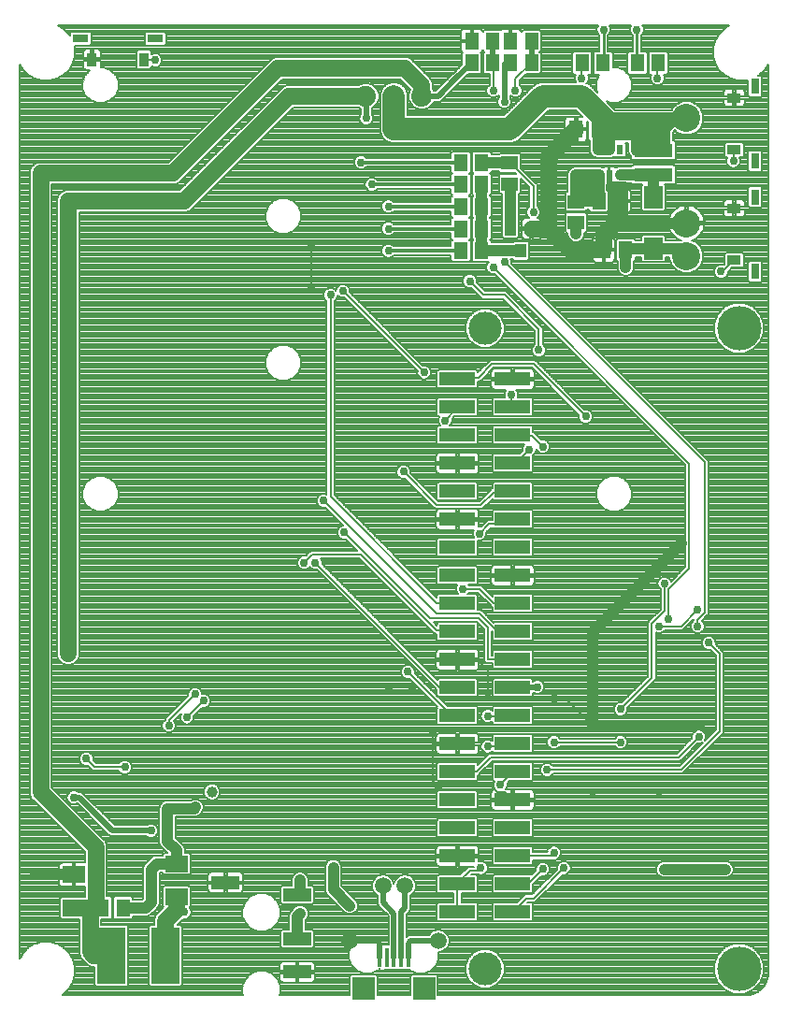
<source format=gbl>
G75*
%MOIN*%
%OFA0B0*%
%FSLAX25Y25*%
%IPPOS*%
%LPD*%
%AMOC8*
5,1,8,0,0,1.08239X$1,22.5*
%
%ADD10R,0.09843X0.04724*%
%ADD11R,0.05118X0.06299*%
%ADD12R,0.07874X0.05906*%
%ADD13R,0.01575X0.06890*%
%ADD14R,0.07874X0.07874*%
%ADD15R,0.10000X0.20000*%
%ADD16R,0.02362X0.03543*%
%ADD17R,0.06693X0.07874*%
%ADD18R,0.05906X0.05118*%
%ADD19R,0.05118X0.05906*%
%ADD20R,0.13780X0.05118*%
%ADD21R,0.03937X0.05000*%
%ADD22R,0.05000X0.03500*%
%ADD23R,0.03100X0.05700*%
%ADD24C,0.05906*%
%ADD25R,0.12598X0.04724*%
%ADD26R,0.03500X0.05000*%
%ADD27R,0.05700X0.03100*%
%ADD28C,0.07400*%
%ADD29C,0.10000*%
%ADD30C,0.00787*%
%ADD31C,0.03937*%
%ADD32C,0.03937*%
%ADD33C,0.05906*%
%ADD34C,0.01969*%
%ADD35C,0.02978*%
%ADD36C,0.01181*%
%ADD37C,0.00984*%
%ADD38C,0.00600*%
%ADD39C,0.07874*%
%ADD40C,0.11811*%
%ADD41C,0.15811*%
D10*
X0081118Y0053862D03*
X0106709Y0049531D03*
X0106709Y0033783D03*
X0106709Y0021972D03*
D11*
X0044504Y0044807D03*
X0037024Y0044807D03*
X0215961Y0279335D03*
X0223835Y0279335D03*
X0213992Y0322366D03*
X0206118Y0322366D03*
X0208283Y0345988D03*
X0215764Y0345988D03*
X0227969Y0345988D03*
X0235449Y0345988D03*
D12*
X0063598Y0060555D03*
X0063598Y0048744D03*
X0026984Y0044807D03*
X0026984Y0056618D03*
D13*
X0136039Y0027189D03*
X0138598Y0027189D03*
X0141157Y0027189D03*
X0143717Y0027189D03*
X0146276Y0027189D03*
D14*
X0151886Y0016067D03*
X0130429Y0016067D03*
D15*
X0059583Y0027839D03*
X0040488Y0027839D03*
D16*
X0214189Y0306028D03*
X0217929Y0306028D03*
X0221669Y0306028D03*
X0221669Y0315083D03*
X0217929Y0315083D03*
X0214189Y0315083D03*
D17*
X0233717Y0297996D03*
X0233717Y0279886D03*
D18*
X0206118Y0289098D03*
X0206118Y0296579D03*
X0182496Y0302878D03*
X0182496Y0310358D03*
D19*
X0172457Y0310555D03*
X0172457Y0302681D03*
X0172457Y0294807D03*
X0172457Y0286933D03*
X0172457Y0279059D03*
X0164976Y0279059D03*
X0164976Y0286933D03*
X0164976Y0294807D03*
X0164976Y0302681D03*
X0164976Y0310555D03*
X0168913Y0345988D03*
X0176394Y0345988D03*
X0176394Y0353862D03*
X0168913Y0353862D03*
X0182693Y0353862D03*
X0190173Y0353862D03*
X0190173Y0345988D03*
X0182693Y0345988D03*
X0214189Y0296776D03*
X0221669Y0296776D03*
D20*
X0233677Y0306224D03*
X0233677Y0314886D03*
D21*
X0190173Y0286933D03*
X0182693Y0286933D03*
X0186433Y0279059D03*
D22*
X0262488Y0275715D03*
X0262488Y0294215D03*
X0262488Y0315085D03*
X0262488Y0333585D03*
D23*
X0269938Y0337635D03*
X0269938Y0311035D03*
X0269938Y0298265D03*
X0269938Y0271665D03*
D24*
X0145094Y0052681D03*
X0137220Y0052681D03*
X0125409Y0032996D03*
X0156906Y0032996D03*
X0034858Y0066461D03*
X0025016Y0135358D03*
D25*
X0163795Y0133311D03*
X0163795Y0123311D03*
X0163795Y0113311D03*
X0163795Y0103311D03*
X0163795Y0093311D03*
X0163795Y0083311D03*
X0163795Y0073311D03*
X0163795Y0063311D03*
X0163795Y0053311D03*
X0163795Y0043311D03*
X0183480Y0043311D03*
X0183480Y0053311D03*
X0183480Y0063311D03*
X0183480Y0073311D03*
X0183480Y0083311D03*
X0183480Y0093311D03*
X0183480Y0103311D03*
X0183480Y0113311D03*
X0183480Y0123311D03*
X0183480Y0133311D03*
X0183480Y0143311D03*
X0183480Y0153311D03*
X0183480Y0163311D03*
X0183480Y0173311D03*
X0183480Y0183311D03*
X0183480Y0193311D03*
X0183480Y0203311D03*
X0183480Y0213311D03*
X0183480Y0223311D03*
X0183480Y0233311D03*
X0163795Y0233311D03*
X0163795Y0223311D03*
X0163795Y0213311D03*
X0163795Y0203311D03*
X0163795Y0193311D03*
X0163795Y0183311D03*
X0163795Y0173311D03*
X0163795Y0163311D03*
X0163795Y0153311D03*
X0163795Y0143311D03*
D26*
X0051982Y0347240D03*
X0033482Y0347240D03*
D27*
X0029432Y0354690D03*
X0056032Y0354690D03*
D28*
X0131157Y0334177D03*
X0141157Y0334177D03*
X0151157Y0334177D03*
D29*
X0245488Y0326303D03*
X0245488Y0288902D03*
X0245488Y0277091D03*
D30*
X0007756Y0345584D02*
X0007756Y0026708D01*
X0008900Y0028690D01*
X0010818Y0030608D01*
X0013166Y0031963D01*
X0015786Y0032665D01*
X0018498Y0032665D01*
X0021117Y0031963D01*
X0023466Y0030608D01*
X0025383Y0028690D01*
X0026739Y0026341D01*
X0027441Y0023722D01*
X0027441Y0021010D01*
X0026739Y0018391D01*
X0025383Y0016042D01*
X0023466Y0014125D01*
X0022847Y0013768D01*
X0087390Y0013768D01*
X0087157Y0014329D01*
X0087157Y0017017D01*
X0088186Y0019500D01*
X0090086Y0021401D01*
X0092570Y0022429D01*
X0095257Y0022429D01*
X0097740Y0021401D01*
X0099641Y0019500D01*
X0100669Y0017017D01*
X0100669Y0014329D01*
X0100437Y0013768D01*
X0125498Y0013768D01*
X0125498Y0020416D01*
X0126081Y0020998D01*
X0134778Y0020998D01*
X0135360Y0020416D01*
X0135360Y0013768D01*
X0146955Y0013768D01*
X0146955Y0020416D01*
X0147537Y0020998D01*
X0156234Y0020998D01*
X0156817Y0020416D01*
X0156817Y0013768D01*
X0267142Y0013768D01*
X0268110Y0013831D01*
X0269980Y0014332D01*
X0271657Y0015300D01*
X0273026Y0016670D01*
X0273994Y0018347D01*
X0273994Y0018347D01*
X0274496Y0020217D01*
X0274559Y0021185D01*
X0274559Y0345584D01*
X0273415Y0343601D01*
X0271497Y0341684D01*
X0271141Y0341478D01*
X0271900Y0341478D01*
X0272482Y0340896D01*
X0272482Y0334373D01*
X0271900Y0333791D01*
X0267977Y0333791D01*
X0267394Y0334373D01*
X0267394Y0339858D01*
X0266529Y0339626D01*
X0263817Y0339626D01*
X0261198Y0340328D01*
X0258849Y0341684D01*
X0256932Y0343601D01*
X0255576Y0345950D01*
X0254874Y0348569D01*
X0254874Y0351281D01*
X0255576Y0353901D01*
X0256932Y0356249D01*
X0258849Y0358167D01*
X0260832Y0359311D01*
X0229771Y0359311D01*
X0229876Y0359206D01*
X0230254Y0358293D01*
X0230254Y0357305D01*
X0229876Y0356393D01*
X0229257Y0355774D01*
X0229257Y0350131D01*
X0230939Y0350131D01*
X0231521Y0349549D01*
X0231521Y0342427D01*
X0230939Y0341845D01*
X0224998Y0341845D01*
X0224416Y0342427D01*
X0224416Y0349549D01*
X0224998Y0350131D01*
X0226286Y0350131D01*
X0226286Y0355774D01*
X0225667Y0356393D01*
X0225289Y0357305D01*
X0225289Y0358293D01*
X0225667Y0359206D01*
X0225772Y0359311D01*
X0217960Y0359311D01*
X0218065Y0359206D01*
X0218443Y0358293D01*
X0218443Y0357305D01*
X0218065Y0356393D01*
X0217446Y0355774D01*
X0217446Y0350131D01*
X0218734Y0350131D01*
X0219317Y0349549D01*
X0219317Y0344476D01*
X0220848Y0344476D01*
X0223187Y0343508D01*
X0224976Y0341718D01*
X0225945Y0339380D01*
X0225945Y0336849D01*
X0224976Y0334510D01*
X0223187Y0332721D01*
X0220848Y0331752D01*
X0218317Y0331752D01*
X0216896Y0332341D01*
X0217769Y0331467D01*
X0219971Y0329265D01*
X0240228Y0329265D01*
X0240407Y0329698D01*
X0242093Y0331384D01*
X0244296Y0332297D01*
X0246680Y0332297D01*
X0248883Y0331384D01*
X0250569Y0329698D01*
X0251482Y0327495D01*
X0251482Y0325111D01*
X0250569Y0322908D01*
X0248883Y0321222D01*
X0246680Y0320309D01*
X0244296Y0320309D01*
X0242093Y0321222D01*
X0241376Y0321939D01*
X0240576Y0321139D01*
X0240576Y0318439D01*
X0240979Y0318439D01*
X0241561Y0317856D01*
X0241561Y0311915D01*
X0240979Y0311333D01*
X0226376Y0311333D01*
X0225794Y0311915D01*
X0225794Y0312675D01*
X0225260Y0313208D01*
X0224809Y0314297D01*
X0224809Y0317435D01*
X0223675Y0317435D01*
X0223844Y0317266D01*
X0223844Y0312899D01*
X0223262Y0312317D01*
X0220077Y0312317D01*
X0219799Y0312595D01*
X0219522Y0312317D01*
X0218994Y0312317D01*
X0218518Y0312120D01*
X0213403Y0312120D01*
X0212928Y0312317D01*
X0212596Y0312317D01*
X0212362Y0312552D01*
X0212314Y0312571D01*
X0211481Y0313405D01*
X0211030Y0314493D01*
X0211030Y0318223D01*
X0211021Y0318223D01*
X0210439Y0318805D01*
X0210439Y0324851D01*
X0210071Y0325220D01*
X0210071Y0322760D01*
X0206512Y0322760D01*
X0206512Y0321972D01*
X0206512Y0317823D01*
X0208861Y0317823D01*
X0209215Y0317918D01*
X0209533Y0318101D01*
X0209792Y0318361D01*
X0209976Y0318679D01*
X0210071Y0319033D01*
X0210071Y0321972D01*
X0206512Y0321972D01*
X0205724Y0321972D01*
X0205724Y0317823D01*
X0203376Y0317823D01*
X0203021Y0317918D01*
X0202703Y0318101D01*
X0202444Y0318361D01*
X0202260Y0318679D01*
X0202165Y0319033D01*
X0202165Y0321972D01*
X0205724Y0321972D01*
X0205724Y0322760D01*
X0202165Y0322760D01*
X0202165Y0325699D01*
X0202260Y0326054D01*
X0202444Y0326371D01*
X0202703Y0326631D01*
X0203021Y0326814D01*
X0203376Y0326909D01*
X0205724Y0326909D01*
X0205724Y0322760D01*
X0206512Y0322760D01*
X0206512Y0326909D01*
X0208381Y0326909D01*
X0206044Y0329246D01*
X0196349Y0329246D01*
X0185289Y0318186D01*
X0183477Y0317435D01*
X0140177Y0317435D01*
X0138364Y0318186D01*
X0136977Y0319573D01*
X0136227Y0321385D01*
X0136227Y0335158D01*
X0136977Y0336970D01*
X0138364Y0338357D01*
X0140177Y0339108D01*
X0142138Y0339108D01*
X0143950Y0338357D01*
X0145338Y0336970D01*
X0146088Y0335158D01*
X0146088Y0327297D01*
X0180454Y0327297D01*
X0190127Y0336970D01*
X0191514Y0338357D01*
X0193326Y0339108D01*
X0206043Y0339108D01*
X0205982Y0339168D01*
X0205604Y0340081D01*
X0205604Y0341069D01*
X0205925Y0341845D01*
X0205313Y0341845D01*
X0204731Y0342427D01*
X0204731Y0349549D01*
X0205313Y0350131D01*
X0211254Y0350131D01*
X0211836Y0349549D01*
X0211836Y0342427D01*
X0211254Y0341845D01*
X0210248Y0341845D01*
X0210569Y0341069D01*
X0210569Y0340081D01*
X0210191Y0339168D01*
X0209819Y0338796D01*
X0210880Y0338357D01*
X0213809Y0335428D01*
X0213220Y0336849D01*
X0213220Y0339380D01*
X0214189Y0341718D01*
X0214316Y0341845D01*
X0212793Y0341845D01*
X0212211Y0342427D01*
X0212211Y0349549D01*
X0212793Y0350131D01*
X0214475Y0350131D01*
X0214475Y0355774D01*
X0213856Y0356393D01*
X0213478Y0357305D01*
X0213478Y0358293D01*
X0213856Y0359206D01*
X0213961Y0359311D01*
X0021483Y0359311D01*
X0023466Y0358167D01*
X0025383Y0356249D01*
X0025589Y0355893D01*
X0025589Y0356652D01*
X0026171Y0357234D01*
X0032694Y0357234D01*
X0033276Y0356652D01*
X0033276Y0352729D01*
X0032694Y0352146D01*
X0027209Y0352146D01*
X0027441Y0351281D01*
X0027441Y0348569D01*
X0026739Y0345950D01*
X0025383Y0343601D01*
X0023466Y0341684D01*
X0021117Y0340328D01*
X0018498Y0339626D01*
X0015786Y0339626D01*
X0013166Y0340328D01*
X0010818Y0341684D01*
X0008900Y0343601D01*
X0007756Y0345584D01*
X0007756Y0344959D02*
X0008117Y0344959D01*
X0007756Y0344173D02*
X0008570Y0344173D01*
X0009115Y0343387D02*
X0007756Y0343387D01*
X0007756Y0342601D02*
X0009901Y0342601D01*
X0010686Y0341815D02*
X0007756Y0341815D01*
X0007756Y0341029D02*
X0011952Y0341029D01*
X0013482Y0340243D02*
X0007756Y0340243D01*
X0007756Y0339457D02*
X0030182Y0339457D01*
X0030150Y0339380D02*
X0030150Y0336849D01*
X0031118Y0334510D01*
X0032908Y0332721D01*
X0035246Y0331752D01*
X0037777Y0331752D01*
X0040116Y0332721D01*
X0041905Y0334510D01*
X0042874Y0336849D01*
X0042874Y0339380D01*
X0041905Y0341718D01*
X0040116Y0343508D01*
X0037777Y0344476D01*
X0036604Y0344476D01*
X0036626Y0344557D01*
X0036626Y0346846D01*
X0033876Y0346846D01*
X0033876Y0347634D01*
X0033089Y0347634D01*
X0033089Y0351134D01*
X0031549Y0351134D01*
X0031194Y0351039D01*
X0030877Y0350855D01*
X0030617Y0350596D01*
X0030434Y0350278D01*
X0030339Y0349924D01*
X0030339Y0347634D01*
X0033089Y0347634D01*
X0033089Y0346846D01*
X0030339Y0346846D01*
X0030339Y0344557D01*
X0030434Y0344202D01*
X0030617Y0343884D01*
X0030877Y0343625D01*
X0031194Y0343441D01*
X0031549Y0343346D01*
X0032747Y0343346D01*
X0031118Y0341718D01*
X0030150Y0339380D01*
X0030150Y0338672D02*
X0007756Y0338672D01*
X0007756Y0337886D02*
X0030150Y0337886D01*
X0030150Y0337100D02*
X0007756Y0337100D01*
X0007756Y0336314D02*
X0030371Y0336314D01*
X0030697Y0335528D02*
X0007756Y0335528D01*
X0007756Y0334742D02*
X0031022Y0334742D01*
X0031672Y0333956D02*
X0007756Y0333956D01*
X0007756Y0333170D02*
X0032458Y0333170D01*
X0033720Y0332384D02*
X0007756Y0332384D01*
X0007756Y0331598D02*
X0081816Y0331598D01*
X0081030Y0330812D02*
X0007756Y0330812D01*
X0007756Y0330026D02*
X0080245Y0330026D01*
X0079459Y0329241D02*
X0007756Y0329241D01*
X0007756Y0328455D02*
X0078673Y0328455D01*
X0077887Y0327669D02*
X0007756Y0327669D01*
X0007756Y0326883D02*
X0077101Y0326883D01*
X0076315Y0326097D02*
X0007756Y0326097D01*
X0007756Y0325311D02*
X0075529Y0325311D01*
X0074743Y0324525D02*
X0007756Y0324525D01*
X0007756Y0323739D02*
X0073957Y0323739D01*
X0073171Y0322953D02*
X0007756Y0322953D01*
X0007756Y0322167D02*
X0072385Y0322167D01*
X0071600Y0321381D02*
X0007756Y0321381D01*
X0007756Y0320596D02*
X0070814Y0320596D01*
X0070028Y0319810D02*
X0007756Y0319810D01*
X0007756Y0319024D02*
X0069242Y0319024D01*
X0068456Y0318238D02*
X0007756Y0318238D01*
X0007756Y0317452D02*
X0067670Y0317452D01*
X0066884Y0316666D02*
X0007756Y0316666D01*
X0007756Y0315880D02*
X0066098Y0315880D01*
X0065312Y0315094D02*
X0007756Y0315094D01*
X0007756Y0314308D02*
X0064526Y0314308D01*
X0063740Y0313522D02*
X0007756Y0313522D01*
X0007756Y0312736D02*
X0062954Y0312736D01*
X0062169Y0311950D02*
X0007756Y0311950D01*
X0007756Y0311165D02*
X0061383Y0311165D01*
X0060783Y0310565D02*
X0014388Y0310565D01*
X0012938Y0309964D01*
X0011828Y0308854D01*
X0011227Y0307403D01*
X0011227Y0085361D01*
X0011828Y0083910D01*
X0012938Y0082800D01*
X0030912Y0064826D01*
X0030912Y0060965D01*
X0027378Y0060965D01*
X0027378Y0057012D01*
X0026591Y0057012D01*
X0026591Y0060965D01*
X0022864Y0060965D01*
X0022509Y0060870D01*
X0022191Y0060686D01*
X0021932Y0060427D01*
X0021749Y0060109D01*
X0021654Y0059754D01*
X0021654Y0057012D01*
X0026591Y0057012D01*
X0026591Y0056224D01*
X0027378Y0056224D01*
X0027378Y0052272D01*
X0030912Y0052272D01*
X0030912Y0048754D01*
X0022636Y0048754D01*
X0022054Y0048171D01*
X0022054Y0041443D01*
X0022636Y0040861D01*
X0028943Y0040861D01*
X0028943Y0028274D01*
X0029544Y0026824D01*
X0031875Y0024493D01*
X0033325Y0023892D01*
X0034494Y0023892D01*
X0034494Y0017427D01*
X0035077Y0016845D01*
X0045900Y0016845D01*
X0046482Y0017427D01*
X0046482Y0038250D01*
X0045900Y0038832D01*
X0036836Y0038832D01*
X0036836Y0040664D01*
X0039994Y0040664D01*
X0040576Y0041246D01*
X0040576Y0048368D01*
X0039994Y0048950D01*
X0038805Y0048950D01*
X0038805Y0067246D01*
X0038204Y0068696D01*
X0037094Y0069806D01*
X0019120Y0087780D01*
X0019120Y0302672D01*
X0063202Y0302672D01*
X0064653Y0303272D01*
X0101454Y0340073D01*
X0143460Y0340073D01*
X0147037Y0336496D01*
X0146464Y0335111D01*
X0146464Y0333244D01*
X0147178Y0331518D01*
X0148499Y0330198D01*
X0150224Y0329483D01*
X0152091Y0329483D01*
X0153816Y0330198D01*
X0155137Y0331518D01*
X0155419Y0332199D01*
X0157725Y0332199D01*
X0164395Y0338869D01*
X0167677Y0342042D01*
X0171884Y0342042D01*
X0172466Y0342624D01*
X0172466Y0349353D01*
X0172136Y0349683D01*
X0172328Y0349794D01*
X0172588Y0350054D01*
X0172771Y0350371D01*
X0172841Y0350632D01*
X0172841Y0350498D01*
X0173414Y0349925D01*
X0172841Y0349353D01*
X0172841Y0342624D01*
X0173423Y0342042D01*
X0175203Y0342042D01*
X0175203Y0338258D01*
X0175184Y0338250D01*
X0174486Y0337552D01*
X0174108Y0336640D01*
X0174108Y0335652D01*
X0174486Y0334739D01*
X0175184Y0334041D01*
X0176097Y0333663D01*
X0177084Y0333663D01*
X0177997Y0334041D01*
X0178550Y0334594D01*
X0178550Y0333742D01*
X0178423Y0333615D01*
X0178045Y0332702D01*
X0178045Y0331715D01*
X0178423Y0330802D01*
X0179121Y0330104D01*
X0180034Y0329726D01*
X0181021Y0329726D01*
X0181934Y0330104D01*
X0182632Y0330802D01*
X0183010Y0331715D01*
X0183010Y0332702D01*
X0182632Y0333615D01*
X0182505Y0333742D01*
X0182505Y0334594D01*
X0183058Y0334041D01*
X0183971Y0333663D01*
X0184958Y0333663D01*
X0185871Y0334041D01*
X0186569Y0334739D01*
X0186947Y0335652D01*
X0186947Y0336640D01*
X0186569Y0337552D01*
X0185871Y0338250D01*
X0185852Y0338258D01*
X0185852Y0339705D01*
X0188189Y0342042D01*
X0193144Y0342042D01*
X0193726Y0342624D01*
X0193726Y0349353D01*
X0193153Y0349925D01*
X0193726Y0350498D01*
X0193726Y0357227D01*
X0193144Y0357809D01*
X0187203Y0357809D01*
X0186620Y0357227D01*
X0186620Y0357092D01*
X0186551Y0357353D01*
X0186367Y0357671D01*
X0186108Y0357930D01*
X0185790Y0358114D01*
X0185435Y0358209D01*
X0183087Y0358209D01*
X0183087Y0354256D01*
X0182299Y0354256D01*
X0182299Y0358209D01*
X0179950Y0358209D01*
X0179596Y0358114D01*
X0179278Y0357930D01*
X0179157Y0357809D01*
X0173423Y0357809D01*
X0172841Y0357227D01*
X0172841Y0357092D01*
X0172771Y0357353D01*
X0172588Y0357671D01*
X0172328Y0357930D01*
X0172010Y0358114D01*
X0171656Y0358209D01*
X0169307Y0358209D01*
X0169307Y0354256D01*
X0168520Y0354256D01*
X0168520Y0358209D01*
X0166171Y0358209D01*
X0165816Y0358114D01*
X0165499Y0357930D01*
X0165239Y0357671D01*
X0165056Y0357353D01*
X0164961Y0356998D01*
X0164961Y0354256D01*
X0168520Y0354256D01*
X0168520Y0353469D01*
X0164961Y0353469D01*
X0164961Y0350726D01*
X0165056Y0350371D01*
X0165239Y0350054D01*
X0165499Y0349794D01*
X0165691Y0349683D01*
X0165361Y0349353D01*
X0165361Y0345305D01*
X0162208Y0342257D01*
X0162189Y0342257D01*
X0161621Y0341690D01*
X0161044Y0341132D01*
X0161044Y0341113D01*
X0156086Y0336155D01*
X0155419Y0336155D01*
X0155137Y0336836D01*
X0155104Y0336869D01*
X0155104Y0338742D01*
X0154503Y0340192D01*
X0153393Y0341302D01*
X0147330Y0347365D01*
X0145879Y0347966D01*
X0099034Y0347966D01*
X0097583Y0347365D01*
X0096473Y0346255D01*
X0060783Y0310565D01*
X0066258Y0304877D02*
X0068875Y0304877D01*
X0068089Y0304091D02*
X0065472Y0304091D01*
X0064686Y0303305D02*
X0067303Y0303305D01*
X0066517Y0302520D02*
X0019120Y0302520D01*
X0019120Y0301734D02*
X0065731Y0301734D01*
X0064945Y0300948D02*
X0019120Y0300948D01*
X0019120Y0300162D02*
X0022878Y0300162D01*
X0022780Y0300121D02*
X0021670Y0299011D01*
X0021069Y0297561D01*
X0021069Y0134573D01*
X0021670Y0133123D01*
X0022780Y0132013D01*
X0024231Y0131412D01*
X0025801Y0131412D01*
X0027251Y0132013D01*
X0028361Y0133123D01*
X0028962Y0134573D01*
X0028962Y0292829D01*
X0067139Y0292829D01*
X0068590Y0293430D01*
X0069700Y0294540D01*
X0105391Y0330231D01*
X0128466Y0330231D01*
X0128499Y0330198D01*
X0129337Y0329851D01*
X0129337Y0327836D01*
X0129210Y0327709D01*
X0128832Y0326797D01*
X0128832Y0325809D01*
X0129210Y0324897D01*
X0129909Y0324198D01*
X0130821Y0323820D01*
X0131809Y0323820D01*
X0132721Y0324198D01*
X0133420Y0324897D01*
X0133798Y0325809D01*
X0133798Y0326797D01*
X0133420Y0327709D01*
X0133293Y0327836D01*
X0133293Y0329981D01*
X0133816Y0330198D01*
X0135137Y0331518D01*
X0135851Y0333244D01*
X0135851Y0335111D01*
X0135137Y0336836D01*
X0133816Y0338156D01*
X0132091Y0338871D01*
X0130224Y0338871D01*
X0128499Y0338156D01*
X0128466Y0338124D01*
X0102971Y0338124D01*
X0101520Y0337523D01*
X0064720Y0300722D01*
X0024231Y0300722D01*
X0022780Y0300121D01*
X0022035Y0299376D02*
X0019120Y0299376D01*
X0019120Y0298590D02*
X0021496Y0298590D01*
X0021170Y0297804D02*
X0019120Y0297804D01*
X0019120Y0297018D02*
X0021069Y0297018D01*
X0021069Y0296232D02*
X0019120Y0296232D01*
X0019120Y0295446D02*
X0021069Y0295446D01*
X0021069Y0294660D02*
X0019120Y0294660D01*
X0019120Y0293874D02*
X0021069Y0293874D01*
X0021069Y0293089D02*
X0019120Y0293089D01*
X0019120Y0292303D02*
X0021069Y0292303D01*
X0021069Y0291517D02*
X0019120Y0291517D01*
X0019120Y0290731D02*
X0021069Y0290731D01*
X0021069Y0289945D02*
X0019120Y0289945D01*
X0019120Y0289159D02*
X0021069Y0289159D01*
X0021069Y0288373D02*
X0019120Y0288373D01*
X0019120Y0287587D02*
X0021069Y0287587D01*
X0021069Y0286801D02*
X0019120Y0286801D01*
X0019120Y0286015D02*
X0021069Y0286015D01*
X0021069Y0285229D02*
X0019120Y0285229D01*
X0019120Y0284444D02*
X0021069Y0284444D01*
X0021069Y0283658D02*
X0019120Y0283658D01*
X0019120Y0282872D02*
X0021069Y0282872D01*
X0021069Y0282086D02*
X0019120Y0282086D01*
X0019120Y0281300D02*
X0021069Y0281300D01*
X0021069Y0280514D02*
X0019120Y0280514D01*
X0019120Y0279728D02*
X0021069Y0279728D01*
X0021069Y0278942D02*
X0019120Y0278942D01*
X0019120Y0278156D02*
X0021069Y0278156D01*
X0021069Y0277370D02*
X0019120Y0277370D01*
X0019120Y0276584D02*
X0021069Y0276584D01*
X0021069Y0275798D02*
X0019120Y0275798D01*
X0019120Y0275013D02*
X0021069Y0275013D01*
X0021069Y0274227D02*
X0019120Y0274227D01*
X0019120Y0273441D02*
X0021069Y0273441D01*
X0021069Y0272655D02*
X0019120Y0272655D01*
X0019120Y0271869D02*
X0021069Y0271869D01*
X0021069Y0271083D02*
X0019120Y0271083D01*
X0019120Y0270297D02*
X0021069Y0270297D01*
X0021069Y0269511D02*
X0019120Y0269511D01*
X0019120Y0268725D02*
X0021069Y0268725D01*
X0021069Y0267939D02*
X0019120Y0267939D01*
X0019120Y0267153D02*
X0021069Y0267153D01*
X0021069Y0266368D02*
X0019120Y0266368D01*
X0019120Y0265582D02*
X0021069Y0265582D01*
X0021069Y0264796D02*
X0019120Y0264796D01*
X0019120Y0264010D02*
X0021069Y0264010D01*
X0021069Y0263224D02*
X0019120Y0263224D01*
X0019120Y0262438D02*
X0021069Y0262438D01*
X0021069Y0261652D02*
X0019120Y0261652D01*
X0019120Y0260866D02*
X0021069Y0260866D01*
X0021069Y0260080D02*
X0019120Y0260080D01*
X0019120Y0259294D02*
X0021069Y0259294D01*
X0021069Y0258508D02*
X0019120Y0258508D01*
X0019120Y0257722D02*
X0021069Y0257722D01*
X0021069Y0256937D02*
X0019120Y0256937D01*
X0019120Y0256151D02*
X0021069Y0256151D01*
X0021069Y0255365D02*
X0019120Y0255365D01*
X0019120Y0254579D02*
X0021069Y0254579D01*
X0021069Y0253793D02*
X0019120Y0253793D01*
X0019120Y0253007D02*
X0021069Y0253007D01*
X0021069Y0252221D02*
X0019120Y0252221D01*
X0019120Y0251435D02*
X0021069Y0251435D01*
X0021069Y0250649D02*
X0019120Y0250649D01*
X0019120Y0249863D02*
X0021069Y0249863D01*
X0021069Y0249077D02*
X0019120Y0249077D01*
X0019120Y0248292D02*
X0021069Y0248292D01*
X0021069Y0247506D02*
X0019120Y0247506D01*
X0019120Y0246720D02*
X0021069Y0246720D01*
X0021069Y0245934D02*
X0019120Y0245934D01*
X0019120Y0245148D02*
X0021069Y0245148D01*
X0021069Y0244362D02*
X0019120Y0244362D01*
X0019120Y0243576D02*
X0021069Y0243576D01*
X0021069Y0242790D02*
X0019120Y0242790D01*
X0019120Y0242004D02*
X0021069Y0242004D01*
X0021069Y0241218D02*
X0019120Y0241218D01*
X0019120Y0240432D02*
X0021069Y0240432D01*
X0021069Y0239646D02*
X0019120Y0239646D01*
X0019120Y0238861D02*
X0021069Y0238861D01*
X0021069Y0238075D02*
X0019120Y0238075D01*
X0019120Y0237289D02*
X0021069Y0237289D01*
X0021069Y0236503D02*
X0019120Y0236503D01*
X0019120Y0235717D02*
X0021069Y0235717D01*
X0021069Y0234931D02*
X0019120Y0234931D01*
X0019120Y0234145D02*
X0021069Y0234145D01*
X0021069Y0233359D02*
X0019120Y0233359D01*
X0019120Y0232573D02*
X0021069Y0232573D01*
X0021069Y0231787D02*
X0019120Y0231787D01*
X0019120Y0231001D02*
X0021069Y0231001D01*
X0021069Y0230216D02*
X0019120Y0230216D01*
X0019120Y0229430D02*
X0021069Y0229430D01*
X0021069Y0228644D02*
X0019120Y0228644D01*
X0019120Y0227858D02*
X0021069Y0227858D01*
X0021069Y0227072D02*
X0019120Y0227072D01*
X0019120Y0226286D02*
X0021069Y0226286D01*
X0021069Y0225500D02*
X0019120Y0225500D01*
X0019120Y0224714D02*
X0021069Y0224714D01*
X0021069Y0223928D02*
X0019120Y0223928D01*
X0019120Y0223142D02*
X0021069Y0223142D01*
X0021069Y0222356D02*
X0019120Y0222356D01*
X0019120Y0221570D02*
X0021069Y0221570D01*
X0021069Y0220785D02*
X0019120Y0220785D01*
X0019120Y0219999D02*
X0021069Y0219999D01*
X0021069Y0219213D02*
X0019120Y0219213D01*
X0019120Y0218427D02*
X0021069Y0218427D01*
X0021069Y0217641D02*
X0019120Y0217641D01*
X0019120Y0216855D02*
X0021069Y0216855D01*
X0021069Y0216069D02*
X0019120Y0216069D01*
X0019120Y0215283D02*
X0021069Y0215283D01*
X0021069Y0214497D02*
X0019120Y0214497D01*
X0019120Y0213711D02*
X0021069Y0213711D01*
X0021069Y0212925D02*
X0019120Y0212925D01*
X0019120Y0212140D02*
X0021069Y0212140D01*
X0021069Y0211354D02*
X0019120Y0211354D01*
X0019120Y0210568D02*
X0021069Y0210568D01*
X0021069Y0209782D02*
X0019120Y0209782D01*
X0019120Y0208996D02*
X0021069Y0208996D01*
X0021069Y0208210D02*
X0019120Y0208210D01*
X0019120Y0207424D02*
X0021069Y0207424D01*
X0021069Y0206638D02*
X0019120Y0206638D01*
X0019120Y0205852D02*
X0021069Y0205852D01*
X0021069Y0205066D02*
X0019120Y0205066D01*
X0019120Y0204280D02*
X0021069Y0204280D01*
X0021069Y0203495D02*
X0019120Y0203495D01*
X0019120Y0202709D02*
X0021069Y0202709D01*
X0021069Y0201923D02*
X0019120Y0201923D01*
X0019120Y0201137D02*
X0021069Y0201137D01*
X0021069Y0200351D02*
X0019120Y0200351D01*
X0019120Y0199565D02*
X0021069Y0199565D01*
X0021069Y0198779D02*
X0019120Y0198779D01*
X0019120Y0197993D02*
X0021069Y0197993D01*
X0021069Y0197207D02*
X0019120Y0197207D01*
X0019120Y0196421D02*
X0021069Y0196421D01*
X0021069Y0195635D02*
X0019120Y0195635D01*
X0019120Y0194849D02*
X0021069Y0194849D01*
X0021069Y0194064D02*
X0019120Y0194064D01*
X0019120Y0193278D02*
X0021069Y0193278D01*
X0021069Y0192492D02*
X0019120Y0192492D01*
X0019120Y0191706D02*
X0021069Y0191706D01*
X0021069Y0190920D02*
X0019120Y0190920D01*
X0019120Y0190134D02*
X0021069Y0190134D01*
X0021069Y0189348D02*
X0019120Y0189348D01*
X0019120Y0188562D02*
X0021069Y0188562D01*
X0021069Y0187776D02*
X0019120Y0187776D01*
X0019120Y0186990D02*
X0021069Y0186990D01*
X0021069Y0186204D02*
X0019120Y0186204D01*
X0019120Y0185419D02*
X0021069Y0185419D01*
X0021069Y0184633D02*
X0019120Y0184633D01*
X0019120Y0183847D02*
X0021069Y0183847D01*
X0021069Y0183061D02*
X0019120Y0183061D01*
X0019120Y0182275D02*
X0021069Y0182275D01*
X0021069Y0181489D02*
X0019120Y0181489D01*
X0019120Y0180703D02*
X0021069Y0180703D01*
X0021069Y0179917D02*
X0019120Y0179917D01*
X0019120Y0179131D02*
X0021069Y0179131D01*
X0021069Y0178345D02*
X0019120Y0178345D01*
X0019120Y0177559D02*
X0021069Y0177559D01*
X0021069Y0176773D02*
X0019120Y0176773D01*
X0019120Y0175988D02*
X0021069Y0175988D01*
X0021069Y0175202D02*
X0019120Y0175202D01*
X0019120Y0174416D02*
X0021069Y0174416D01*
X0021069Y0173630D02*
X0019120Y0173630D01*
X0019120Y0172844D02*
X0021069Y0172844D01*
X0021069Y0172058D02*
X0019120Y0172058D01*
X0019120Y0171272D02*
X0021069Y0171272D01*
X0021069Y0170486D02*
X0019120Y0170486D01*
X0019120Y0169700D02*
X0021069Y0169700D01*
X0021069Y0168914D02*
X0019120Y0168914D01*
X0019120Y0168128D02*
X0021069Y0168128D01*
X0021069Y0167343D02*
X0019120Y0167343D01*
X0019120Y0166557D02*
X0021069Y0166557D01*
X0021069Y0165771D02*
X0019120Y0165771D01*
X0019120Y0164985D02*
X0021069Y0164985D01*
X0021069Y0164199D02*
X0019120Y0164199D01*
X0019120Y0163413D02*
X0021069Y0163413D01*
X0021069Y0162627D02*
X0019120Y0162627D01*
X0019120Y0161841D02*
X0021069Y0161841D01*
X0021069Y0161055D02*
X0019120Y0161055D01*
X0019120Y0160269D02*
X0021069Y0160269D01*
X0021069Y0159483D02*
X0019120Y0159483D01*
X0019120Y0158697D02*
X0021069Y0158697D01*
X0021069Y0157912D02*
X0019120Y0157912D01*
X0019120Y0157126D02*
X0021069Y0157126D01*
X0021069Y0156340D02*
X0019120Y0156340D01*
X0019120Y0155554D02*
X0021069Y0155554D01*
X0021069Y0154768D02*
X0019120Y0154768D01*
X0019120Y0153982D02*
X0021069Y0153982D01*
X0021069Y0153196D02*
X0019120Y0153196D01*
X0019120Y0152410D02*
X0021069Y0152410D01*
X0021069Y0151624D02*
X0019120Y0151624D01*
X0019120Y0150838D02*
X0021069Y0150838D01*
X0021069Y0150052D02*
X0019120Y0150052D01*
X0019120Y0149267D02*
X0021069Y0149267D01*
X0021069Y0148481D02*
X0019120Y0148481D01*
X0019120Y0147695D02*
X0021069Y0147695D01*
X0021069Y0146909D02*
X0019120Y0146909D01*
X0019120Y0146123D02*
X0021069Y0146123D01*
X0021069Y0145337D02*
X0019120Y0145337D01*
X0019120Y0144551D02*
X0021069Y0144551D01*
X0021069Y0143765D02*
X0019120Y0143765D01*
X0019120Y0142979D02*
X0021069Y0142979D01*
X0021069Y0142193D02*
X0019120Y0142193D01*
X0019120Y0141407D02*
X0021069Y0141407D01*
X0021069Y0140621D02*
X0019120Y0140621D01*
X0019120Y0139836D02*
X0021069Y0139836D01*
X0021069Y0139050D02*
X0019120Y0139050D01*
X0019120Y0138264D02*
X0021069Y0138264D01*
X0021069Y0137478D02*
X0019120Y0137478D01*
X0019120Y0136692D02*
X0021069Y0136692D01*
X0021069Y0135906D02*
X0019120Y0135906D01*
X0019120Y0135120D02*
X0021069Y0135120D01*
X0021168Y0134334D02*
X0019120Y0134334D01*
X0019120Y0133548D02*
X0021494Y0133548D01*
X0022031Y0132762D02*
X0019120Y0132762D01*
X0019120Y0131976D02*
X0022868Y0131976D01*
X0027164Y0131976D02*
X0147006Y0131976D01*
X0146573Y0131443D02*
X0145585Y0131443D01*
X0144672Y0131065D01*
X0143974Y0130367D01*
X0143596Y0129454D01*
X0143596Y0128467D01*
X0143974Y0127554D01*
X0144672Y0126856D01*
X0145585Y0126478D01*
X0146573Y0126478D01*
X0146591Y0126486D01*
X0156747Y0116330D01*
X0156502Y0116085D01*
X0156502Y0110537D01*
X0157084Y0109955D01*
X0170506Y0109955D01*
X0171088Y0110537D01*
X0171088Y0116085D01*
X0170506Y0116667D01*
X0160335Y0116667D01*
X0148554Y0128448D01*
X0148561Y0128467D01*
X0148561Y0129454D01*
X0148183Y0130367D01*
X0147485Y0131065D01*
X0146573Y0131443D01*
X0147183Y0131191D02*
X0147792Y0131191D01*
X0148146Y0130405D02*
X0148578Y0130405D01*
X0148493Y0129619D02*
X0149364Y0129619D01*
X0150150Y0128833D02*
X0148561Y0128833D01*
X0148955Y0128047D02*
X0150936Y0128047D01*
X0151722Y0127261D02*
X0149740Y0127261D01*
X0150526Y0126475D02*
X0152508Y0126475D01*
X0153294Y0125689D02*
X0151312Y0125689D01*
X0152098Y0124903D02*
X0154080Y0124903D01*
X0154865Y0124117D02*
X0152884Y0124117D01*
X0153670Y0123331D02*
X0155651Y0123331D01*
X0156010Y0122973D02*
X0156502Y0122480D01*
X0156502Y0120537D01*
X0157084Y0119955D01*
X0170506Y0119955D01*
X0171088Y0120537D01*
X0171088Y0126085D01*
X0170506Y0126667D01*
X0157084Y0126667D01*
X0156662Y0126245D01*
X0115581Y0167326D01*
X0115589Y0167345D01*
X0115589Y0168332D01*
X0115211Y0169245D01*
X0115052Y0169404D01*
X0128772Y0169404D01*
X0155026Y0143150D01*
X0155839Y0142337D01*
X0156502Y0142337D01*
X0156502Y0140537D01*
X0157084Y0139955D01*
X0170506Y0139955D01*
X0171088Y0140537D01*
X0171088Y0146085D01*
X0170506Y0146667D01*
X0157084Y0146667D01*
X0156502Y0146085D01*
X0156502Y0145597D01*
X0155334Y0146766D01*
X0170602Y0146766D01*
X0173235Y0144134D01*
X0173235Y0132815D01*
X0174047Y0132002D01*
X0176187Y0132002D01*
X0176187Y0130537D01*
X0176769Y0129955D01*
X0190191Y0129955D01*
X0190773Y0130537D01*
X0190773Y0136085D01*
X0190191Y0136667D01*
X0176769Y0136667D01*
X0176187Y0136085D01*
X0176187Y0134777D01*
X0176009Y0134777D01*
X0176009Y0143328D01*
X0176187Y0143150D01*
X0176187Y0140537D01*
X0176769Y0139955D01*
X0190191Y0139955D01*
X0190773Y0140537D01*
X0190773Y0146085D01*
X0190191Y0146667D01*
X0176769Y0146667D01*
X0176682Y0146579D01*
X0172244Y0151017D01*
X0171088Y0151017D01*
X0171088Y0156085D01*
X0170506Y0156667D01*
X0167454Y0156667D01*
X0167868Y0157082D01*
X0167876Y0157101D01*
X0171095Y0157101D01*
X0175203Y0152992D01*
X0176016Y0152180D01*
X0176187Y0152180D01*
X0176187Y0150537D01*
X0176769Y0149955D01*
X0190191Y0149955D01*
X0190773Y0150537D01*
X0190773Y0156085D01*
X0190191Y0156667D01*
X0176769Y0156667D01*
X0176187Y0156085D01*
X0176187Y0155932D01*
X0172244Y0159876D01*
X0167876Y0159876D01*
X0167868Y0159895D01*
X0167808Y0159955D01*
X0170506Y0159955D01*
X0171088Y0160537D01*
X0171088Y0166085D01*
X0170506Y0166667D01*
X0157084Y0166667D01*
X0156502Y0166085D01*
X0156502Y0160537D01*
X0157084Y0159955D01*
X0163720Y0159955D01*
X0163659Y0159895D01*
X0163281Y0158982D01*
X0163281Y0157994D01*
X0163659Y0157082D01*
X0164074Y0156667D01*
X0157084Y0156667D01*
X0156502Y0156085D01*
X0156502Y0155440D01*
X0119907Y0192035D01*
X0119907Y0261198D01*
X0119926Y0261206D01*
X0120624Y0261905D01*
X0121002Y0262817D01*
X0121002Y0263223D01*
X0121542Y0262683D01*
X0122455Y0262305D01*
X0123443Y0262305D01*
X0123462Y0262313D01*
X0149509Y0236265D01*
X0149502Y0236246D01*
X0149502Y0235258D01*
X0149880Y0234346D01*
X0150578Y0233647D01*
X0151490Y0233269D01*
X0152478Y0233269D01*
X0153391Y0233647D01*
X0154089Y0234346D01*
X0154467Y0235258D01*
X0154467Y0236246D01*
X0154089Y0237158D01*
X0153391Y0237857D01*
X0152478Y0238235D01*
X0151490Y0238235D01*
X0151471Y0238227D01*
X0125424Y0264275D01*
X0125431Y0264294D01*
X0125431Y0265281D01*
X0125054Y0266194D01*
X0124355Y0266892D01*
X0123443Y0267270D01*
X0122455Y0267270D01*
X0121542Y0266892D01*
X0120844Y0266194D01*
X0120466Y0265281D01*
X0120466Y0264876D01*
X0119926Y0265416D01*
X0119014Y0265794D01*
X0118026Y0265794D01*
X0117113Y0265416D01*
X0116415Y0264717D01*
X0116037Y0263805D01*
X0116037Y0262817D01*
X0116415Y0261905D01*
X0117113Y0261206D01*
X0117132Y0261198D01*
X0117132Y0192227D01*
X0116553Y0192467D01*
X0115565Y0192467D01*
X0114653Y0192089D01*
X0113954Y0191391D01*
X0113576Y0190478D01*
X0113576Y0189490D01*
X0113954Y0188578D01*
X0114653Y0187880D01*
X0115565Y0187502D01*
X0116553Y0187502D01*
X0116572Y0187509D01*
X0122937Y0181144D01*
X0122035Y0180770D01*
X0121336Y0180072D01*
X0120958Y0179159D01*
X0120958Y0178172D01*
X0121336Y0177259D01*
X0122035Y0176561D01*
X0122947Y0176183D01*
X0123935Y0176183D01*
X0123954Y0176191D01*
X0127965Y0172179D01*
X0111547Y0172179D01*
X0110735Y0171366D01*
X0109682Y0170313D01*
X0109663Y0170321D01*
X0108675Y0170321D01*
X0107763Y0169943D01*
X0107065Y0169245D01*
X0106687Y0168332D01*
X0106687Y0167345D01*
X0107065Y0166432D01*
X0107763Y0165734D01*
X0108675Y0165356D01*
X0109663Y0165356D01*
X0110576Y0165734D01*
X0111138Y0166296D01*
X0111700Y0165734D01*
X0112612Y0165356D01*
X0113600Y0165356D01*
X0113619Y0165364D01*
X0156010Y0122973D01*
X0156437Y0122545D02*
X0154456Y0122545D01*
X0155242Y0121760D02*
X0156502Y0121760D01*
X0156502Y0120974D02*
X0156028Y0120974D01*
X0156814Y0120188D02*
X0156852Y0120188D01*
X0157600Y0119402D02*
X0223753Y0119402D01*
X0224539Y0120188D02*
X0190424Y0120188D01*
X0190191Y0119955D02*
X0190773Y0120537D01*
X0190773Y0121333D01*
X0191197Y0121333D01*
X0191845Y0121065D01*
X0192832Y0121065D01*
X0193745Y0121443D01*
X0194443Y0122141D01*
X0194821Y0123053D01*
X0194821Y0124041D01*
X0194443Y0124954D01*
X0193745Y0125652D01*
X0192832Y0126030D01*
X0191845Y0126030D01*
X0190932Y0125652D01*
X0190773Y0125493D01*
X0190773Y0126085D01*
X0190191Y0126667D01*
X0176769Y0126667D01*
X0176187Y0126085D01*
X0176187Y0120537D01*
X0176769Y0119955D01*
X0190191Y0119955D01*
X0190773Y0120974D02*
X0225325Y0120974D01*
X0226111Y0121760D02*
X0194062Y0121760D01*
X0194611Y0122545D02*
X0226897Y0122545D01*
X0227683Y0123331D02*
X0194821Y0123331D01*
X0194790Y0124117D02*
X0228469Y0124117D01*
X0229255Y0124903D02*
X0194464Y0124903D01*
X0193655Y0125689D02*
X0230040Y0125689D01*
X0230826Y0126475D02*
X0190383Y0126475D01*
X0190773Y0125689D02*
X0191022Y0125689D01*
X0190641Y0130405D02*
X0231776Y0130405D01*
X0231776Y0131191D02*
X0190773Y0131191D01*
X0190773Y0131976D02*
X0231776Y0131976D01*
X0231776Y0132762D02*
X0190773Y0132762D01*
X0190773Y0133548D02*
X0231776Y0133548D01*
X0231776Y0134334D02*
X0190773Y0134334D01*
X0190773Y0135120D02*
X0231776Y0135120D01*
X0231776Y0135906D02*
X0190773Y0135906D01*
X0190773Y0140621D02*
X0231776Y0140621D01*
X0231776Y0139836D02*
X0176009Y0139836D01*
X0176009Y0140621D02*
X0176187Y0140621D01*
X0176187Y0141407D02*
X0176009Y0141407D01*
X0176009Y0142193D02*
X0176187Y0142193D01*
X0176187Y0142979D02*
X0176009Y0142979D01*
X0177575Y0143724D02*
X0183480Y0143724D01*
X0183480Y0143311D01*
X0177575Y0143724D02*
X0171669Y0149630D01*
X0156413Y0149630D01*
X0116059Y0189984D01*
X0113759Y0190920D02*
X0042767Y0190920D01*
X0042874Y0191179D02*
X0041905Y0188841D01*
X0040116Y0187051D01*
X0037777Y0186083D01*
X0035246Y0186083D01*
X0032908Y0187051D01*
X0031118Y0188841D01*
X0030150Y0191179D01*
X0030150Y0193710D01*
X0031118Y0196049D01*
X0032908Y0197838D01*
X0035246Y0198807D01*
X0037777Y0198807D01*
X0040116Y0197838D01*
X0041905Y0196049D01*
X0042874Y0193710D01*
X0042874Y0191179D01*
X0042874Y0191706D02*
X0114270Y0191706D01*
X0113576Y0190134D02*
X0042441Y0190134D01*
X0042115Y0189348D02*
X0113635Y0189348D01*
X0113970Y0188562D02*
X0041627Y0188562D01*
X0040841Y0187776D02*
X0114902Y0187776D01*
X0117091Y0186990D02*
X0039969Y0186990D01*
X0038071Y0186204D02*
X0117877Y0186204D01*
X0118663Y0185419D02*
X0028962Y0185419D01*
X0028962Y0186204D02*
X0034952Y0186204D01*
X0033055Y0186990D02*
X0028962Y0186990D01*
X0028962Y0187776D02*
X0032183Y0187776D01*
X0031397Y0188562D02*
X0028962Y0188562D01*
X0028962Y0189348D02*
X0030908Y0189348D01*
X0030583Y0190134D02*
X0028962Y0190134D01*
X0028962Y0190920D02*
X0030257Y0190920D01*
X0030150Y0191706D02*
X0028962Y0191706D01*
X0028962Y0192492D02*
X0030150Y0192492D01*
X0030150Y0193278D02*
X0028962Y0193278D01*
X0028962Y0194064D02*
X0030296Y0194064D01*
X0030621Y0194849D02*
X0028962Y0194849D01*
X0028962Y0195635D02*
X0030947Y0195635D01*
X0031491Y0196421D02*
X0028962Y0196421D01*
X0028962Y0197207D02*
X0032277Y0197207D01*
X0033281Y0197993D02*
X0028962Y0197993D01*
X0028962Y0198779D02*
X0035179Y0198779D01*
X0037845Y0198779D02*
X0117132Y0198779D01*
X0117132Y0197993D02*
X0039742Y0197993D01*
X0040747Y0197207D02*
X0117132Y0197207D01*
X0117132Y0196421D02*
X0041533Y0196421D01*
X0042077Y0195635D02*
X0117132Y0195635D01*
X0117132Y0194849D02*
X0042402Y0194849D01*
X0042728Y0194064D02*
X0117132Y0194064D01*
X0117132Y0193278D02*
X0042874Y0193278D01*
X0042874Y0192492D02*
X0117132Y0192492D01*
X0118520Y0191461D02*
X0156413Y0153567D01*
X0163795Y0153567D01*
X0163795Y0153311D01*
X0163641Y0157126D02*
X0154817Y0157126D01*
X0154031Y0157912D02*
X0163315Y0157912D01*
X0163281Y0158697D02*
X0153245Y0158697D01*
X0152459Y0159483D02*
X0163489Y0159483D01*
X0165764Y0158488D02*
X0171669Y0158488D01*
X0176591Y0153567D01*
X0183480Y0153567D01*
X0183480Y0153311D01*
X0183087Y0159555D02*
X0176998Y0159555D01*
X0176643Y0159650D01*
X0176325Y0159834D01*
X0176066Y0160093D01*
X0175882Y0160411D01*
X0175787Y0160765D01*
X0175787Y0162917D01*
X0183087Y0162917D01*
X0183874Y0162917D01*
X0183874Y0159555D01*
X0189963Y0159555D01*
X0190317Y0159650D01*
X0190635Y0159834D01*
X0190895Y0160093D01*
X0191078Y0160411D01*
X0191173Y0160765D01*
X0191173Y0162917D01*
X0183874Y0162917D01*
X0183874Y0163705D01*
X0183087Y0163705D01*
X0183087Y0167067D01*
X0176998Y0167067D01*
X0176643Y0166972D01*
X0176325Y0166788D01*
X0176066Y0166529D01*
X0175882Y0166211D01*
X0175787Y0165857D01*
X0175787Y0163705D01*
X0183087Y0163705D01*
X0183087Y0162917D01*
X0183087Y0159555D01*
X0183087Y0160269D02*
X0183874Y0160269D01*
X0183874Y0161055D02*
X0183087Y0161055D01*
X0183087Y0161841D02*
X0183874Y0161841D01*
X0183874Y0162627D02*
X0183087Y0162627D01*
X0183087Y0163413D02*
X0171088Y0163413D01*
X0171088Y0164199D02*
X0175787Y0164199D01*
X0175787Y0164985D02*
X0171088Y0164985D01*
X0171088Y0165771D02*
X0175787Y0165771D01*
X0176093Y0166557D02*
X0170616Y0166557D01*
X0170506Y0169955D02*
X0171088Y0170537D01*
X0171088Y0175727D01*
X0171175Y0175691D01*
X0172163Y0175691D01*
X0173076Y0176069D01*
X0173774Y0176767D01*
X0174152Y0177679D01*
X0174152Y0178667D01*
X0174144Y0178686D01*
X0175689Y0180231D01*
X0176494Y0180231D01*
X0176769Y0179955D01*
X0190191Y0179955D01*
X0190773Y0180537D01*
X0190773Y0186085D01*
X0190191Y0186667D01*
X0176769Y0186667D01*
X0176187Y0186085D01*
X0176187Y0183005D01*
X0174539Y0183005D01*
X0172182Y0180648D01*
X0172163Y0180656D01*
X0171459Y0180656D01*
X0171488Y0180765D01*
X0171488Y0182917D01*
X0164189Y0182917D01*
X0164189Y0179555D01*
X0169554Y0179555D01*
X0169187Y0178667D01*
X0169187Y0177679D01*
X0169565Y0176767D01*
X0169665Y0176667D01*
X0157084Y0176667D01*
X0156502Y0176085D01*
X0156502Y0170537D01*
X0157084Y0169955D01*
X0170506Y0169955D01*
X0171037Y0170486D02*
X0176238Y0170486D01*
X0176187Y0170537D02*
X0176769Y0169955D01*
X0190191Y0169955D01*
X0190773Y0170537D01*
X0190773Y0176085D01*
X0190191Y0176667D01*
X0176769Y0176667D01*
X0176187Y0176085D01*
X0176187Y0170537D01*
X0176187Y0171272D02*
X0171088Y0171272D01*
X0171088Y0172058D02*
X0176187Y0172058D01*
X0176187Y0172844D02*
X0171088Y0172844D01*
X0171088Y0173630D02*
X0176187Y0173630D01*
X0176187Y0174416D02*
X0171088Y0174416D01*
X0171088Y0175202D02*
X0176187Y0175202D01*
X0176187Y0175988D02*
X0172880Y0175988D01*
X0173777Y0176773D02*
X0245094Y0176773D01*
X0245094Y0175988D02*
X0190773Y0175988D01*
X0190773Y0175202D02*
X0245094Y0175202D01*
X0245094Y0174416D02*
X0190773Y0174416D01*
X0190773Y0173630D02*
X0245094Y0173630D01*
X0245094Y0172844D02*
X0190773Y0172844D01*
X0190773Y0172058D02*
X0245094Y0172058D01*
X0245094Y0171272D02*
X0190773Y0171272D01*
X0190722Y0170486D02*
X0245094Y0170486D01*
X0245094Y0169700D02*
X0142242Y0169700D01*
X0143028Y0168914D02*
X0245094Y0168914D01*
X0245094Y0168128D02*
X0143814Y0168128D01*
X0144600Y0167343D02*
X0245094Y0167343D01*
X0245094Y0166557D02*
X0190867Y0166557D01*
X0190895Y0166529D02*
X0190635Y0166788D01*
X0190317Y0166972D01*
X0189963Y0167067D01*
X0183874Y0167067D01*
X0183874Y0163705D01*
X0191173Y0163705D01*
X0191173Y0165857D01*
X0191078Y0166211D01*
X0190895Y0166529D01*
X0191173Y0165771D02*
X0244499Y0165771D01*
X0245094Y0166366D02*
X0239968Y0161240D01*
X0239719Y0161841D01*
X0239020Y0162539D01*
X0238108Y0162917D01*
X0237120Y0162917D01*
X0236208Y0162539D01*
X0235509Y0161841D01*
X0235131Y0160928D01*
X0235131Y0159941D01*
X0235509Y0159028D01*
X0236208Y0158330D01*
X0236227Y0158322D01*
X0236227Y0151255D01*
X0232588Y0147617D01*
X0231776Y0146804D01*
X0231776Y0127424D01*
X0222499Y0118148D01*
X0222480Y0118156D01*
X0221493Y0118156D01*
X0220580Y0117778D01*
X0219882Y0117080D01*
X0219504Y0116167D01*
X0219504Y0115179D01*
X0219882Y0114267D01*
X0220580Y0113569D01*
X0221493Y0113191D01*
X0222480Y0113191D01*
X0223393Y0113569D01*
X0224091Y0114267D01*
X0224469Y0115179D01*
X0224469Y0116167D01*
X0224461Y0116186D01*
X0233738Y0125462D01*
X0234550Y0126275D01*
X0234550Y0142967D01*
X0235152Y0142718D01*
X0236140Y0142718D01*
X0237052Y0143096D01*
X0237750Y0143794D01*
X0237758Y0143813D01*
X0244094Y0143813D01*
X0244907Y0144626D01*
X0248038Y0147757D01*
X0248038Y0147313D01*
X0248019Y0147305D01*
X0247320Y0146607D01*
X0246943Y0145695D01*
X0246943Y0144707D01*
X0247320Y0143794D01*
X0248019Y0143096D01*
X0248931Y0142718D01*
X0249919Y0142718D01*
X0250832Y0143096D01*
X0251530Y0143794D01*
X0251908Y0144707D01*
X0251908Y0145695D01*
X0251530Y0146607D01*
X0250965Y0147172D01*
X0252483Y0148691D01*
X0253295Y0149503D01*
X0253295Y0204196D01*
X0183002Y0274489D01*
X0183010Y0274508D01*
X0183010Y0275495D01*
X0182761Y0276097D01*
X0183521Y0276097D01*
X0184053Y0275565D01*
X0188813Y0275565D01*
X0189395Y0276147D01*
X0189395Y0281971D01*
X0188813Y0282553D01*
X0184053Y0282553D01*
X0183521Y0282021D01*
X0176009Y0282021D01*
X0176009Y0282423D01*
X0175437Y0282996D01*
X0176009Y0283569D01*
X0176009Y0290297D01*
X0175437Y0290870D01*
X0176009Y0291443D01*
X0176009Y0298171D01*
X0175437Y0298744D01*
X0176009Y0299317D01*
X0176009Y0306045D01*
X0175437Y0306618D01*
X0176009Y0307191D01*
X0176009Y0307396D01*
X0178550Y0307396D01*
X0178550Y0307388D01*
X0179132Y0306806D01*
X0184284Y0306806D01*
X0184658Y0306431D01*
X0179132Y0306431D01*
X0178550Y0305849D01*
X0178550Y0299907D01*
X0179132Y0299325D01*
X0179731Y0299325D01*
X0179731Y0284021D01*
X0180313Y0283439D01*
X0185073Y0283439D01*
X0185655Y0284021D01*
X0185655Y0299325D01*
X0185860Y0299325D01*
X0186443Y0299907D01*
X0186443Y0304647D01*
X0189475Y0301614D01*
X0189475Y0294951D01*
X0189456Y0294943D01*
X0188757Y0294245D01*
X0188380Y0293332D01*
X0188380Y0292345D01*
X0188757Y0291432D01*
X0189363Y0290827D01*
X0188021Y0290827D01*
X0187667Y0290732D01*
X0187349Y0290548D01*
X0187089Y0290289D01*
X0186906Y0289971D01*
X0186811Y0289617D01*
X0186811Y0287327D01*
X0189779Y0287327D01*
X0189779Y0286539D01*
X0186811Y0286539D01*
X0186811Y0284250D01*
X0186906Y0283895D01*
X0187089Y0283577D01*
X0187349Y0283318D01*
X0187667Y0283134D01*
X0188021Y0283039D01*
X0189780Y0283039D01*
X0189780Y0286539D01*
X0190567Y0286539D01*
X0190567Y0283039D01*
X0192325Y0283039D01*
X0192680Y0283134D01*
X0192997Y0283318D01*
X0193257Y0283577D01*
X0193440Y0283895D01*
X0193535Y0284250D01*
X0193535Y0286539D01*
X0190567Y0286539D01*
X0190567Y0287327D01*
X0193535Y0287327D01*
X0193535Y0289617D01*
X0193440Y0289971D01*
X0193257Y0290289D01*
X0192997Y0290548D01*
X0192680Y0290732D01*
X0192354Y0290819D01*
X0192967Y0291432D01*
X0193345Y0292345D01*
X0193345Y0293332D01*
X0192967Y0294245D01*
X0192269Y0294943D01*
X0192250Y0294951D01*
X0192250Y0302764D01*
X0191437Y0303576D01*
X0186443Y0308571D01*
X0186443Y0313329D01*
X0185860Y0313911D01*
X0179132Y0313911D01*
X0178550Y0313329D01*
X0178550Y0313320D01*
X0176009Y0313320D01*
X0176009Y0313919D01*
X0175427Y0314502D01*
X0169486Y0314502D01*
X0168904Y0313919D01*
X0168904Y0307191D01*
X0169477Y0306618D01*
X0168904Y0306045D01*
X0168904Y0299317D01*
X0169477Y0298744D01*
X0168904Y0298171D01*
X0168904Y0291443D01*
X0169477Y0290870D01*
X0168904Y0290297D01*
X0168904Y0283569D01*
X0169477Y0282996D01*
X0168904Y0282423D01*
X0168904Y0275695D01*
X0169486Y0275113D01*
X0175039Y0275113D01*
X0174486Y0274560D01*
X0174108Y0273647D01*
X0174108Y0272660D01*
X0174486Y0271747D01*
X0175184Y0271049D01*
X0176097Y0270671D01*
X0177084Y0270671D01*
X0177103Y0270679D01*
X0245094Y0202688D01*
X0245094Y0166366D01*
X0246482Y0165791D02*
X0246482Y0203262D01*
X0176591Y0273154D01*
X0174348Y0274227D02*
X0028962Y0274227D01*
X0028962Y0275013D02*
X0174939Y0275013D01*
X0174108Y0273441D02*
X0028962Y0273441D01*
X0028962Y0272655D02*
X0174110Y0272655D01*
X0174435Y0271869D02*
X0028962Y0271869D01*
X0028962Y0271083D02*
X0175150Y0271083D01*
X0177485Y0270297D02*
X0169671Y0270297D01*
X0169631Y0270337D02*
X0168718Y0270715D01*
X0167731Y0270715D01*
X0166818Y0270337D01*
X0166120Y0269639D01*
X0165742Y0268726D01*
X0165742Y0267738D01*
X0166120Y0266826D01*
X0166818Y0266128D01*
X0167731Y0265750D01*
X0168718Y0265750D01*
X0168737Y0265757D01*
X0171758Y0262736D01*
X0172571Y0261924D01*
X0179953Y0261924D01*
X0191443Y0250433D01*
X0191443Y0245739D01*
X0191424Y0245731D01*
X0190726Y0245032D01*
X0190348Y0244120D01*
X0190348Y0243132D01*
X0190726Y0242220D01*
X0191424Y0241521D01*
X0192337Y0241143D01*
X0193325Y0241143D01*
X0194237Y0241521D01*
X0194935Y0242220D01*
X0195313Y0243132D01*
X0195313Y0244120D01*
X0194935Y0245032D01*
X0194237Y0245731D01*
X0194218Y0245739D01*
X0194218Y0251583D01*
X0193405Y0252395D01*
X0181102Y0264698D01*
X0173720Y0264698D01*
X0170699Y0267720D01*
X0170707Y0267738D01*
X0170707Y0268726D01*
X0170329Y0269639D01*
X0169631Y0270337D01*
X0170382Y0269511D02*
X0178271Y0269511D01*
X0179057Y0268725D02*
X0170707Y0268725D01*
X0170707Y0267939D02*
X0179843Y0267939D01*
X0180629Y0267153D02*
X0171265Y0267153D01*
X0172051Y0266368D02*
X0181414Y0266368D01*
X0182200Y0265582D02*
X0172837Y0265582D01*
X0173623Y0264796D02*
X0182986Y0264796D01*
X0183772Y0264010D02*
X0181791Y0264010D01*
X0182577Y0263224D02*
X0184558Y0263224D01*
X0185344Y0262438D02*
X0183363Y0262438D01*
X0184149Y0261652D02*
X0186130Y0261652D01*
X0186916Y0260866D02*
X0184935Y0260866D01*
X0185720Y0260080D02*
X0187702Y0260080D01*
X0188488Y0259294D02*
X0186506Y0259294D01*
X0187292Y0258508D02*
X0189274Y0258508D01*
X0190060Y0257722D02*
X0188078Y0257722D01*
X0188864Y0256937D02*
X0190845Y0256937D01*
X0191631Y0256151D02*
X0189650Y0256151D01*
X0190436Y0255365D02*
X0192417Y0255365D01*
X0193203Y0254579D02*
X0191222Y0254579D01*
X0192008Y0253793D02*
X0193989Y0253793D01*
X0194775Y0253007D02*
X0192794Y0253007D01*
X0193580Y0252221D02*
X0195561Y0252221D01*
X0196347Y0251435D02*
X0194218Y0251435D01*
X0194218Y0250649D02*
X0197133Y0250649D01*
X0197919Y0249863D02*
X0194218Y0249863D01*
X0194218Y0249077D02*
X0198705Y0249077D01*
X0199490Y0248292D02*
X0194218Y0248292D01*
X0194218Y0247506D02*
X0200276Y0247506D01*
X0201062Y0246720D02*
X0194218Y0246720D01*
X0194218Y0245934D02*
X0201848Y0245934D01*
X0202634Y0245148D02*
X0194820Y0245148D01*
X0195213Y0244362D02*
X0203420Y0244362D01*
X0204206Y0243576D02*
X0195313Y0243576D01*
X0195172Y0242790D02*
X0204992Y0242790D01*
X0205778Y0242004D02*
X0194720Y0242004D01*
X0193506Y0241218D02*
X0206564Y0241218D01*
X0207350Y0240432D02*
X0149266Y0240432D01*
X0150052Y0239646D02*
X0175078Y0239646D01*
X0175524Y0240092D02*
X0171088Y0235657D01*
X0171088Y0236085D01*
X0170506Y0236667D01*
X0157084Y0236667D01*
X0156502Y0236085D01*
X0156502Y0230537D01*
X0157084Y0229955D01*
X0170506Y0229955D01*
X0171088Y0230537D01*
X0171088Y0232396D01*
X0171752Y0232396D01*
X0172565Y0233209D01*
X0176673Y0237317D01*
X0190288Y0237317D01*
X0207088Y0220517D01*
X0207080Y0220498D01*
X0207080Y0219510D01*
X0207458Y0218598D01*
X0208157Y0217899D01*
X0209069Y0217521D01*
X0210057Y0217521D01*
X0210969Y0217899D01*
X0211668Y0218598D01*
X0212046Y0219510D01*
X0212046Y0220498D01*
X0211668Y0221410D01*
X0210969Y0222109D01*
X0210057Y0222487D01*
X0209069Y0222487D01*
X0209050Y0222479D01*
X0192250Y0239279D01*
X0191437Y0240092D01*
X0175524Y0240092D01*
X0176098Y0238705D02*
X0171177Y0233783D01*
X0163795Y0233783D01*
X0163795Y0233311D01*
X0170670Y0236503D02*
X0171934Y0236503D01*
X0171149Y0235717D02*
X0171088Y0235717D01*
X0172720Y0237289D02*
X0153958Y0237289D01*
X0154360Y0236503D02*
X0156920Y0236503D01*
X0156502Y0235717D02*
X0154467Y0235717D01*
X0154331Y0234931D02*
X0156502Y0234931D01*
X0156502Y0234145D02*
X0153888Y0234145D01*
X0152695Y0233359D02*
X0156502Y0233359D01*
X0156502Y0232573D02*
X0119907Y0232573D01*
X0119907Y0231787D02*
X0156502Y0231787D01*
X0156502Y0231001D02*
X0119907Y0231001D01*
X0119907Y0230216D02*
X0156824Y0230216D01*
X0157084Y0226667D02*
X0156502Y0226085D01*
X0156502Y0220537D01*
X0157084Y0219955D01*
X0157283Y0219955D01*
X0157261Y0219934D01*
X0156883Y0219021D01*
X0156883Y0218034D01*
X0157261Y0217121D01*
X0157716Y0216667D01*
X0157084Y0216667D01*
X0156502Y0216085D01*
X0156502Y0210537D01*
X0157084Y0209955D01*
X0170506Y0209955D01*
X0171088Y0210537D01*
X0171088Y0216085D01*
X0170506Y0216667D01*
X0161017Y0216667D01*
X0161471Y0217121D01*
X0161849Y0218034D01*
X0161849Y0219021D01*
X0161841Y0219040D01*
X0162756Y0219955D01*
X0170506Y0219955D01*
X0171088Y0220537D01*
X0171088Y0226085D01*
X0170506Y0226667D01*
X0157084Y0226667D01*
X0156704Y0226286D02*
X0119907Y0226286D01*
X0119907Y0227072D02*
X0180635Y0227072D01*
X0180506Y0227384D02*
X0180803Y0226667D01*
X0176769Y0226667D01*
X0176187Y0226085D01*
X0176187Y0220537D01*
X0176769Y0219955D01*
X0190191Y0219955D01*
X0190773Y0220537D01*
X0190773Y0226085D01*
X0190191Y0226667D01*
X0185174Y0226667D01*
X0185471Y0227384D01*
X0185471Y0228372D01*
X0185093Y0229284D01*
X0184822Y0229555D01*
X0189963Y0229555D01*
X0190317Y0229650D01*
X0190635Y0229834D01*
X0190895Y0230093D01*
X0191078Y0230411D01*
X0191173Y0230765D01*
X0191173Y0232917D01*
X0183874Y0232917D01*
X0183874Y0233705D01*
X0183087Y0233705D01*
X0183087Y0237067D01*
X0176998Y0237067D01*
X0176643Y0236972D01*
X0176325Y0236788D01*
X0176066Y0236529D01*
X0175882Y0236211D01*
X0175787Y0235857D01*
X0175787Y0233705D01*
X0183087Y0233705D01*
X0183087Y0232917D01*
X0175787Y0232917D01*
X0175787Y0230765D01*
X0175882Y0230411D01*
X0176066Y0230093D01*
X0176325Y0229834D01*
X0176643Y0229650D01*
X0176998Y0229555D01*
X0181154Y0229555D01*
X0180883Y0229284D01*
X0180506Y0228372D01*
X0180506Y0227384D01*
X0180506Y0227858D02*
X0119907Y0227858D01*
X0119907Y0228644D02*
X0180618Y0228644D01*
X0181029Y0229430D02*
X0119907Y0229430D01*
X0117132Y0229430D02*
X0028962Y0229430D01*
X0028962Y0230216D02*
X0117132Y0230216D01*
X0117132Y0231001D02*
X0028962Y0231001D01*
X0028962Y0231787D02*
X0117132Y0231787D01*
X0117132Y0232573D02*
X0028962Y0232573D01*
X0028962Y0233359D02*
X0098979Y0233359D01*
X0098144Y0233705D02*
X0100483Y0232736D01*
X0103014Y0232736D01*
X0105352Y0233705D01*
X0107142Y0235495D01*
X0108110Y0237833D01*
X0108110Y0240364D01*
X0107142Y0242702D01*
X0105352Y0244492D01*
X0103014Y0245461D01*
X0100483Y0245461D01*
X0098144Y0244492D01*
X0096354Y0242702D01*
X0095386Y0240364D01*
X0095386Y0237833D01*
X0096354Y0235495D01*
X0098144Y0233705D01*
X0097704Y0234145D02*
X0028962Y0234145D01*
X0028962Y0234931D02*
X0096918Y0234931D01*
X0096262Y0235717D02*
X0028962Y0235717D01*
X0028962Y0236503D02*
X0095937Y0236503D01*
X0095611Y0237289D02*
X0028962Y0237289D01*
X0028962Y0238075D02*
X0095386Y0238075D01*
X0095386Y0238861D02*
X0028962Y0238861D01*
X0028962Y0239646D02*
X0095386Y0239646D01*
X0095414Y0240432D02*
X0028962Y0240432D01*
X0028962Y0241218D02*
X0095740Y0241218D01*
X0096065Y0242004D02*
X0028962Y0242004D01*
X0028962Y0242790D02*
X0096442Y0242790D01*
X0097228Y0243576D02*
X0028962Y0243576D01*
X0028962Y0244362D02*
X0098014Y0244362D01*
X0099728Y0245148D02*
X0028962Y0245148D01*
X0028962Y0245934D02*
X0117132Y0245934D01*
X0117132Y0246720D02*
X0028962Y0246720D01*
X0028962Y0247506D02*
X0117132Y0247506D01*
X0117132Y0248292D02*
X0028962Y0248292D01*
X0028962Y0249077D02*
X0117132Y0249077D01*
X0117132Y0249863D02*
X0028962Y0249863D01*
X0028962Y0250649D02*
X0117132Y0250649D01*
X0117132Y0251435D02*
X0028962Y0251435D01*
X0028962Y0252221D02*
X0117132Y0252221D01*
X0117132Y0253007D02*
X0028962Y0253007D01*
X0028962Y0253793D02*
X0117132Y0253793D01*
X0117132Y0254579D02*
X0028962Y0254579D01*
X0028962Y0255365D02*
X0117132Y0255365D01*
X0117132Y0256151D02*
X0028962Y0256151D01*
X0028962Y0256937D02*
X0117132Y0256937D01*
X0117132Y0257722D02*
X0028962Y0257722D01*
X0028962Y0258508D02*
X0117132Y0258508D01*
X0117132Y0259294D02*
X0028962Y0259294D01*
X0028962Y0260080D02*
X0117132Y0260080D01*
X0117132Y0260866D02*
X0028962Y0260866D01*
X0028962Y0261652D02*
X0116668Y0261652D01*
X0116194Y0262438D02*
X0028962Y0262438D01*
X0028962Y0263224D02*
X0116037Y0263224D01*
X0116122Y0264010D02*
X0028962Y0264010D01*
X0028962Y0264796D02*
X0116493Y0264796D01*
X0117514Y0265582D02*
X0028962Y0265582D01*
X0028962Y0266368D02*
X0121018Y0266368D01*
X0120591Y0265582D02*
X0119526Y0265582D01*
X0118520Y0263311D02*
X0118520Y0191461D01*
X0119907Y0192492D02*
X0150467Y0192492D01*
X0149682Y0193278D02*
X0119907Y0193278D01*
X0119907Y0194064D02*
X0148896Y0194064D01*
X0148110Y0194849D02*
X0119907Y0194849D01*
X0119907Y0195635D02*
X0147324Y0195635D01*
X0146538Y0196421D02*
X0119907Y0196421D01*
X0119907Y0197207D02*
X0145752Y0197207D01*
X0145115Y0197844D02*
X0155026Y0187933D01*
X0155839Y0187120D01*
X0172736Y0187120D01*
X0176187Y0190572D01*
X0176187Y0190537D01*
X0176769Y0189955D01*
X0190191Y0189955D01*
X0190773Y0190537D01*
X0190773Y0196085D01*
X0190191Y0196667D01*
X0176769Y0196667D01*
X0176187Y0196085D01*
X0176187Y0194324D01*
X0176016Y0194324D01*
X0175203Y0193512D01*
X0171587Y0189895D01*
X0156988Y0189895D01*
X0147077Y0199806D01*
X0147085Y0199825D01*
X0147085Y0200813D01*
X0146707Y0201725D01*
X0146009Y0202424D01*
X0145096Y0202802D01*
X0144109Y0202802D01*
X0143196Y0202424D01*
X0142498Y0201725D01*
X0142120Y0200813D01*
X0142120Y0199825D01*
X0142498Y0198913D01*
X0143196Y0198214D01*
X0144109Y0197836D01*
X0145096Y0197836D01*
X0145115Y0197844D01*
X0143730Y0197993D02*
X0119907Y0197993D01*
X0119907Y0198779D02*
X0142631Y0198779D01*
X0142227Y0199565D02*
X0119907Y0199565D01*
X0119907Y0200351D02*
X0142120Y0200351D01*
X0142254Y0201137D02*
X0119907Y0201137D01*
X0119907Y0201923D02*
X0142695Y0201923D01*
X0143884Y0202709D02*
X0119907Y0202709D01*
X0119907Y0203495D02*
X0163402Y0203495D01*
X0163402Y0203705D02*
X0163402Y0202917D01*
X0164189Y0202917D01*
X0164189Y0199555D01*
X0170278Y0199555D01*
X0170632Y0199650D01*
X0170950Y0199834D01*
X0171210Y0200093D01*
X0171393Y0200411D01*
X0171488Y0200765D01*
X0171488Y0202917D01*
X0164189Y0202917D01*
X0164189Y0203705D01*
X0163402Y0203705D01*
X0163402Y0207067D01*
X0157313Y0207067D01*
X0156958Y0206972D01*
X0156640Y0206788D01*
X0156381Y0206529D01*
X0156197Y0206211D01*
X0156102Y0205857D01*
X0156102Y0203705D01*
X0163402Y0203705D01*
X0163402Y0204280D02*
X0164189Y0204280D01*
X0164189Y0203705D02*
X0164189Y0207067D01*
X0170278Y0207067D01*
X0170632Y0206972D01*
X0170950Y0206788D01*
X0171210Y0206529D01*
X0171393Y0206211D01*
X0171488Y0205857D01*
X0171488Y0203705D01*
X0164189Y0203705D01*
X0164189Y0203495D02*
X0176187Y0203495D01*
X0176187Y0204280D02*
X0171488Y0204280D01*
X0171488Y0205066D02*
X0176187Y0205066D01*
X0176187Y0205852D02*
X0171488Y0205852D01*
X0171101Y0206638D02*
X0176741Y0206638D01*
X0176769Y0206667D02*
X0176187Y0206085D01*
X0176187Y0200537D01*
X0176769Y0199955D01*
X0190191Y0199955D01*
X0190773Y0200537D01*
X0190773Y0206080D01*
X0190792Y0206088D01*
X0191491Y0206787D01*
X0191868Y0207699D01*
X0191868Y0208577D01*
X0192202Y0207771D01*
X0192901Y0207072D01*
X0193813Y0206694D01*
X0194801Y0206694D01*
X0195713Y0207072D01*
X0196412Y0207771D01*
X0196790Y0208683D01*
X0196790Y0209671D01*
X0196412Y0210583D01*
X0195713Y0211282D01*
X0194801Y0211660D01*
X0193813Y0211660D01*
X0193794Y0211652D01*
X0191757Y0213689D01*
X0190945Y0214502D01*
X0190773Y0214502D01*
X0190773Y0216085D01*
X0190191Y0216667D01*
X0176769Y0216667D01*
X0176187Y0216085D01*
X0176187Y0210537D01*
X0176769Y0209955D01*
X0187637Y0209955D01*
X0187281Y0209599D01*
X0186903Y0208687D01*
X0186903Y0207699D01*
X0186911Y0207680D01*
X0185898Y0206667D01*
X0176769Y0206667D01*
X0176187Y0210568D02*
X0171088Y0210568D01*
X0171088Y0211354D02*
X0176187Y0211354D01*
X0176187Y0212140D02*
X0171088Y0212140D01*
X0171088Y0212925D02*
X0176187Y0212925D01*
X0176187Y0213711D02*
X0171088Y0213711D01*
X0171088Y0214497D02*
X0176187Y0214497D01*
X0176187Y0215283D02*
X0171088Y0215283D01*
X0171088Y0216069D02*
X0176187Y0216069D01*
X0176726Y0219999D02*
X0170550Y0219999D01*
X0171088Y0220785D02*
X0176187Y0220785D01*
X0176187Y0221570D02*
X0171088Y0221570D01*
X0171088Y0222356D02*
X0176187Y0222356D01*
X0176187Y0223142D02*
X0171088Y0223142D01*
X0171088Y0223928D02*
X0176187Y0223928D01*
X0176187Y0224714D02*
X0171088Y0224714D01*
X0171088Y0225500D02*
X0176187Y0225500D01*
X0176389Y0226286D02*
X0170887Y0226286D01*
X0170767Y0230216D02*
X0175995Y0230216D01*
X0175787Y0231001D02*
X0171088Y0231001D01*
X0171088Y0231787D02*
X0175787Y0231787D01*
X0175787Y0232573D02*
X0171929Y0232573D01*
X0172715Y0233359D02*
X0183087Y0233359D01*
X0183087Y0234145D02*
X0183874Y0234145D01*
X0183874Y0233705D02*
X0183874Y0237067D01*
X0189963Y0237067D01*
X0190317Y0236972D01*
X0190635Y0236788D01*
X0190895Y0236529D01*
X0191078Y0236211D01*
X0191173Y0235857D01*
X0191173Y0233705D01*
X0183874Y0233705D01*
X0183874Y0233359D02*
X0194246Y0233359D01*
X0195032Y0232573D02*
X0191173Y0232573D01*
X0191173Y0231787D02*
X0195817Y0231787D01*
X0196603Y0231001D02*
X0191173Y0231001D01*
X0190965Y0230216D02*
X0197389Y0230216D01*
X0198175Y0229430D02*
X0184948Y0229430D01*
X0185358Y0228644D02*
X0198961Y0228644D01*
X0199747Y0227858D02*
X0185471Y0227858D01*
X0185342Y0227072D02*
X0200533Y0227072D01*
X0201319Y0226286D02*
X0190572Y0226286D01*
X0190773Y0225500D02*
X0202105Y0225500D01*
X0202891Y0224714D02*
X0190773Y0224714D01*
X0190773Y0223928D02*
X0203677Y0223928D01*
X0204463Y0223142D02*
X0190773Y0223142D01*
X0190773Y0222356D02*
X0205248Y0222356D01*
X0206034Y0221570D02*
X0190773Y0221570D01*
X0190773Y0220785D02*
X0206820Y0220785D01*
X0207080Y0219999D02*
X0190235Y0219999D01*
X0190773Y0216069D02*
X0231713Y0216069D01*
X0232499Y0215283D02*
X0190773Y0215283D01*
X0190949Y0214497D02*
X0233285Y0214497D01*
X0234071Y0213711D02*
X0191735Y0213711D01*
X0192521Y0212925D02*
X0234857Y0212925D01*
X0235642Y0212140D02*
X0193307Y0212140D01*
X0195540Y0211354D02*
X0236428Y0211354D01*
X0237214Y0210568D02*
X0196418Y0210568D01*
X0196744Y0209782D02*
X0238000Y0209782D01*
X0238786Y0208996D02*
X0196790Y0208996D01*
X0196594Y0208210D02*
X0239572Y0208210D01*
X0240358Y0207424D02*
X0196065Y0207424D01*
X0194307Y0209177D02*
X0190370Y0213114D01*
X0183480Y0213114D01*
X0183480Y0213311D01*
X0187464Y0209782D02*
X0119907Y0209782D01*
X0119907Y0210568D02*
X0156502Y0210568D01*
X0156502Y0211354D02*
X0119907Y0211354D01*
X0119907Y0212140D02*
X0156502Y0212140D01*
X0156502Y0212925D02*
X0119907Y0212925D01*
X0119907Y0213711D02*
X0156502Y0213711D01*
X0156502Y0214497D02*
X0119907Y0214497D01*
X0119907Y0215283D02*
X0156502Y0215283D01*
X0156502Y0216069D02*
X0119907Y0216069D01*
X0119907Y0216855D02*
X0157528Y0216855D01*
X0157046Y0217641D02*
X0119907Y0217641D01*
X0119907Y0218427D02*
X0156883Y0218427D01*
X0156963Y0219213D02*
X0119907Y0219213D01*
X0119907Y0219999D02*
X0157041Y0219999D01*
X0156502Y0220785D02*
X0119907Y0220785D01*
X0119907Y0221570D02*
X0156502Y0221570D01*
X0156502Y0222356D02*
X0119907Y0222356D01*
X0119907Y0223142D02*
X0156502Y0223142D01*
X0156502Y0223928D02*
X0119907Y0223928D01*
X0119907Y0224714D02*
X0156502Y0224714D01*
X0156502Y0225500D02*
X0119907Y0225500D01*
X0117132Y0225500D02*
X0028962Y0225500D01*
X0028962Y0224714D02*
X0117132Y0224714D01*
X0117132Y0223928D02*
X0028962Y0223928D01*
X0028962Y0223142D02*
X0117132Y0223142D01*
X0117132Y0222356D02*
X0028962Y0222356D01*
X0028962Y0221570D02*
X0117132Y0221570D01*
X0117132Y0220785D02*
X0028962Y0220785D01*
X0028962Y0219999D02*
X0117132Y0219999D01*
X0117132Y0219213D02*
X0028962Y0219213D01*
X0028962Y0218427D02*
X0117132Y0218427D01*
X0117132Y0217641D02*
X0028962Y0217641D01*
X0028962Y0216855D02*
X0117132Y0216855D01*
X0117132Y0216069D02*
X0028962Y0216069D01*
X0028962Y0215283D02*
X0117132Y0215283D01*
X0117132Y0214497D02*
X0028962Y0214497D01*
X0028962Y0213711D02*
X0117132Y0213711D01*
X0117132Y0212925D02*
X0028962Y0212925D01*
X0028962Y0212140D02*
X0117132Y0212140D01*
X0117132Y0211354D02*
X0028962Y0211354D01*
X0028962Y0210568D02*
X0117132Y0210568D01*
X0117132Y0209782D02*
X0028962Y0209782D01*
X0028962Y0208996D02*
X0117132Y0208996D01*
X0117132Y0208210D02*
X0028962Y0208210D01*
X0028962Y0207424D02*
X0117132Y0207424D01*
X0117132Y0206638D02*
X0028962Y0206638D01*
X0028962Y0205852D02*
X0117132Y0205852D01*
X0117132Y0205066D02*
X0028962Y0205066D01*
X0028962Y0204280D02*
X0117132Y0204280D01*
X0117132Y0203495D02*
X0028962Y0203495D01*
X0028962Y0202709D02*
X0117132Y0202709D01*
X0117132Y0201923D02*
X0028962Y0201923D01*
X0028962Y0201137D02*
X0117132Y0201137D01*
X0117132Y0200351D02*
X0028962Y0200351D01*
X0028962Y0199565D02*
X0117132Y0199565D01*
X0119907Y0204280D02*
X0156102Y0204280D01*
X0156102Y0205066D02*
X0119907Y0205066D01*
X0119907Y0205852D02*
X0156102Y0205852D01*
X0156490Y0206638D02*
X0119907Y0206638D01*
X0119907Y0207424D02*
X0186655Y0207424D01*
X0186903Y0208210D02*
X0119907Y0208210D01*
X0119907Y0208996D02*
X0187031Y0208996D01*
X0189386Y0208193D02*
X0184957Y0203764D01*
X0183480Y0203764D01*
X0183480Y0203311D01*
X0190587Y0200351D02*
X0245094Y0200351D01*
X0245094Y0201137D02*
X0190773Y0201137D01*
X0190773Y0201923D02*
X0245094Y0201923D01*
X0245073Y0202709D02*
X0190773Y0202709D01*
X0190773Y0203495D02*
X0244287Y0203495D01*
X0243502Y0204280D02*
X0190773Y0204280D01*
X0190773Y0205066D02*
X0242716Y0205066D01*
X0241930Y0205852D02*
X0190773Y0205852D01*
X0191342Y0206638D02*
X0241144Y0206638D01*
X0246138Y0211354D02*
X0274559Y0211354D01*
X0274559Y0212140D02*
X0245352Y0212140D01*
X0244566Y0212925D02*
X0274559Y0212925D01*
X0274559Y0213711D02*
X0243780Y0213711D01*
X0242994Y0214497D02*
X0274559Y0214497D01*
X0274559Y0215283D02*
X0242208Y0215283D01*
X0241422Y0216069D02*
X0274559Y0216069D01*
X0274559Y0216855D02*
X0240636Y0216855D01*
X0239850Y0217641D02*
X0274559Y0217641D01*
X0274559Y0218427D02*
X0239064Y0218427D01*
X0238278Y0219213D02*
X0274559Y0219213D01*
X0274559Y0219999D02*
X0237493Y0219999D01*
X0236707Y0220785D02*
X0274559Y0220785D01*
X0274559Y0221570D02*
X0235921Y0221570D01*
X0235135Y0222356D02*
X0274559Y0222356D01*
X0274559Y0223142D02*
X0234349Y0223142D01*
X0233563Y0223928D02*
X0274559Y0223928D01*
X0274559Y0224714D02*
X0232777Y0224714D01*
X0231991Y0225500D02*
X0274559Y0225500D01*
X0274559Y0226286D02*
X0231205Y0226286D01*
X0230419Y0227072D02*
X0274559Y0227072D01*
X0274559Y0227858D02*
X0229633Y0227858D01*
X0228847Y0228644D02*
X0274559Y0228644D01*
X0274559Y0229430D02*
X0228062Y0229430D01*
X0227276Y0230216D02*
X0274559Y0230216D01*
X0274559Y0231001D02*
X0226490Y0231001D01*
X0225704Y0231787D02*
X0274559Y0231787D01*
X0274559Y0232573D02*
X0224918Y0232573D01*
X0224132Y0233359D02*
X0274559Y0233359D01*
X0274559Y0234145D02*
X0223346Y0234145D01*
X0222560Y0234931D02*
X0274559Y0234931D01*
X0274559Y0235717D02*
X0221774Y0235717D01*
X0220988Y0236503D02*
X0274559Y0236503D01*
X0274559Y0237289D02*
X0220202Y0237289D01*
X0219417Y0238075D02*
X0274559Y0238075D01*
X0274559Y0238861D02*
X0218631Y0238861D01*
X0217845Y0239646D02*
X0274559Y0239646D01*
X0274559Y0240432D02*
X0217059Y0240432D01*
X0216273Y0241218D02*
X0274559Y0241218D01*
X0274559Y0242004D02*
X0215487Y0242004D01*
X0214701Y0242790D02*
X0261962Y0242790D01*
X0262419Y0242601D02*
X0265959Y0242601D01*
X0269230Y0243956D01*
X0271733Y0246459D01*
X0273088Y0249730D01*
X0273088Y0253270D01*
X0271733Y0256541D01*
X0269230Y0259044D01*
X0265959Y0260399D01*
X0262419Y0260399D01*
X0259148Y0259044D01*
X0256645Y0256541D01*
X0255290Y0253270D01*
X0255290Y0249730D01*
X0256645Y0246459D01*
X0259148Y0243956D01*
X0262419Y0242601D01*
X0260064Y0243576D02*
X0213915Y0243576D01*
X0213129Y0244362D02*
X0258742Y0244362D01*
X0257956Y0245148D02*
X0212343Y0245148D01*
X0211557Y0245934D02*
X0257170Y0245934D01*
X0256537Y0246720D02*
X0210771Y0246720D01*
X0209986Y0247506D02*
X0256211Y0247506D01*
X0255886Y0248292D02*
X0209200Y0248292D01*
X0208414Y0249077D02*
X0255560Y0249077D01*
X0255290Y0249863D02*
X0207628Y0249863D01*
X0206842Y0250649D02*
X0255290Y0250649D01*
X0255290Y0251435D02*
X0206056Y0251435D01*
X0205270Y0252221D02*
X0255290Y0252221D01*
X0255290Y0253007D02*
X0204484Y0253007D01*
X0203698Y0253793D02*
X0255506Y0253793D01*
X0255832Y0254579D02*
X0202912Y0254579D01*
X0202126Y0255365D02*
X0256157Y0255365D01*
X0256483Y0256151D02*
X0201341Y0256151D01*
X0200555Y0256937D02*
X0257040Y0256937D01*
X0257826Y0257722D02*
X0199769Y0257722D01*
X0198983Y0258508D02*
X0258612Y0258508D01*
X0259751Y0259294D02*
X0198197Y0259294D01*
X0197411Y0260080D02*
X0261649Y0260080D01*
X0266729Y0260080D02*
X0274559Y0260080D01*
X0274559Y0259294D02*
X0268627Y0259294D01*
X0269766Y0258508D02*
X0274559Y0258508D01*
X0274559Y0257722D02*
X0270552Y0257722D01*
X0271338Y0256937D02*
X0274559Y0256937D01*
X0274559Y0256151D02*
X0271895Y0256151D01*
X0272221Y0255365D02*
X0274559Y0255365D01*
X0274559Y0254579D02*
X0272546Y0254579D01*
X0272872Y0253793D02*
X0274559Y0253793D01*
X0274559Y0253007D02*
X0273088Y0253007D01*
X0273088Y0252221D02*
X0274559Y0252221D01*
X0274559Y0251435D02*
X0273088Y0251435D01*
X0273088Y0250649D02*
X0274559Y0250649D01*
X0274559Y0249863D02*
X0273088Y0249863D01*
X0272818Y0249077D02*
X0274559Y0249077D01*
X0274559Y0248292D02*
X0272492Y0248292D01*
X0272167Y0247506D02*
X0274559Y0247506D01*
X0274559Y0246720D02*
X0271841Y0246720D01*
X0271208Y0245934D02*
X0274559Y0245934D01*
X0274559Y0245148D02*
X0270422Y0245148D01*
X0269636Y0244362D02*
X0274559Y0244362D01*
X0274559Y0243576D02*
X0268314Y0243576D01*
X0266416Y0242790D02*
X0274559Y0242790D01*
X0274559Y0260866D02*
X0196625Y0260866D01*
X0195839Y0261652D02*
X0274559Y0261652D01*
X0274559Y0262438D02*
X0195053Y0262438D01*
X0194267Y0263224D02*
X0274559Y0263224D01*
X0274559Y0264010D02*
X0193481Y0264010D01*
X0192695Y0264796D02*
X0274559Y0264796D01*
X0274559Y0265582D02*
X0191910Y0265582D01*
X0191124Y0266368D02*
X0274559Y0266368D01*
X0274559Y0267153D02*
X0190338Y0267153D01*
X0189552Y0267939D02*
X0267858Y0267939D01*
X0267977Y0267821D02*
X0271900Y0267821D01*
X0272482Y0268403D01*
X0272482Y0274926D01*
X0271900Y0275508D01*
X0267977Y0275508D01*
X0267394Y0274926D01*
X0267394Y0268403D01*
X0267977Y0267821D01*
X0267394Y0268725D02*
X0188766Y0268725D01*
X0187980Y0269511D02*
X0256533Y0269511D01*
X0256385Y0269572D02*
X0257297Y0269194D01*
X0258285Y0269194D01*
X0259198Y0269572D01*
X0259896Y0270271D01*
X0260274Y0271183D01*
X0260274Y0271538D01*
X0261707Y0272971D01*
X0265400Y0272971D01*
X0265982Y0273553D01*
X0265982Y0277876D01*
X0265400Y0278458D01*
X0259577Y0278458D01*
X0258994Y0277876D01*
X0258994Y0274183D01*
X0258770Y0273959D01*
X0258285Y0274160D01*
X0257297Y0274160D01*
X0256385Y0273782D01*
X0255687Y0273083D01*
X0255309Y0272171D01*
X0255309Y0271183D01*
X0255687Y0270271D01*
X0256385Y0269572D01*
X0255676Y0270297D02*
X0224679Y0270297D01*
X0224424Y0270191D02*
X0225513Y0270642D01*
X0226346Y0271476D01*
X0226797Y0272564D01*
X0226797Y0275191D01*
X0226805Y0275191D01*
X0227387Y0275773D01*
X0227387Y0276924D01*
X0229376Y0276924D01*
X0229376Y0275537D01*
X0229958Y0274955D01*
X0237475Y0274955D01*
X0238057Y0275537D01*
X0238057Y0276924D01*
X0239494Y0276924D01*
X0239494Y0275898D01*
X0240407Y0273695D01*
X0242093Y0272009D01*
X0244296Y0271097D01*
X0246680Y0271097D01*
X0248883Y0272009D01*
X0250569Y0273695D01*
X0251482Y0275898D01*
X0251482Y0278283D01*
X0250569Y0280486D01*
X0248883Y0282172D01*
X0247388Y0282791D01*
X0247548Y0282834D01*
X0248322Y0283155D01*
X0249048Y0283574D01*
X0249713Y0284084D01*
X0250306Y0284677D01*
X0250816Y0285342D01*
X0251235Y0286068D01*
X0251556Y0286842D01*
X0251772Y0287652D01*
X0251882Y0288482D01*
X0251882Y0288508D01*
X0245882Y0288508D01*
X0245882Y0289295D01*
X0251882Y0289295D01*
X0251882Y0289321D01*
X0251772Y0290152D01*
X0251556Y0290961D01*
X0251235Y0291735D01*
X0250816Y0292461D01*
X0250306Y0293126D01*
X0249713Y0293719D01*
X0249048Y0294229D01*
X0248322Y0294648D01*
X0247548Y0294969D01*
X0246738Y0295186D01*
X0245907Y0295295D01*
X0245882Y0295295D01*
X0245882Y0289295D01*
X0245095Y0289295D01*
X0245095Y0295295D01*
X0245069Y0295295D01*
X0244238Y0295186D01*
X0243429Y0294969D01*
X0242654Y0294648D01*
X0241928Y0294229D01*
X0241263Y0293719D01*
X0240671Y0293126D01*
X0240161Y0292461D01*
X0239742Y0291735D01*
X0239421Y0290961D01*
X0239204Y0290152D01*
X0239094Y0289321D01*
X0239094Y0289295D01*
X0245094Y0289295D01*
X0245094Y0288508D01*
X0239094Y0288508D01*
X0239094Y0288482D01*
X0239204Y0287652D01*
X0239421Y0286842D01*
X0239742Y0286068D01*
X0240161Y0285342D01*
X0240671Y0284677D01*
X0241263Y0284084D01*
X0241928Y0283574D01*
X0242654Y0283155D01*
X0243429Y0282834D01*
X0243589Y0282791D01*
X0243504Y0282756D01*
X0243282Y0282848D01*
X0238057Y0282848D01*
X0238057Y0284234D01*
X0237475Y0284817D01*
X0229958Y0284817D01*
X0229376Y0284234D01*
X0229376Y0282848D01*
X0227387Y0282848D01*
X0227387Y0282896D01*
X0226805Y0283478D01*
X0220864Y0283478D01*
X0220282Y0282896D01*
X0220282Y0275773D01*
X0220864Y0275191D01*
X0220872Y0275191D01*
X0220872Y0272564D01*
X0221323Y0271476D01*
X0222157Y0270642D01*
X0223245Y0270191D01*
X0224424Y0270191D01*
X0222990Y0270297D02*
X0187194Y0270297D01*
X0186408Y0271083D02*
X0221716Y0271083D01*
X0221160Y0271869D02*
X0185622Y0271869D01*
X0184836Y0272655D02*
X0220872Y0272655D01*
X0220872Y0273441D02*
X0184050Y0273441D01*
X0183265Y0274227D02*
X0220872Y0274227D01*
X0220872Y0275013D02*
X0219276Y0275013D01*
X0219375Y0275070D02*
X0219635Y0275329D01*
X0219818Y0275647D01*
X0219913Y0276002D01*
X0219913Y0278941D01*
X0216354Y0278941D01*
X0216354Y0274791D01*
X0218703Y0274791D01*
X0219058Y0274886D01*
X0219375Y0275070D01*
X0219859Y0275798D02*
X0220282Y0275798D01*
X0220282Y0276584D02*
X0219913Y0276584D01*
X0219913Y0277370D02*
X0220282Y0277370D01*
X0220282Y0278156D02*
X0219913Y0278156D01*
X0220282Y0278942D02*
X0216354Y0278942D01*
X0216354Y0278941D02*
X0216354Y0279728D01*
X0220282Y0279728D01*
X0219913Y0279728D02*
X0219913Y0282668D01*
X0219818Y0283022D01*
X0219635Y0283340D01*
X0219375Y0283599D01*
X0219058Y0283783D01*
X0218703Y0283878D01*
X0216354Y0283878D01*
X0216354Y0279728D01*
X0215567Y0279728D01*
X0189395Y0279728D01*
X0189395Y0278942D02*
X0215567Y0278942D01*
X0215567Y0278941D02*
X0212008Y0278941D01*
X0212008Y0276002D01*
X0212103Y0275647D01*
X0212286Y0275329D01*
X0212546Y0275070D01*
X0212864Y0274886D01*
X0213218Y0274791D01*
X0215567Y0274791D01*
X0215567Y0278941D01*
X0216354Y0278941D01*
X0216354Y0278156D02*
X0215567Y0278156D01*
X0215567Y0278941D02*
X0215567Y0279728D01*
X0212008Y0279728D01*
X0212008Y0282668D01*
X0212103Y0283022D01*
X0212286Y0283340D01*
X0212546Y0283599D01*
X0212864Y0283783D01*
X0213218Y0283878D01*
X0215567Y0283878D01*
X0215567Y0279728D01*
X0215567Y0280514D02*
X0216354Y0280514D01*
X0216354Y0279728D02*
X0219913Y0279728D01*
X0219913Y0280514D02*
X0220282Y0280514D01*
X0220282Y0281300D02*
X0219913Y0281300D01*
X0219913Y0282086D02*
X0220282Y0282086D01*
X0220282Y0282872D02*
X0219859Y0282872D01*
X0219275Y0283658D02*
X0229376Y0283658D01*
X0229376Y0282872D02*
X0227387Y0282872D01*
X0229585Y0284444D02*
X0209080Y0284444D01*
X0209080Y0284375D02*
X0209080Y0285546D01*
X0209482Y0285546D01*
X0210065Y0286128D01*
X0210065Y0292069D01*
X0209482Y0292651D01*
X0202754Y0292651D01*
X0202172Y0292069D01*
X0202172Y0286128D01*
X0202754Y0285546D01*
X0203156Y0285546D01*
X0203156Y0284375D01*
X0203607Y0283287D01*
X0204440Y0282453D01*
X0205529Y0282002D01*
X0206707Y0282002D01*
X0207796Y0282453D01*
X0208629Y0283287D01*
X0209080Y0284375D01*
X0208783Y0283658D02*
X0212647Y0283658D01*
X0212063Y0282872D02*
X0208214Y0282872D01*
X0206909Y0282086D02*
X0212008Y0282086D01*
X0212008Y0281300D02*
X0189395Y0281300D01*
X0189395Y0280514D02*
X0212008Y0280514D01*
X0212008Y0278156D02*
X0189395Y0278156D01*
X0189395Y0277370D02*
X0212008Y0277370D01*
X0212008Y0276584D02*
X0189395Y0276584D01*
X0189046Y0275798D02*
X0212062Y0275798D01*
X0212645Y0275013D02*
X0183010Y0275013D01*
X0182885Y0275798D02*
X0183820Y0275798D01*
X0180528Y0275002D02*
X0251908Y0203621D01*
X0251908Y0150078D01*
X0249425Y0147595D01*
X0249425Y0145201D01*
X0247120Y0146123D02*
X0246404Y0146123D01*
X0246943Y0145337D02*
X0245618Y0145337D01*
X0244832Y0144551D02*
X0247007Y0144551D01*
X0247350Y0143765D02*
X0237721Y0143765D01*
X0236770Y0142979D02*
X0248301Y0142979D01*
X0250549Y0142979D02*
X0274559Y0142979D01*
X0274559Y0142193D02*
X0234550Y0142193D01*
X0234550Y0141407D02*
X0251974Y0141407D01*
X0251956Y0141400D02*
X0251257Y0140702D01*
X0250880Y0139789D01*
X0250880Y0138801D01*
X0251257Y0137889D01*
X0251956Y0137191D01*
X0252868Y0136813D01*
X0253856Y0136813D01*
X0253875Y0136820D01*
X0255912Y0134784D01*
X0255912Y0108374D01*
X0252064Y0104526D01*
X0252400Y0105337D01*
X0252400Y0106325D01*
X0252022Y0107237D01*
X0251324Y0107935D01*
X0250411Y0108313D01*
X0249423Y0108313D01*
X0248511Y0107935D01*
X0247813Y0107237D01*
X0247435Y0106325D01*
X0247435Y0105337D01*
X0247442Y0105318D01*
X0241961Y0099836D01*
X0175032Y0099836D01*
X0171088Y0095893D01*
X0171088Y0096085D01*
X0170506Y0096667D01*
X0157084Y0096667D01*
X0156502Y0096085D01*
X0156502Y0090537D01*
X0157084Y0089955D01*
X0170506Y0089955D01*
X0171088Y0090537D01*
X0171088Y0092140D01*
X0171260Y0092140D01*
X0172072Y0092953D01*
X0176181Y0097061D01*
X0243110Y0097061D01*
X0243923Y0097874D01*
X0249405Y0103356D01*
X0249423Y0103348D01*
X0250411Y0103348D01*
X0251222Y0103684D01*
X0242945Y0095407D01*
X0197874Y0095407D01*
X0197866Y0095426D01*
X0197168Y0096124D01*
X0196255Y0096502D01*
X0195268Y0096502D01*
X0194355Y0096124D01*
X0193657Y0095426D01*
X0193279Y0094514D01*
X0193279Y0093526D01*
X0193657Y0092613D01*
X0194355Y0091915D01*
X0195268Y0091537D01*
X0196255Y0091537D01*
X0197168Y0091915D01*
X0197866Y0092613D01*
X0197874Y0092632D01*
X0244094Y0092632D01*
X0257874Y0106412D01*
X0258687Y0107225D01*
X0258687Y0135933D01*
X0255837Y0138783D01*
X0255845Y0138801D01*
X0255845Y0139789D01*
X0255467Y0140702D01*
X0254769Y0141400D01*
X0253856Y0141778D01*
X0252868Y0141778D01*
X0251956Y0141400D01*
X0251224Y0140621D02*
X0234550Y0140621D01*
X0234550Y0139836D02*
X0250899Y0139836D01*
X0250880Y0139050D02*
X0234550Y0139050D01*
X0234550Y0138264D02*
X0251102Y0138264D01*
X0251669Y0137478D02*
X0234550Y0137478D01*
X0234550Y0136692D02*
X0254003Y0136692D01*
X0254789Y0135906D02*
X0234550Y0135906D01*
X0234550Y0135120D02*
X0255575Y0135120D01*
X0255912Y0134334D02*
X0234550Y0134334D01*
X0234550Y0133548D02*
X0255912Y0133548D01*
X0255912Y0132762D02*
X0234550Y0132762D01*
X0234550Y0131976D02*
X0255912Y0131976D01*
X0255912Y0131191D02*
X0234550Y0131191D01*
X0234550Y0130405D02*
X0255912Y0130405D01*
X0255912Y0129619D02*
X0234550Y0129619D01*
X0234550Y0128833D02*
X0255912Y0128833D01*
X0255912Y0128047D02*
X0234550Y0128047D01*
X0234550Y0127261D02*
X0255912Y0127261D01*
X0255912Y0126475D02*
X0234550Y0126475D01*
X0233965Y0125689D02*
X0255912Y0125689D01*
X0255912Y0124903D02*
X0233179Y0124903D01*
X0233738Y0125462D02*
X0233738Y0125462D01*
X0233163Y0126850D02*
X0233163Y0146229D01*
X0237614Y0150680D01*
X0237614Y0160435D01*
X0235321Y0159483D02*
X0172636Y0159483D01*
X0173422Y0158697D02*
X0235840Y0158697D01*
X0236227Y0157912D02*
X0174208Y0157912D01*
X0174994Y0157126D02*
X0236227Y0157126D01*
X0236227Y0156340D02*
X0190518Y0156340D01*
X0190773Y0155554D02*
X0236227Y0155554D01*
X0236227Y0154768D02*
X0190773Y0154768D01*
X0190773Y0153982D02*
X0236227Y0153982D01*
X0236227Y0153196D02*
X0190773Y0153196D01*
X0190773Y0152410D02*
X0236227Y0152410D01*
X0236227Y0151624D02*
X0190773Y0151624D01*
X0190773Y0150838D02*
X0235810Y0150838D01*
X0235024Y0150052D02*
X0190288Y0150052D01*
X0190735Y0146123D02*
X0231776Y0146123D01*
X0231776Y0145337D02*
X0190773Y0145337D01*
X0190773Y0144551D02*
X0231776Y0144551D01*
X0231776Y0143765D02*
X0190773Y0143765D01*
X0190773Y0142979D02*
X0231776Y0142979D01*
X0231776Y0142193D02*
X0190773Y0142193D01*
X0190773Y0141407D02*
X0231776Y0141407D01*
X0231776Y0139050D02*
X0176009Y0139050D01*
X0176009Y0138264D02*
X0231776Y0138264D01*
X0231776Y0137478D02*
X0176009Y0137478D01*
X0176009Y0136692D02*
X0231776Y0136692D01*
X0231776Y0129619D02*
X0170515Y0129619D01*
X0170632Y0129650D02*
X0170950Y0129834D01*
X0171210Y0130093D01*
X0171393Y0130411D01*
X0171488Y0130765D01*
X0171488Y0132917D01*
X0164189Y0132917D01*
X0164189Y0129555D01*
X0170278Y0129555D01*
X0170632Y0129650D01*
X0171390Y0130405D02*
X0176320Y0130405D01*
X0176187Y0131191D02*
X0171488Y0131191D01*
X0171488Y0131976D02*
X0176187Y0131976D01*
X0174622Y0133390D02*
X0183480Y0133390D01*
X0183480Y0133311D01*
X0176187Y0135120D02*
X0176009Y0135120D01*
X0176009Y0135906D02*
X0176187Y0135906D01*
X0173235Y0135906D02*
X0171475Y0135906D01*
X0171488Y0135857D02*
X0171393Y0136211D01*
X0171210Y0136529D01*
X0170950Y0136788D01*
X0170632Y0136972D01*
X0170278Y0137067D01*
X0164189Y0137067D01*
X0164189Y0133705D01*
X0163402Y0133705D01*
X0163402Y0137067D01*
X0157313Y0137067D01*
X0156958Y0136972D01*
X0156640Y0136788D01*
X0156381Y0136529D01*
X0156197Y0136211D01*
X0156102Y0135857D01*
X0156102Y0133705D01*
X0163402Y0133705D01*
X0163402Y0132917D01*
X0164189Y0132917D01*
X0164189Y0133705D01*
X0171488Y0133705D01*
X0171488Y0135857D01*
X0171488Y0135120D02*
X0173235Y0135120D01*
X0173235Y0134334D02*
X0171488Y0134334D01*
X0170764Y0133311D02*
X0174622Y0129453D01*
X0174622Y0119610D01*
X0198124Y0119610D01*
X0198244Y0119490D01*
X0202302Y0119490D01*
X0212024Y0109768D01*
X0219882Y0105269D02*
X0219874Y0105250D01*
X0200379Y0105250D01*
X0200371Y0105269D01*
X0199672Y0105967D01*
X0198760Y0106345D01*
X0197772Y0106345D01*
X0196860Y0105967D01*
X0196161Y0105269D01*
X0195783Y0104356D01*
X0195783Y0103368D01*
X0196161Y0102456D01*
X0196860Y0101757D01*
X0197772Y0101380D01*
X0198760Y0101380D01*
X0199672Y0101757D01*
X0200371Y0102456D01*
X0200379Y0102475D01*
X0219874Y0102475D01*
X0219882Y0102456D01*
X0220580Y0101757D01*
X0221493Y0101380D01*
X0222480Y0101380D01*
X0223393Y0101757D01*
X0224091Y0102456D01*
X0224469Y0103368D01*
X0224469Y0104356D01*
X0224091Y0105269D01*
X0223393Y0105967D01*
X0222480Y0106345D01*
X0221493Y0106345D01*
X0220580Y0105967D01*
X0219882Y0105269D01*
X0219876Y0105255D02*
X0200376Y0105255D01*
X0199493Y0106041D02*
X0220760Y0106041D01*
X0223213Y0106041D02*
X0247435Y0106041D01*
X0247380Y0105255D02*
X0224097Y0105255D01*
X0224422Y0104469D02*
X0246594Y0104469D01*
X0245808Y0103684D02*
X0224469Y0103684D01*
X0224274Y0102898D02*
X0245022Y0102898D01*
X0244236Y0102112D02*
X0223747Y0102112D01*
X0221987Y0103862D02*
X0198266Y0103862D01*
X0196506Y0102112D02*
X0190773Y0102112D01*
X0190773Y0102898D02*
X0195978Y0102898D01*
X0195783Y0103684D02*
X0190773Y0103684D01*
X0190773Y0104469D02*
X0195830Y0104469D01*
X0196156Y0105255D02*
X0190773Y0105255D01*
X0190773Y0106041D02*
X0197039Y0106041D01*
X0200027Y0102112D02*
X0220226Y0102112D01*
X0223955Y0109768D02*
X0242260Y0109768D01*
X0251394Y0109768D01*
X0253362Y0107799D01*
X0254365Y0106827D02*
X0252192Y0106827D01*
X0252400Y0106041D02*
X0253579Y0106041D01*
X0252793Y0105255D02*
X0252366Y0105255D01*
X0251221Y0103684D02*
X0251221Y0103684D01*
X0250436Y0102898D02*
X0248946Y0102898D01*
X0249650Y0102112D02*
X0248160Y0102112D01*
X0248864Y0101326D02*
X0247375Y0101326D01*
X0248078Y0100540D02*
X0246589Y0100540D01*
X0247292Y0099754D02*
X0245803Y0099754D01*
X0246506Y0098968D02*
X0245017Y0098968D01*
X0245720Y0098182D02*
X0244231Y0098182D01*
X0244934Y0097396D02*
X0243445Y0097396D01*
X0244148Y0096610D02*
X0190248Y0096610D01*
X0190191Y0096667D02*
X0176769Y0096667D01*
X0176187Y0096085D01*
X0176187Y0090537D01*
X0176769Y0089955D01*
X0176923Y0089955D01*
X0176569Y0089100D01*
X0176569Y0088112D01*
X0176946Y0087200D01*
X0177080Y0087067D01*
X0176998Y0087067D01*
X0176643Y0086972D01*
X0176325Y0086788D01*
X0176066Y0086529D01*
X0175882Y0086211D01*
X0175787Y0085857D01*
X0175787Y0083705D01*
X0183087Y0083705D01*
X0183087Y0087067D01*
X0181023Y0087067D01*
X0181156Y0087200D01*
X0181534Y0088112D01*
X0181534Y0089100D01*
X0181526Y0089119D01*
X0182362Y0089955D01*
X0190191Y0089955D01*
X0190773Y0090537D01*
X0190773Y0096085D01*
X0190191Y0096667D01*
X0190773Y0095824D02*
X0194055Y0095824D01*
X0193496Y0095039D02*
X0190773Y0095039D01*
X0190773Y0094253D02*
X0193279Y0094253D01*
X0193303Y0093467D02*
X0190773Y0093467D01*
X0190773Y0092681D02*
X0193629Y0092681D01*
X0194404Y0091895D02*
X0190773Y0091895D01*
X0190773Y0091109D02*
X0274559Y0091109D01*
X0274559Y0091895D02*
X0197119Y0091895D01*
X0195761Y0094020D02*
X0243520Y0094020D01*
X0257299Y0107799D01*
X0257299Y0135358D01*
X0253362Y0139295D01*
X0255845Y0139050D02*
X0274559Y0139050D01*
X0274559Y0139836D02*
X0255826Y0139836D01*
X0255500Y0140621D02*
X0274559Y0140621D01*
X0274559Y0141407D02*
X0254751Y0141407D01*
X0256356Y0138264D02*
X0274559Y0138264D01*
X0274559Y0137478D02*
X0257142Y0137478D01*
X0257928Y0136692D02*
X0274559Y0136692D01*
X0274559Y0135906D02*
X0258687Y0135906D01*
X0258687Y0135120D02*
X0274559Y0135120D01*
X0274559Y0134334D02*
X0258687Y0134334D01*
X0258687Y0133548D02*
X0274559Y0133548D01*
X0274559Y0132762D02*
X0258687Y0132762D01*
X0258687Y0131976D02*
X0274559Y0131976D01*
X0274559Y0131191D02*
X0258687Y0131191D01*
X0258687Y0130405D02*
X0274559Y0130405D01*
X0274559Y0129619D02*
X0258687Y0129619D01*
X0258687Y0128833D02*
X0274559Y0128833D01*
X0274559Y0128047D02*
X0258687Y0128047D01*
X0258687Y0127261D02*
X0274559Y0127261D01*
X0274559Y0126475D02*
X0258687Y0126475D01*
X0258687Y0125689D02*
X0274559Y0125689D01*
X0274559Y0124903D02*
X0258687Y0124903D01*
X0258687Y0124117D02*
X0274559Y0124117D01*
X0274559Y0123331D02*
X0258687Y0123331D01*
X0258687Y0122545D02*
X0274559Y0122545D01*
X0274559Y0121760D02*
X0258687Y0121760D01*
X0258687Y0120974D02*
X0274559Y0120974D01*
X0274559Y0120188D02*
X0258687Y0120188D01*
X0258687Y0119402D02*
X0274559Y0119402D01*
X0274559Y0118616D02*
X0258687Y0118616D01*
X0258687Y0117830D02*
X0274559Y0117830D01*
X0274559Y0117044D02*
X0258687Y0117044D01*
X0258687Y0116258D02*
X0274559Y0116258D01*
X0274559Y0115472D02*
X0258687Y0115472D01*
X0258687Y0114686D02*
X0274559Y0114686D01*
X0274559Y0113900D02*
X0258687Y0113900D01*
X0258687Y0113115D02*
X0274559Y0113115D01*
X0274559Y0112329D02*
X0258687Y0112329D01*
X0258687Y0111543D02*
X0274559Y0111543D01*
X0274559Y0110757D02*
X0258687Y0110757D01*
X0258687Y0109971D02*
X0274559Y0109971D01*
X0274559Y0109185D02*
X0258687Y0109185D01*
X0258687Y0108399D02*
X0274559Y0108399D01*
X0274559Y0107613D02*
X0258687Y0107613D01*
X0258289Y0106827D02*
X0274559Y0106827D01*
X0274559Y0106041D02*
X0257503Y0106041D01*
X0256717Y0105255D02*
X0274559Y0105255D01*
X0274559Y0104469D02*
X0255932Y0104469D01*
X0255146Y0103684D02*
X0274559Y0103684D01*
X0274559Y0102898D02*
X0254360Y0102898D01*
X0253574Y0102112D02*
X0274559Y0102112D01*
X0274559Y0101326D02*
X0252788Y0101326D01*
X0252002Y0100540D02*
X0274559Y0100540D01*
X0274559Y0099754D02*
X0251216Y0099754D01*
X0250430Y0098968D02*
X0274559Y0098968D01*
X0274559Y0098182D02*
X0249644Y0098182D01*
X0248858Y0097396D02*
X0274559Y0097396D01*
X0274559Y0096610D02*
X0248072Y0096610D01*
X0247287Y0095824D02*
X0274559Y0095824D01*
X0274559Y0095039D02*
X0246501Y0095039D01*
X0245715Y0094253D02*
X0274559Y0094253D01*
X0274559Y0093467D02*
X0244929Y0093467D01*
X0244143Y0092681D02*
X0274559Y0092681D01*
X0274559Y0090323D02*
X0190559Y0090323D01*
X0189963Y0087067D02*
X0183874Y0087067D01*
X0183874Y0083705D01*
X0183087Y0083705D01*
X0183087Y0082917D01*
X0183874Y0082917D01*
X0183874Y0079555D01*
X0189963Y0079555D01*
X0190317Y0079650D01*
X0190635Y0079834D01*
X0190895Y0080093D01*
X0191078Y0080411D01*
X0191173Y0080765D01*
X0191173Y0082917D01*
X0183874Y0082917D01*
X0183874Y0083705D01*
X0191173Y0083705D01*
X0191173Y0085857D01*
X0191078Y0086211D01*
X0190895Y0086529D01*
X0190635Y0086788D01*
X0190317Y0086972D01*
X0189963Y0087067D01*
X0190973Y0086393D02*
X0274559Y0086393D01*
X0274559Y0085608D02*
X0191173Y0085608D01*
X0191173Y0084822D02*
X0274559Y0084822D01*
X0274559Y0084036D02*
X0191173Y0084036D01*
X0191173Y0082464D02*
X0274559Y0082464D01*
X0274559Y0083250D02*
X0183874Y0083250D01*
X0183480Y0083311D02*
X0180668Y0086124D01*
X0178023Y0086124D01*
X0176032Y0088114D01*
X0156906Y0088114D01*
X0154937Y0090083D01*
X0154937Y0103862D01*
X0155488Y0103311D01*
X0163795Y0103311D01*
X0163402Y0103684D02*
X0019120Y0103684D01*
X0019120Y0104469D02*
X0156102Y0104469D01*
X0156102Y0103705D02*
X0163402Y0103705D01*
X0163402Y0107067D01*
X0157313Y0107067D01*
X0156958Y0106972D01*
X0156640Y0106788D01*
X0156381Y0106529D01*
X0156197Y0106211D01*
X0156102Y0105857D01*
X0156102Y0103705D01*
X0156102Y0102917D02*
X0156102Y0100765D01*
X0156197Y0100411D01*
X0156381Y0100093D01*
X0156640Y0099834D01*
X0156958Y0099650D01*
X0157313Y0099555D01*
X0163402Y0099555D01*
X0163402Y0102917D01*
X0164189Y0102917D01*
X0164189Y0099555D01*
X0170278Y0099555D01*
X0170632Y0099650D01*
X0170950Y0099834D01*
X0171210Y0100093D01*
X0171393Y0100411D01*
X0171488Y0100765D01*
X0171488Y0102917D01*
X0164189Y0102917D01*
X0164189Y0103705D01*
X0163402Y0103705D01*
X0163402Y0102917D01*
X0156102Y0102917D01*
X0156102Y0102898D02*
X0019120Y0102898D01*
X0019120Y0102112D02*
X0156102Y0102112D01*
X0156102Y0101326D02*
X0019120Y0101326D01*
X0019120Y0100540D02*
X0156163Y0100540D01*
X0156778Y0099754D02*
X0033127Y0099754D01*
X0032820Y0100061D02*
X0031907Y0100439D01*
X0030920Y0100439D01*
X0030007Y0100061D01*
X0029309Y0099363D01*
X0028931Y0098451D01*
X0028931Y0097463D01*
X0029309Y0096550D01*
X0030007Y0095852D01*
X0030920Y0095474D01*
X0031907Y0095474D01*
X0031926Y0095482D01*
X0032979Y0094429D01*
X0033791Y0093617D01*
X0043080Y0093617D01*
X0043088Y0093598D01*
X0043787Y0092899D01*
X0044699Y0092521D01*
X0045687Y0092521D01*
X0046599Y0092899D01*
X0047298Y0093598D01*
X0047676Y0094510D01*
X0047676Y0095498D01*
X0047298Y0096410D01*
X0046599Y0097109D01*
X0045687Y0097487D01*
X0044699Y0097487D01*
X0043787Y0097109D01*
X0043088Y0096410D01*
X0043080Y0096391D01*
X0034941Y0096391D01*
X0033888Y0097444D01*
X0033896Y0097463D01*
X0033896Y0098451D01*
X0033518Y0099363D01*
X0032820Y0100061D01*
X0033682Y0098968D02*
X0174163Y0098968D01*
X0174128Y0099903D02*
X0173216Y0100281D01*
X0172517Y0100980D01*
X0172139Y0101892D01*
X0172139Y0102880D01*
X0172517Y0103792D01*
X0173216Y0104491D01*
X0174128Y0104868D01*
X0175116Y0104868D01*
X0176028Y0104491D01*
X0176187Y0104331D01*
X0176187Y0106085D01*
X0176769Y0106667D01*
X0190191Y0106667D01*
X0190773Y0106085D01*
X0190773Y0100537D01*
X0190191Y0099955D01*
X0176769Y0099955D01*
X0176236Y0100489D01*
X0176028Y0100281D01*
X0175116Y0099903D01*
X0174128Y0099903D01*
X0174949Y0099754D02*
X0170812Y0099754D01*
X0171428Y0100540D02*
X0172957Y0100540D01*
X0172374Y0101326D02*
X0171488Y0101326D01*
X0171488Y0102112D02*
X0172139Y0102112D01*
X0172147Y0102898D02*
X0171488Y0102898D01*
X0171488Y0103705D02*
X0171488Y0105857D01*
X0171393Y0106211D01*
X0171210Y0106529D01*
X0170950Y0106788D01*
X0170632Y0106972D01*
X0170278Y0107067D01*
X0164189Y0107067D01*
X0164189Y0103705D01*
X0171488Y0103705D01*
X0171488Y0104469D02*
X0173195Y0104469D01*
X0172472Y0103684D02*
X0164189Y0103684D01*
X0164189Y0104469D02*
X0163402Y0104469D01*
X0163402Y0105255D02*
X0164189Y0105255D01*
X0164189Y0106041D02*
X0163402Y0106041D01*
X0163402Y0106827D02*
X0164189Y0106827D01*
X0164189Y0102898D02*
X0163402Y0102898D01*
X0163402Y0102112D02*
X0164189Y0102112D01*
X0164189Y0101326D02*
X0163402Y0101326D01*
X0163402Y0100540D02*
X0164189Y0100540D01*
X0164189Y0099754D02*
X0163402Y0099754D01*
X0163795Y0093528D02*
X0163795Y0093311D01*
X0163795Y0093528D02*
X0170685Y0093528D01*
X0175606Y0098449D01*
X0242535Y0098449D01*
X0249917Y0105831D01*
X0248189Y0107613D02*
X0062227Y0107613D01*
X0062347Y0107663D02*
X0063046Y0108361D01*
X0063424Y0109274D01*
X0063424Y0110262D01*
X0063046Y0111174D01*
X0062693Y0111526D01*
X0065192Y0114025D01*
X0064856Y0113214D01*
X0064856Y0112227D01*
X0065234Y0111314D01*
X0065932Y0110616D01*
X0066845Y0110238D01*
X0067832Y0110238D01*
X0068745Y0110616D01*
X0069443Y0111314D01*
X0069821Y0112227D01*
X0069821Y0113214D01*
X0069813Y0113233D01*
X0072731Y0116151D01*
X0072750Y0116143D01*
X0073738Y0116143D01*
X0074650Y0116521D01*
X0075349Y0117220D01*
X0075727Y0118132D01*
X0075727Y0119120D01*
X0075349Y0120032D01*
X0074650Y0120731D01*
X0073738Y0121109D01*
X0072774Y0121109D01*
X0072774Y0121580D01*
X0072396Y0122493D01*
X0071698Y0123191D01*
X0070785Y0123569D01*
X0069797Y0123569D01*
X0068885Y0123191D01*
X0068187Y0122493D01*
X0067809Y0121580D01*
X0067809Y0120593D01*
X0067816Y0120574D01*
X0060366Y0113124D01*
X0059554Y0112311D01*
X0059554Y0111880D01*
X0059535Y0111872D01*
X0058836Y0111174D01*
X0058458Y0110262D01*
X0058458Y0109274D01*
X0058836Y0108361D01*
X0059535Y0107663D01*
X0060447Y0107285D01*
X0061435Y0107285D01*
X0062347Y0107663D01*
X0063061Y0108399D02*
X0255912Y0108399D01*
X0255912Y0109185D02*
X0063387Y0109185D01*
X0063424Y0109971D02*
X0157069Y0109971D01*
X0156502Y0110757D02*
X0068886Y0110757D01*
X0069538Y0111543D02*
X0156502Y0111543D01*
X0156502Y0112329D02*
X0069821Y0112329D01*
X0069821Y0113115D02*
X0156502Y0113115D01*
X0156502Y0113900D02*
X0070481Y0113900D01*
X0071267Y0114686D02*
X0156502Y0114686D01*
X0156502Y0115472D02*
X0072052Y0115472D01*
X0074015Y0116258D02*
X0156676Y0116258D01*
X0156033Y0117044D02*
X0075173Y0117044D01*
X0075602Y0117830D02*
X0155247Y0117830D01*
X0154461Y0118616D02*
X0075727Y0118616D01*
X0075610Y0119402D02*
X0153675Y0119402D01*
X0152890Y0120188D02*
X0075193Y0120188D01*
X0074064Y0120974D02*
X0152104Y0120974D01*
X0151318Y0121760D02*
X0072700Y0121760D01*
X0072343Y0122545D02*
X0150532Y0122545D01*
X0149746Y0123331D02*
X0071359Y0123331D01*
X0069223Y0123331D02*
X0019120Y0123331D01*
X0019120Y0122545D02*
X0068239Y0122545D01*
X0067883Y0121760D02*
X0019120Y0121760D01*
X0019120Y0120974D02*
X0067809Y0120974D01*
X0067430Y0120188D02*
X0019120Y0120188D01*
X0019120Y0119402D02*
X0066644Y0119402D01*
X0065859Y0118616D02*
X0019120Y0118616D01*
X0019120Y0117830D02*
X0065073Y0117830D01*
X0064287Y0117044D02*
X0019120Y0117044D01*
X0019120Y0116258D02*
X0063501Y0116258D01*
X0062715Y0115472D02*
X0019120Y0115472D01*
X0019120Y0114686D02*
X0061929Y0114686D01*
X0061143Y0113900D02*
X0019120Y0113900D01*
X0019120Y0113115D02*
X0060357Y0113115D01*
X0059571Y0112329D02*
X0019120Y0112329D01*
X0019120Y0111543D02*
X0059205Y0111543D01*
X0058663Y0110757D02*
X0019120Y0110757D01*
X0019120Y0109971D02*
X0058458Y0109971D01*
X0058495Y0109185D02*
X0019120Y0109185D01*
X0019120Y0108399D02*
X0058821Y0108399D01*
X0059655Y0107613D02*
X0019120Y0107613D01*
X0019120Y0106827D02*
X0156707Y0106827D01*
X0156152Y0106041D02*
X0019120Y0106041D01*
X0019120Y0105255D02*
X0156102Y0105255D01*
X0154937Y0103862D02*
X0154937Y0107799D01*
X0161335Y0113705D02*
X0163795Y0113705D01*
X0163795Y0113311D01*
X0161335Y0113705D02*
X0146079Y0128961D01*
X0143770Y0128047D02*
X0019120Y0128047D01*
X0019120Y0128833D02*
X0143596Y0128833D01*
X0143664Y0129619D02*
X0019120Y0129619D01*
X0019120Y0130405D02*
X0144012Y0130405D01*
X0144975Y0131191D02*
X0019120Y0131191D01*
X0019120Y0127261D02*
X0144267Y0127261D01*
X0146602Y0126475D02*
X0019120Y0126475D01*
X0019120Y0125689D02*
X0147388Y0125689D01*
X0148174Y0124903D02*
X0019120Y0124903D01*
X0019120Y0124117D02*
X0148960Y0124117D01*
X0147588Y0123022D02*
X0147063Y0123547D01*
X0139189Y0123547D01*
X0146220Y0132762D02*
X0028001Y0132762D01*
X0028538Y0133548D02*
X0145435Y0133548D01*
X0144649Y0134334D02*
X0028863Y0134334D01*
X0028962Y0135120D02*
X0143863Y0135120D01*
X0143077Y0135906D02*
X0028962Y0135906D01*
X0028962Y0136692D02*
X0142291Y0136692D01*
X0141505Y0137478D02*
X0028962Y0137478D01*
X0028962Y0138264D02*
X0140719Y0138264D01*
X0139933Y0139050D02*
X0028962Y0139050D01*
X0028962Y0139836D02*
X0139147Y0139836D01*
X0138361Y0140621D02*
X0028962Y0140621D01*
X0028962Y0141407D02*
X0137575Y0141407D01*
X0136789Y0142193D02*
X0028962Y0142193D01*
X0028962Y0142979D02*
X0136004Y0142979D01*
X0135218Y0143765D02*
X0028962Y0143765D01*
X0028962Y0144551D02*
X0134432Y0144551D01*
X0133646Y0145337D02*
X0028962Y0145337D01*
X0028962Y0146123D02*
X0132860Y0146123D01*
X0132074Y0146909D02*
X0028962Y0146909D01*
X0028962Y0147695D02*
X0131288Y0147695D01*
X0130502Y0148481D02*
X0028962Y0148481D01*
X0028962Y0149267D02*
X0129716Y0149267D01*
X0128930Y0150052D02*
X0028962Y0150052D01*
X0028962Y0150838D02*
X0128144Y0150838D01*
X0127359Y0151624D02*
X0028962Y0151624D01*
X0028962Y0152410D02*
X0126573Y0152410D01*
X0125787Y0153196D02*
X0028962Y0153196D01*
X0028962Y0153982D02*
X0125001Y0153982D01*
X0124215Y0154768D02*
X0028962Y0154768D01*
X0028962Y0155554D02*
X0123429Y0155554D01*
X0122643Y0156340D02*
X0028962Y0156340D01*
X0028962Y0157126D02*
X0121857Y0157126D01*
X0121071Y0157912D02*
X0028962Y0157912D01*
X0028962Y0158697D02*
X0120285Y0158697D01*
X0119499Y0159483D02*
X0028962Y0159483D01*
X0028962Y0160269D02*
X0118713Y0160269D01*
X0117928Y0161055D02*
X0028962Y0161055D01*
X0028962Y0161841D02*
X0117142Y0161841D01*
X0116356Y0162627D02*
X0028962Y0162627D01*
X0028962Y0163413D02*
X0115570Y0163413D01*
X0114784Y0164199D02*
X0028962Y0164199D01*
X0028962Y0164985D02*
X0113998Y0164985D01*
X0111663Y0165771D02*
X0110612Y0165771D01*
X0109169Y0167839D02*
X0112122Y0170791D01*
X0129346Y0170791D01*
X0156413Y0143724D01*
X0163795Y0143724D01*
X0163795Y0143311D01*
X0163402Y0136692D02*
X0164189Y0136692D01*
X0164189Y0135906D02*
X0163402Y0135906D01*
X0163402Y0135120D02*
X0164189Y0135120D01*
X0164189Y0134334D02*
X0163402Y0134334D01*
X0163402Y0133548D02*
X0149359Y0133548D01*
X0150145Y0132762D02*
X0156102Y0132762D01*
X0156102Y0132917D02*
X0156102Y0130765D01*
X0156197Y0130411D01*
X0156381Y0130093D01*
X0156640Y0129834D01*
X0156958Y0129650D01*
X0157313Y0129555D01*
X0163402Y0129555D01*
X0163402Y0132917D01*
X0156102Y0132917D01*
X0156102Y0131976D02*
X0150931Y0131976D01*
X0151716Y0131191D02*
X0156102Y0131191D01*
X0156201Y0130405D02*
X0152502Y0130405D01*
X0153288Y0129619D02*
X0157075Y0129619D01*
X0154860Y0128047D02*
X0231776Y0128047D01*
X0231776Y0128833D02*
X0154074Y0128833D01*
X0155646Y0127261D02*
X0231612Y0127261D01*
X0233163Y0126850D02*
X0221987Y0115673D01*
X0223725Y0113900D02*
X0255912Y0113900D01*
X0255912Y0113115D02*
X0190773Y0113115D01*
X0190773Y0113900D02*
X0220248Y0113900D01*
X0219708Y0114686D02*
X0190773Y0114686D01*
X0190773Y0115472D02*
X0219504Y0115472D01*
X0219542Y0116258D02*
X0190600Y0116258D01*
X0190773Y0116085D02*
X0190191Y0116667D01*
X0176769Y0116667D01*
X0176187Y0116085D01*
X0176187Y0115158D01*
X0176028Y0115317D01*
X0175116Y0115695D01*
X0174128Y0115695D01*
X0173216Y0115317D01*
X0172517Y0114619D01*
X0172139Y0113706D01*
X0172139Y0112719D01*
X0172517Y0111806D01*
X0173216Y0111108D01*
X0174128Y0110730D01*
X0175116Y0110730D01*
X0176028Y0111108D01*
X0176187Y0111267D01*
X0176187Y0110537D01*
X0176769Y0109955D01*
X0190191Y0109955D01*
X0190773Y0110537D01*
X0190773Y0116085D01*
X0190773Y0112329D02*
X0255912Y0112329D01*
X0255912Y0111543D02*
X0190773Y0111543D01*
X0190773Y0110757D02*
X0255912Y0110757D01*
X0255912Y0109971D02*
X0190207Y0109971D01*
X0183480Y0113213D02*
X0183480Y0113311D01*
X0183480Y0113213D02*
X0174622Y0113213D01*
X0172301Y0112329D02*
X0171088Y0112329D01*
X0171088Y0113115D02*
X0172139Y0113115D01*
X0172220Y0113900D02*
X0171088Y0113900D01*
X0171088Y0114686D02*
X0172585Y0114686D01*
X0173590Y0115472D02*
X0171088Y0115472D01*
X0170915Y0116258D02*
X0176361Y0116258D01*
X0176187Y0115472D02*
X0175654Y0115472D01*
X0175181Y0110757D02*
X0176187Y0110757D01*
X0176754Y0109971D02*
X0170522Y0109971D01*
X0171088Y0110757D02*
X0174063Y0110757D01*
X0172781Y0111543D02*
X0171088Y0111543D01*
X0170883Y0106827D02*
X0247643Y0106827D01*
X0251646Y0107613D02*
X0255151Y0107613D01*
X0255912Y0114686D02*
X0224265Y0114686D01*
X0224469Y0115472D02*
X0255912Y0115472D01*
X0255912Y0116258D02*
X0224534Y0116258D01*
X0225320Y0117044D02*
X0255912Y0117044D01*
X0255912Y0117830D02*
X0226105Y0117830D01*
X0226891Y0118616D02*
X0255912Y0118616D01*
X0255912Y0119402D02*
X0227677Y0119402D01*
X0228463Y0120188D02*
X0255912Y0120188D01*
X0255912Y0120974D02*
X0229249Y0120974D01*
X0230035Y0121760D02*
X0255912Y0121760D01*
X0255912Y0122545D02*
X0230821Y0122545D01*
X0231607Y0123331D02*
X0255912Y0123331D01*
X0255912Y0124117D02*
X0232393Y0124117D01*
X0222967Y0118616D02*
X0158386Y0118616D01*
X0159171Y0117830D02*
X0220706Y0117830D01*
X0219867Y0117044D02*
X0159957Y0117044D01*
X0157398Y0123547D02*
X0163795Y0123547D01*
X0163795Y0123311D01*
X0163402Y0129619D02*
X0164189Y0129619D01*
X0164189Y0130405D02*
X0163402Y0130405D01*
X0163402Y0131191D02*
X0164189Y0131191D01*
X0164189Y0131976D02*
X0163402Y0131976D01*
X0163402Y0132762D02*
X0164189Y0132762D01*
X0163795Y0133311D02*
X0170764Y0133311D01*
X0171488Y0132762D02*
X0173287Y0132762D01*
X0173235Y0133548D02*
X0164189Y0133548D01*
X0170698Y0126475D02*
X0176578Y0126475D01*
X0176187Y0125689D02*
X0171088Y0125689D01*
X0171088Y0124903D02*
X0176187Y0124903D01*
X0176187Y0124117D02*
X0171088Y0124117D01*
X0171088Y0123331D02*
X0176187Y0123331D01*
X0176187Y0122545D02*
X0171088Y0122545D01*
X0171088Y0121760D02*
X0176187Y0121760D01*
X0176187Y0120974D02*
X0171088Y0120974D01*
X0170739Y0120188D02*
X0176537Y0120188D01*
X0174622Y0133390D02*
X0174622Y0144709D01*
X0171177Y0148154D01*
X0153953Y0148154D01*
X0123441Y0178665D01*
X0121212Y0177559D02*
X0028962Y0177559D01*
X0028962Y0176773D02*
X0121822Y0176773D01*
X0120958Y0178345D02*
X0028962Y0178345D01*
X0028962Y0179131D02*
X0120958Y0179131D01*
X0121272Y0179917D02*
X0028962Y0179917D01*
X0028962Y0180703D02*
X0121968Y0180703D01*
X0122592Y0181489D02*
X0028962Y0181489D01*
X0028962Y0182275D02*
X0121806Y0182275D01*
X0121020Y0183061D02*
X0028962Y0183061D01*
X0028962Y0183847D02*
X0120235Y0183847D01*
X0119449Y0184633D02*
X0028962Y0184633D01*
X0028962Y0175988D02*
X0124157Y0175988D01*
X0124943Y0175202D02*
X0028962Y0175202D01*
X0028962Y0174416D02*
X0125728Y0174416D01*
X0126514Y0173630D02*
X0028962Y0173630D01*
X0028962Y0172844D02*
X0127300Y0172844D01*
X0129261Y0168914D02*
X0115348Y0168914D01*
X0115589Y0168128D02*
X0130047Y0168128D01*
X0130833Y0167343D02*
X0115588Y0167343D01*
X0116350Y0166557D02*
X0131619Y0166557D01*
X0132405Y0165771D02*
X0117136Y0165771D01*
X0117922Y0164985D02*
X0133191Y0164985D01*
X0133977Y0164199D02*
X0118708Y0164199D01*
X0119494Y0163413D02*
X0134763Y0163413D01*
X0135549Y0162627D02*
X0120280Y0162627D01*
X0121066Y0161841D02*
X0136335Y0161841D01*
X0137120Y0161055D02*
X0121852Y0161055D01*
X0122638Y0160269D02*
X0137906Y0160269D01*
X0138692Y0159483D02*
X0123424Y0159483D01*
X0124209Y0158697D02*
X0139478Y0158697D01*
X0140264Y0157912D02*
X0124995Y0157912D01*
X0125781Y0157126D02*
X0141050Y0157126D01*
X0141836Y0156340D02*
X0126567Y0156340D01*
X0127353Y0155554D02*
X0142622Y0155554D01*
X0143408Y0154768D02*
X0128139Y0154768D01*
X0128925Y0153982D02*
X0144194Y0153982D01*
X0144980Y0153196D02*
X0129711Y0153196D01*
X0130497Y0152410D02*
X0145766Y0152410D01*
X0146551Y0151624D02*
X0131283Y0151624D01*
X0132069Y0150838D02*
X0147337Y0150838D01*
X0148123Y0150052D02*
X0132855Y0150052D01*
X0133640Y0149267D02*
X0148909Y0149267D01*
X0149695Y0148481D02*
X0134426Y0148481D01*
X0135212Y0147695D02*
X0150481Y0147695D01*
X0151267Y0146909D02*
X0135998Y0146909D01*
X0136784Y0146123D02*
X0152053Y0146123D01*
X0152839Y0145337D02*
X0137570Y0145337D01*
X0138356Y0144551D02*
X0153625Y0144551D01*
X0154411Y0143765D02*
X0139142Y0143765D01*
X0139928Y0142979D02*
X0155196Y0142979D01*
X0156502Y0142193D02*
X0140714Y0142193D01*
X0141500Y0141407D02*
X0156502Y0141407D01*
X0156502Y0140621D02*
X0142285Y0140621D01*
X0143071Y0139836D02*
X0173235Y0139836D01*
X0173235Y0140621D02*
X0171088Y0140621D01*
X0171088Y0141407D02*
X0173235Y0141407D01*
X0173235Y0142193D02*
X0171088Y0142193D01*
X0171088Y0142979D02*
X0173235Y0142979D01*
X0173235Y0143765D02*
X0171088Y0143765D01*
X0171088Y0144551D02*
X0172818Y0144551D01*
X0172032Y0145337D02*
X0171088Y0145337D01*
X0171050Y0146123D02*
X0171246Y0146123D01*
X0173995Y0149267D02*
X0234238Y0149267D01*
X0233452Y0148481D02*
X0174781Y0148481D01*
X0175567Y0147695D02*
X0232666Y0147695D01*
X0232588Y0147617D02*
X0232588Y0147617D01*
X0231881Y0146909D02*
X0176353Y0146909D01*
X0176672Y0150052D02*
X0173209Y0150052D01*
X0172423Y0150838D02*
X0176187Y0150838D01*
X0176187Y0151624D02*
X0171088Y0151624D01*
X0171088Y0152410D02*
X0175785Y0152410D01*
X0174999Y0153196D02*
X0171088Y0153196D01*
X0171088Y0153982D02*
X0174213Y0153982D01*
X0173427Y0154768D02*
X0171088Y0154768D01*
X0171088Y0155554D02*
X0172642Y0155554D01*
X0171856Y0156340D02*
X0170833Y0156340D01*
X0170820Y0160269D02*
X0175964Y0160269D01*
X0175787Y0161055D02*
X0171088Y0161055D01*
X0171088Y0161841D02*
X0175787Y0161841D01*
X0175787Y0162627D02*
X0171088Y0162627D01*
X0175780Y0156340D02*
X0176442Y0156340D01*
X0183874Y0163413D02*
X0242141Y0163413D01*
X0241356Y0162627D02*
X0238809Y0162627D01*
X0239719Y0161841D02*
X0240570Y0161841D01*
X0242927Y0164199D02*
X0191173Y0164199D01*
X0191173Y0164985D02*
X0243713Y0164985D01*
X0246482Y0165791D02*
X0239114Y0158423D01*
X0239114Y0147683D01*
X0235646Y0145201D02*
X0243520Y0145201D01*
X0243520Y0145201D01*
X0249425Y0151106D01*
X0248038Y0147695D02*
X0247976Y0147695D01*
X0247622Y0146909D02*
X0247190Y0146909D01*
X0251228Y0146909D02*
X0274559Y0146909D01*
X0274559Y0147695D02*
X0251487Y0147695D01*
X0252273Y0148481D02*
X0274559Y0148481D01*
X0274559Y0149267D02*
X0253059Y0149267D01*
X0253295Y0150052D02*
X0274559Y0150052D01*
X0274559Y0150838D02*
X0253295Y0150838D01*
X0253295Y0151624D02*
X0274559Y0151624D01*
X0274559Y0152410D02*
X0253295Y0152410D01*
X0253295Y0153196D02*
X0274559Y0153196D01*
X0274559Y0153982D02*
X0253295Y0153982D01*
X0253295Y0154768D02*
X0274559Y0154768D01*
X0274559Y0155554D02*
X0253295Y0155554D01*
X0253295Y0156340D02*
X0274559Y0156340D01*
X0274559Y0157126D02*
X0253295Y0157126D01*
X0253295Y0157912D02*
X0274559Y0157912D01*
X0274559Y0158697D02*
X0253295Y0158697D01*
X0253295Y0159483D02*
X0274559Y0159483D01*
X0274559Y0160269D02*
X0253295Y0160269D01*
X0253295Y0161055D02*
X0274559Y0161055D01*
X0274559Y0161841D02*
X0253295Y0161841D01*
X0253295Y0162627D02*
X0274559Y0162627D01*
X0274559Y0163413D02*
X0253295Y0163413D01*
X0253295Y0164199D02*
X0274559Y0164199D01*
X0274559Y0164985D02*
X0253295Y0164985D01*
X0253295Y0165771D02*
X0274559Y0165771D01*
X0274559Y0166557D02*
X0253295Y0166557D01*
X0253295Y0167343D02*
X0274559Y0167343D01*
X0274559Y0168128D02*
X0253295Y0168128D01*
X0253295Y0168914D02*
X0274559Y0168914D01*
X0274559Y0169700D02*
X0253295Y0169700D01*
X0253295Y0170486D02*
X0274559Y0170486D01*
X0274559Y0171272D02*
X0253295Y0171272D01*
X0253295Y0172058D02*
X0274559Y0172058D01*
X0274559Y0172844D02*
X0253295Y0172844D01*
X0253295Y0173630D02*
X0274559Y0173630D01*
X0274559Y0174416D02*
X0253295Y0174416D01*
X0253295Y0175202D02*
X0274559Y0175202D01*
X0274559Y0175988D02*
X0253295Y0175988D01*
X0253295Y0176773D02*
X0274559Y0176773D01*
X0274559Y0177559D02*
X0253295Y0177559D01*
X0253295Y0178345D02*
X0274559Y0178345D01*
X0274559Y0179131D02*
X0253295Y0179131D01*
X0253295Y0179917D02*
X0274559Y0179917D01*
X0274559Y0180703D02*
X0253295Y0180703D01*
X0253295Y0181489D02*
X0274559Y0181489D01*
X0274559Y0182275D02*
X0253295Y0182275D01*
X0253295Y0183061D02*
X0274559Y0183061D01*
X0274559Y0183847D02*
X0253295Y0183847D01*
X0253295Y0184633D02*
X0274559Y0184633D01*
X0274559Y0185419D02*
X0253295Y0185419D01*
X0253295Y0186204D02*
X0274559Y0186204D01*
X0274559Y0186990D02*
X0253295Y0186990D01*
X0253295Y0187776D02*
X0274559Y0187776D01*
X0274559Y0188562D02*
X0253295Y0188562D01*
X0253295Y0189348D02*
X0274559Y0189348D01*
X0274559Y0190134D02*
X0253295Y0190134D01*
X0253295Y0190920D02*
X0274559Y0190920D01*
X0274559Y0191706D02*
X0253295Y0191706D01*
X0253295Y0192492D02*
X0274559Y0192492D01*
X0274559Y0193278D02*
X0253295Y0193278D01*
X0253295Y0194064D02*
X0274559Y0194064D01*
X0274559Y0194849D02*
X0253295Y0194849D01*
X0253295Y0195635D02*
X0274559Y0195635D01*
X0274559Y0196421D02*
X0253295Y0196421D01*
X0253295Y0197207D02*
X0274559Y0197207D01*
X0274559Y0197993D02*
X0253295Y0197993D01*
X0253295Y0198779D02*
X0274559Y0198779D01*
X0274559Y0199565D02*
X0253295Y0199565D01*
X0253295Y0200351D02*
X0274559Y0200351D01*
X0274559Y0201137D02*
X0253295Y0201137D01*
X0253295Y0201923D02*
X0274559Y0201923D01*
X0274559Y0202709D02*
X0253295Y0202709D01*
X0253295Y0203495D02*
X0274559Y0203495D01*
X0274559Y0204280D02*
X0253211Y0204280D01*
X0252425Y0205066D02*
X0274559Y0205066D01*
X0274559Y0205852D02*
X0251639Y0205852D01*
X0250853Y0206638D02*
X0274559Y0206638D01*
X0274559Y0207424D02*
X0250067Y0207424D01*
X0249281Y0208210D02*
X0274559Y0208210D01*
X0274559Y0208996D02*
X0248495Y0208996D01*
X0247709Y0209782D02*
X0274559Y0209782D01*
X0274559Y0210568D02*
X0246923Y0210568D01*
X0245094Y0199565D02*
X0170315Y0199565D01*
X0171359Y0200351D02*
X0176374Y0200351D01*
X0176187Y0201137D02*
X0171488Y0201137D01*
X0171488Y0201923D02*
X0176187Y0201923D01*
X0176187Y0202709D02*
X0171488Y0202709D01*
X0170506Y0196667D02*
X0157084Y0196667D01*
X0156502Y0196085D01*
X0156502Y0190537D01*
X0157084Y0189955D01*
X0170506Y0189955D01*
X0171088Y0190537D01*
X0171088Y0196085D01*
X0170506Y0196667D01*
X0170752Y0196421D02*
X0176524Y0196421D01*
X0176187Y0195635D02*
X0171088Y0195635D01*
X0171088Y0194849D02*
X0176187Y0194849D01*
X0175755Y0194064D02*
X0171088Y0194064D01*
X0171088Y0193278D02*
X0174969Y0193278D01*
X0174183Y0192492D02*
X0171088Y0192492D01*
X0171088Y0191706D02*
X0173397Y0191706D01*
X0172611Y0190920D02*
X0171088Y0190920D01*
X0170685Y0190134D02*
X0171825Y0190134D01*
X0172161Y0188508D02*
X0176591Y0192937D01*
X0183480Y0192937D01*
X0183480Y0193311D01*
X0190370Y0190134D02*
X0213653Y0190134D01*
X0213328Y0190920D02*
X0190773Y0190920D01*
X0190773Y0191706D02*
X0213220Y0191706D01*
X0213220Y0191179D02*
X0214189Y0188841D01*
X0215979Y0187051D01*
X0218317Y0186083D01*
X0220848Y0186083D01*
X0223187Y0187051D01*
X0224976Y0188841D01*
X0225945Y0191179D01*
X0225945Y0193710D01*
X0224976Y0196049D01*
X0223187Y0197838D01*
X0220848Y0198807D01*
X0218317Y0198807D01*
X0215979Y0197838D01*
X0214189Y0196049D01*
X0213220Y0193710D01*
X0213220Y0191179D01*
X0213220Y0192492D02*
X0190773Y0192492D01*
X0190773Y0193278D02*
X0213220Y0193278D01*
X0213367Y0194064D02*
X0190773Y0194064D01*
X0190773Y0194849D02*
X0213692Y0194849D01*
X0214018Y0195635D02*
X0190773Y0195635D01*
X0190437Y0196421D02*
X0214562Y0196421D01*
X0215347Y0197207D02*
X0149676Y0197207D01*
X0150462Y0196421D02*
X0156839Y0196421D01*
X0156502Y0195635D02*
X0151248Y0195635D01*
X0152034Y0194849D02*
X0156502Y0194849D01*
X0156502Y0194064D02*
X0152820Y0194064D01*
X0153606Y0193278D02*
X0156502Y0193278D01*
X0156502Y0192492D02*
X0154392Y0192492D01*
X0155178Y0191706D02*
X0156502Y0191706D01*
X0156502Y0190920D02*
X0155963Y0190920D01*
X0156749Y0190134D02*
X0156906Y0190134D01*
X0156413Y0188508D02*
X0172161Y0188508D01*
X0173392Y0187776D02*
X0215254Y0187776D01*
X0214468Y0188562D02*
X0174178Y0188562D01*
X0174964Y0189348D02*
X0213979Y0189348D01*
X0216126Y0186990D02*
X0170564Y0186990D01*
X0170632Y0186972D02*
X0170278Y0187067D01*
X0164189Y0187067D01*
X0164189Y0183705D01*
X0163402Y0183705D01*
X0163402Y0187067D01*
X0157313Y0187067D01*
X0156958Y0186972D01*
X0156640Y0186788D01*
X0156381Y0186529D01*
X0156197Y0186211D01*
X0156102Y0185857D01*
X0156102Y0183705D01*
X0163402Y0183705D01*
X0163402Y0182917D01*
X0164189Y0182917D01*
X0164189Y0183705D01*
X0171488Y0183705D01*
X0171488Y0185857D01*
X0171393Y0186211D01*
X0171210Y0186529D01*
X0170950Y0186788D01*
X0170632Y0186972D01*
X0171395Y0186204D02*
X0176307Y0186204D01*
X0176187Y0185419D02*
X0171488Y0185419D01*
X0171488Y0184633D02*
X0176187Y0184633D01*
X0176187Y0183847D02*
X0171488Y0183847D01*
X0171488Y0182275D02*
X0173809Y0182275D01*
X0173023Y0181489D02*
X0171488Y0181489D01*
X0171471Y0180703D02*
X0172237Y0180703D01*
X0171669Y0178173D02*
X0175114Y0181618D01*
X0182004Y0181618D01*
X0183480Y0183094D01*
X0183480Y0183311D01*
X0176187Y0183061D02*
X0164189Y0183061D01*
X0164189Y0183847D02*
X0163402Y0183847D01*
X0163402Y0184633D02*
X0164189Y0184633D01*
X0164189Y0185419D02*
X0163402Y0185419D01*
X0163402Y0186204D02*
X0164189Y0186204D01*
X0164189Y0186990D02*
X0163402Y0186990D01*
X0163402Y0183061D02*
X0128882Y0183061D01*
X0129668Y0182275D02*
X0156102Y0182275D01*
X0156102Y0182917D02*
X0156102Y0180765D01*
X0156197Y0180411D01*
X0156381Y0180093D01*
X0156640Y0179834D01*
X0156958Y0179650D01*
X0157313Y0179555D01*
X0163402Y0179555D01*
X0163402Y0182917D01*
X0156102Y0182917D01*
X0156102Y0183847D02*
X0128096Y0183847D01*
X0127310Y0184633D02*
X0156102Y0184633D01*
X0156102Y0185419D02*
X0126524Y0185419D01*
X0125738Y0186204D02*
X0156196Y0186204D01*
X0157027Y0186990D02*
X0124952Y0186990D01*
X0124166Y0187776D02*
X0155183Y0187776D01*
X0154397Y0188562D02*
X0123380Y0188562D01*
X0122594Y0189348D02*
X0153611Y0189348D01*
X0152825Y0190134D02*
X0121808Y0190134D01*
X0121022Y0190920D02*
X0152039Y0190920D01*
X0151253Y0191706D02*
X0120237Y0191706D01*
X0130453Y0181489D02*
X0156102Y0181489D01*
X0156119Y0180703D02*
X0131239Y0180703D01*
X0132025Y0179917D02*
X0156557Y0179917D01*
X0156502Y0175988D02*
X0135955Y0175988D01*
X0135169Y0176773D02*
X0169562Y0176773D01*
X0169236Y0177559D02*
X0134383Y0177559D01*
X0133597Y0178345D02*
X0169187Y0178345D01*
X0169379Y0179131D02*
X0132811Y0179131D01*
X0136741Y0175202D02*
X0156502Y0175202D01*
X0156502Y0174416D02*
X0137527Y0174416D01*
X0138313Y0173630D02*
X0156502Y0173630D01*
X0156502Y0172844D02*
X0139098Y0172844D01*
X0139884Y0172058D02*
X0156502Y0172058D01*
X0156502Y0171272D02*
X0140670Y0171272D01*
X0141456Y0170486D02*
X0156553Y0170486D01*
X0156974Y0166557D02*
X0145386Y0166557D01*
X0146172Y0165771D02*
X0156502Y0165771D01*
X0156502Y0164985D02*
X0146958Y0164985D01*
X0147744Y0164199D02*
X0156502Y0164199D01*
X0156502Y0163413D02*
X0148529Y0163413D01*
X0149315Y0162627D02*
X0156502Y0162627D01*
X0156502Y0161841D02*
X0150101Y0161841D01*
X0150887Y0161055D02*
X0156502Y0161055D01*
X0156770Y0160269D02*
X0151673Y0160269D01*
X0155603Y0156340D02*
X0156757Y0156340D01*
X0156502Y0155554D02*
X0156389Y0155554D01*
X0156540Y0146123D02*
X0155977Y0146123D01*
X0156544Y0136692D02*
X0146215Y0136692D01*
X0145429Y0137478D02*
X0173235Y0137478D01*
X0173235Y0138264D02*
X0144643Y0138264D01*
X0143857Y0139050D02*
X0173235Y0139050D01*
X0173235Y0136692D02*
X0171047Y0136692D01*
X0157398Y0123547D02*
X0113106Y0167839D01*
X0109855Y0170486D02*
X0028962Y0170486D01*
X0028962Y0169700D02*
X0107520Y0169700D01*
X0106928Y0168914D02*
X0028962Y0168914D01*
X0028962Y0168128D02*
X0106687Y0168128D01*
X0106688Y0167343D02*
X0028962Y0167343D01*
X0028962Y0166557D02*
X0107013Y0166557D01*
X0107726Y0165771D02*
X0028962Y0165771D01*
X0028962Y0171272D02*
X0110641Y0171272D01*
X0111427Y0172058D02*
X0028962Y0172058D01*
X0011227Y0172058D02*
X0007756Y0172058D01*
X0007756Y0172844D02*
X0011227Y0172844D01*
X0011227Y0173630D02*
X0007756Y0173630D01*
X0007756Y0174416D02*
X0011227Y0174416D01*
X0011227Y0175202D02*
X0007756Y0175202D01*
X0007756Y0175988D02*
X0011227Y0175988D01*
X0011227Y0176773D02*
X0007756Y0176773D01*
X0007756Y0177559D02*
X0011227Y0177559D01*
X0011227Y0178345D02*
X0007756Y0178345D01*
X0007756Y0179131D02*
X0011227Y0179131D01*
X0011227Y0179917D02*
X0007756Y0179917D01*
X0007756Y0180703D02*
X0011227Y0180703D01*
X0011227Y0181489D02*
X0007756Y0181489D01*
X0007756Y0182275D02*
X0011227Y0182275D01*
X0011227Y0183061D02*
X0007756Y0183061D01*
X0007756Y0183847D02*
X0011227Y0183847D01*
X0011227Y0184633D02*
X0007756Y0184633D01*
X0007756Y0185419D02*
X0011227Y0185419D01*
X0011227Y0186204D02*
X0007756Y0186204D01*
X0007756Y0186990D02*
X0011227Y0186990D01*
X0011227Y0187776D02*
X0007756Y0187776D01*
X0007756Y0188562D02*
X0011227Y0188562D01*
X0011227Y0189348D02*
X0007756Y0189348D01*
X0007756Y0190134D02*
X0011227Y0190134D01*
X0011227Y0190920D02*
X0007756Y0190920D01*
X0007756Y0191706D02*
X0011227Y0191706D01*
X0011227Y0192492D02*
X0007756Y0192492D01*
X0007756Y0193278D02*
X0011227Y0193278D01*
X0011227Y0194064D02*
X0007756Y0194064D01*
X0007756Y0194849D02*
X0011227Y0194849D01*
X0011227Y0195635D02*
X0007756Y0195635D01*
X0007756Y0196421D02*
X0011227Y0196421D01*
X0011227Y0197207D02*
X0007756Y0197207D01*
X0007756Y0197993D02*
X0011227Y0197993D01*
X0011227Y0198779D02*
X0007756Y0198779D01*
X0007756Y0199565D02*
X0011227Y0199565D01*
X0011227Y0200351D02*
X0007756Y0200351D01*
X0007756Y0201137D02*
X0011227Y0201137D01*
X0011227Y0201923D02*
X0007756Y0201923D01*
X0007756Y0202709D02*
X0011227Y0202709D01*
X0011227Y0203495D02*
X0007756Y0203495D01*
X0007756Y0204280D02*
X0011227Y0204280D01*
X0011227Y0205066D02*
X0007756Y0205066D01*
X0007756Y0205852D02*
X0011227Y0205852D01*
X0011227Y0206638D02*
X0007756Y0206638D01*
X0007756Y0207424D02*
X0011227Y0207424D01*
X0011227Y0208210D02*
X0007756Y0208210D01*
X0007756Y0208996D02*
X0011227Y0208996D01*
X0011227Y0209782D02*
X0007756Y0209782D01*
X0007756Y0210568D02*
X0011227Y0210568D01*
X0011227Y0211354D02*
X0007756Y0211354D01*
X0007756Y0212140D02*
X0011227Y0212140D01*
X0011227Y0212925D02*
X0007756Y0212925D01*
X0007756Y0213711D02*
X0011227Y0213711D01*
X0011227Y0214497D02*
X0007756Y0214497D01*
X0007756Y0215283D02*
X0011227Y0215283D01*
X0011227Y0216069D02*
X0007756Y0216069D01*
X0007756Y0216855D02*
X0011227Y0216855D01*
X0011227Y0217641D02*
X0007756Y0217641D01*
X0007756Y0218427D02*
X0011227Y0218427D01*
X0011227Y0219213D02*
X0007756Y0219213D01*
X0007756Y0219999D02*
X0011227Y0219999D01*
X0011227Y0220785D02*
X0007756Y0220785D01*
X0007756Y0221570D02*
X0011227Y0221570D01*
X0011227Y0222356D02*
X0007756Y0222356D01*
X0007756Y0223142D02*
X0011227Y0223142D01*
X0011227Y0223928D02*
X0007756Y0223928D01*
X0007756Y0224714D02*
X0011227Y0224714D01*
X0011227Y0225500D02*
X0007756Y0225500D01*
X0007756Y0226286D02*
X0011227Y0226286D01*
X0011227Y0227072D02*
X0007756Y0227072D01*
X0007756Y0227858D02*
X0011227Y0227858D01*
X0011227Y0228644D02*
X0007756Y0228644D01*
X0007756Y0229430D02*
X0011227Y0229430D01*
X0011227Y0230216D02*
X0007756Y0230216D01*
X0007756Y0231001D02*
X0011227Y0231001D01*
X0011227Y0231787D02*
X0007756Y0231787D01*
X0007756Y0232573D02*
X0011227Y0232573D01*
X0011227Y0233359D02*
X0007756Y0233359D01*
X0007756Y0234145D02*
X0011227Y0234145D01*
X0011227Y0234931D02*
X0007756Y0234931D01*
X0007756Y0235717D02*
X0011227Y0235717D01*
X0011227Y0236503D02*
X0007756Y0236503D01*
X0007756Y0237289D02*
X0011227Y0237289D01*
X0011227Y0238075D02*
X0007756Y0238075D01*
X0007756Y0238861D02*
X0011227Y0238861D01*
X0011227Y0239646D02*
X0007756Y0239646D01*
X0007756Y0240432D02*
X0011227Y0240432D01*
X0011227Y0241218D02*
X0007756Y0241218D01*
X0007756Y0242004D02*
X0011227Y0242004D01*
X0011227Y0242790D02*
X0007756Y0242790D01*
X0007756Y0243576D02*
X0011227Y0243576D01*
X0011227Y0244362D02*
X0007756Y0244362D01*
X0007756Y0245148D02*
X0011227Y0245148D01*
X0011227Y0245934D02*
X0007756Y0245934D01*
X0007756Y0246720D02*
X0011227Y0246720D01*
X0011227Y0247506D02*
X0007756Y0247506D01*
X0007756Y0248292D02*
X0011227Y0248292D01*
X0011227Y0249077D02*
X0007756Y0249077D01*
X0007756Y0249863D02*
X0011227Y0249863D01*
X0011227Y0250649D02*
X0007756Y0250649D01*
X0007756Y0251435D02*
X0011227Y0251435D01*
X0011227Y0252221D02*
X0007756Y0252221D01*
X0007756Y0253007D02*
X0011227Y0253007D01*
X0011227Y0253793D02*
X0007756Y0253793D01*
X0007756Y0254579D02*
X0011227Y0254579D01*
X0011227Y0255365D02*
X0007756Y0255365D01*
X0007756Y0256151D02*
X0011227Y0256151D01*
X0011227Y0256937D02*
X0007756Y0256937D01*
X0007756Y0257722D02*
X0011227Y0257722D01*
X0011227Y0258508D02*
X0007756Y0258508D01*
X0007756Y0259294D02*
X0011227Y0259294D01*
X0011227Y0260080D02*
X0007756Y0260080D01*
X0007756Y0260866D02*
X0011227Y0260866D01*
X0011227Y0261652D02*
X0007756Y0261652D01*
X0007756Y0262438D02*
X0011227Y0262438D01*
X0011227Y0263224D02*
X0007756Y0263224D01*
X0007756Y0264010D02*
X0011227Y0264010D01*
X0011227Y0264796D02*
X0007756Y0264796D01*
X0007756Y0265582D02*
X0011227Y0265582D01*
X0011227Y0266368D02*
X0007756Y0266368D01*
X0007756Y0267153D02*
X0011227Y0267153D01*
X0011227Y0267939D02*
X0007756Y0267939D01*
X0007756Y0268725D02*
X0011227Y0268725D01*
X0011227Y0269511D02*
X0007756Y0269511D01*
X0007756Y0270297D02*
X0011227Y0270297D01*
X0011227Y0271083D02*
X0007756Y0271083D01*
X0007756Y0271869D02*
X0011227Y0271869D01*
X0011227Y0272655D02*
X0007756Y0272655D01*
X0007756Y0273441D02*
X0011227Y0273441D01*
X0011227Y0274227D02*
X0007756Y0274227D01*
X0007756Y0275013D02*
X0011227Y0275013D01*
X0011227Y0275798D02*
X0007756Y0275798D01*
X0007756Y0276584D02*
X0011227Y0276584D01*
X0011227Y0277370D02*
X0007756Y0277370D01*
X0007756Y0278156D02*
X0011227Y0278156D01*
X0011227Y0278942D02*
X0007756Y0278942D01*
X0007756Y0279728D02*
X0011227Y0279728D01*
X0011227Y0280514D02*
X0007756Y0280514D01*
X0007756Y0281300D02*
X0011227Y0281300D01*
X0011227Y0282086D02*
X0007756Y0282086D01*
X0007756Y0282872D02*
X0011227Y0282872D01*
X0011227Y0283658D02*
X0007756Y0283658D01*
X0007756Y0284444D02*
X0011227Y0284444D01*
X0011227Y0285229D02*
X0007756Y0285229D01*
X0007756Y0286015D02*
X0011227Y0286015D01*
X0011227Y0286801D02*
X0007756Y0286801D01*
X0007756Y0287587D02*
X0011227Y0287587D01*
X0011227Y0288373D02*
X0007756Y0288373D01*
X0007756Y0289159D02*
X0011227Y0289159D01*
X0011227Y0289945D02*
X0007756Y0289945D01*
X0007756Y0290731D02*
X0011227Y0290731D01*
X0011227Y0291517D02*
X0007756Y0291517D01*
X0007756Y0292303D02*
X0011227Y0292303D01*
X0011227Y0293089D02*
X0007756Y0293089D01*
X0007756Y0293874D02*
X0011227Y0293874D01*
X0011227Y0294660D02*
X0007756Y0294660D01*
X0007756Y0295446D02*
X0011227Y0295446D01*
X0011227Y0296232D02*
X0007756Y0296232D01*
X0007756Y0297018D02*
X0011227Y0297018D01*
X0011227Y0297804D02*
X0007756Y0297804D01*
X0007756Y0298590D02*
X0011227Y0298590D01*
X0011227Y0299376D02*
X0007756Y0299376D01*
X0007756Y0300162D02*
X0011227Y0300162D01*
X0011227Y0300948D02*
X0007756Y0300948D01*
X0007756Y0301734D02*
X0011227Y0301734D01*
X0011227Y0302520D02*
X0007756Y0302520D01*
X0007756Y0303305D02*
X0011227Y0303305D01*
X0011227Y0304091D02*
X0007756Y0304091D01*
X0007756Y0304877D02*
X0011227Y0304877D01*
X0011227Y0305663D02*
X0007756Y0305663D01*
X0007756Y0306449D02*
X0011227Y0306449D01*
X0011227Y0307235D02*
X0007756Y0307235D01*
X0007756Y0308021D02*
X0011483Y0308021D01*
X0011808Y0308807D02*
X0007756Y0308807D01*
X0007756Y0309593D02*
X0012567Y0309593D01*
X0013939Y0310379D02*
X0007756Y0310379D01*
X0028962Y0292303D02*
X0095386Y0292303D01*
X0095386Y0292726D02*
X0095386Y0290195D01*
X0096354Y0287857D01*
X0098144Y0286067D01*
X0100483Y0285098D01*
X0103014Y0285098D01*
X0105352Y0286067D01*
X0107142Y0287857D01*
X0108110Y0290195D01*
X0108110Y0292726D01*
X0107142Y0295065D01*
X0105352Y0296854D01*
X0103014Y0297823D01*
X0100483Y0297823D01*
X0098144Y0296854D01*
X0096354Y0295065D01*
X0095386Y0292726D01*
X0095536Y0293089D02*
X0067766Y0293089D01*
X0069034Y0293874D02*
X0095861Y0293874D01*
X0096187Y0294660D02*
X0069820Y0294660D01*
X0070606Y0295446D02*
X0096736Y0295446D01*
X0097522Y0296232D02*
X0071392Y0296232D01*
X0072178Y0297018D02*
X0098540Y0297018D01*
X0100437Y0297804D02*
X0072964Y0297804D01*
X0073750Y0298590D02*
X0161842Y0298590D01*
X0161996Y0298744D02*
X0161424Y0298171D01*
X0161424Y0296391D01*
X0141116Y0296391D01*
X0140595Y0296912D01*
X0139683Y0297290D01*
X0138695Y0297290D01*
X0137783Y0296912D01*
X0137084Y0296213D01*
X0136706Y0295301D01*
X0136706Y0294313D01*
X0137084Y0293401D01*
X0137783Y0292702D01*
X0138695Y0292324D01*
X0139683Y0292324D01*
X0140595Y0292702D01*
X0141116Y0293223D01*
X0161424Y0293223D01*
X0161424Y0291443D01*
X0161996Y0290870D01*
X0161424Y0290297D01*
X0161424Y0288517D01*
X0141116Y0288517D01*
X0140595Y0289038D01*
X0139683Y0289416D01*
X0138695Y0289416D01*
X0137783Y0289038D01*
X0137084Y0288339D01*
X0136706Y0287427D01*
X0136706Y0286439D01*
X0137084Y0285527D01*
X0137783Y0284828D01*
X0138695Y0284450D01*
X0139683Y0284450D01*
X0140595Y0284828D01*
X0141116Y0285349D01*
X0161424Y0285349D01*
X0161424Y0283569D01*
X0161996Y0282996D01*
X0161424Y0282423D01*
X0161424Y0280643D01*
X0141116Y0280643D01*
X0140595Y0281164D01*
X0139683Y0281542D01*
X0138695Y0281542D01*
X0137783Y0281164D01*
X0137084Y0280465D01*
X0136706Y0279553D01*
X0136706Y0278565D01*
X0137084Y0277653D01*
X0137783Y0276954D01*
X0138695Y0276576D01*
X0139683Y0276576D01*
X0140595Y0276954D01*
X0141116Y0277475D01*
X0161424Y0277475D01*
X0161424Y0275695D01*
X0162006Y0275113D01*
X0167947Y0275113D01*
X0168529Y0275695D01*
X0168529Y0282423D01*
X0167956Y0282996D01*
X0168529Y0283569D01*
X0168529Y0290297D01*
X0167956Y0290870D01*
X0168529Y0291443D01*
X0168529Y0298171D01*
X0167956Y0298744D01*
X0168529Y0299317D01*
X0168529Y0306045D01*
X0167956Y0306618D01*
X0168529Y0307191D01*
X0168529Y0313919D01*
X0167947Y0314502D01*
X0162006Y0314502D01*
X0161424Y0313919D01*
X0161424Y0312139D01*
X0131273Y0312139D01*
X0130753Y0312660D01*
X0129840Y0313038D01*
X0128853Y0313038D01*
X0127940Y0312660D01*
X0127242Y0311961D01*
X0126864Y0311049D01*
X0126864Y0310061D01*
X0127242Y0309149D01*
X0127940Y0308450D01*
X0128853Y0308072D01*
X0129840Y0308072D01*
X0130753Y0308450D01*
X0131273Y0308971D01*
X0161424Y0308971D01*
X0161424Y0307191D01*
X0161996Y0306618D01*
X0161424Y0306045D01*
X0161424Y0304265D01*
X0135210Y0304265D01*
X0134690Y0304786D01*
X0133777Y0305164D01*
X0132790Y0305164D01*
X0131877Y0304786D01*
X0131179Y0304087D01*
X0130801Y0303175D01*
X0130801Y0302187D01*
X0131179Y0301275D01*
X0131877Y0300576D01*
X0132790Y0300198D01*
X0133777Y0300198D01*
X0134690Y0300576D01*
X0135210Y0301097D01*
X0161424Y0301097D01*
X0161424Y0299317D01*
X0161996Y0298744D01*
X0161424Y0299376D02*
X0074536Y0299376D01*
X0075322Y0300162D02*
X0161424Y0300162D01*
X0161424Y0300948D02*
X0135061Y0300948D01*
X0134469Y0304877D02*
X0161424Y0304877D01*
X0161424Y0305663D02*
X0080823Y0305663D01*
X0080037Y0304877D02*
X0132098Y0304877D01*
X0131183Y0304091D02*
X0079251Y0304091D01*
X0078465Y0303305D02*
X0130855Y0303305D01*
X0130801Y0302520D02*
X0077679Y0302520D01*
X0076893Y0301734D02*
X0130989Y0301734D01*
X0131506Y0300948D02*
X0076108Y0300948D01*
X0081609Y0306449D02*
X0161827Y0306449D01*
X0161424Y0307235D02*
X0082395Y0307235D01*
X0083181Y0308021D02*
X0161424Y0308021D01*
X0161424Y0308807D02*
X0131109Y0308807D01*
X0127584Y0308807D02*
X0083967Y0308807D01*
X0084753Y0309593D02*
X0127058Y0309593D01*
X0126864Y0310379D02*
X0085539Y0310379D01*
X0086324Y0311165D02*
X0126912Y0311165D01*
X0127237Y0311950D02*
X0087110Y0311950D01*
X0087896Y0312736D02*
X0128125Y0312736D01*
X0130568Y0312736D02*
X0161424Y0312736D01*
X0161424Y0313522D02*
X0088682Y0313522D01*
X0089468Y0314308D02*
X0161812Y0314308D01*
X0168140Y0314308D02*
X0169293Y0314308D01*
X0168904Y0313522D02*
X0168529Y0313522D01*
X0168529Y0312736D02*
X0168904Y0312736D01*
X0168904Y0311950D02*
X0168529Y0311950D01*
X0168529Y0311165D02*
X0168904Y0311165D01*
X0168904Y0310379D02*
X0168529Y0310379D01*
X0168529Y0309593D02*
X0168904Y0309593D01*
X0168904Y0308807D02*
X0168529Y0308807D01*
X0168529Y0308021D02*
X0168904Y0308021D01*
X0168904Y0307235D02*
X0168529Y0307235D01*
X0168125Y0306449D02*
X0169308Y0306449D01*
X0168904Y0305663D02*
X0168529Y0305663D01*
X0168529Y0304877D02*
X0168904Y0304877D01*
X0168904Y0304091D02*
X0168529Y0304091D01*
X0168529Y0303305D02*
X0168904Y0303305D01*
X0168904Y0302520D02*
X0168529Y0302520D01*
X0168529Y0301734D02*
X0168904Y0301734D01*
X0168904Y0300948D02*
X0168529Y0300948D01*
X0168529Y0300162D02*
X0168904Y0300162D01*
X0168904Y0299376D02*
X0168529Y0299376D01*
X0168111Y0298590D02*
X0169322Y0298590D01*
X0168904Y0297804D02*
X0168529Y0297804D01*
X0168529Y0297018D02*
X0168904Y0297018D01*
X0168904Y0296232D02*
X0168529Y0296232D01*
X0168529Y0295446D02*
X0168904Y0295446D01*
X0168904Y0294660D02*
X0168529Y0294660D01*
X0168529Y0293874D02*
X0168904Y0293874D01*
X0168904Y0293089D02*
X0168529Y0293089D01*
X0168529Y0292303D02*
X0168904Y0292303D01*
X0168904Y0291517D02*
X0168529Y0291517D01*
X0168096Y0290731D02*
X0169337Y0290731D01*
X0168904Y0289945D02*
X0168529Y0289945D01*
X0168529Y0289159D02*
X0168904Y0289159D01*
X0168904Y0288373D02*
X0168529Y0288373D01*
X0168529Y0287587D02*
X0168904Y0287587D01*
X0168904Y0286801D02*
X0168529Y0286801D01*
X0168529Y0286015D02*
X0168904Y0286015D01*
X0168904Y0285229D02*
X0168529Y0285229D01*
X0168529Y0284444D02*
X0168904Y0284444D01*
X0168904Y0283658D02*
X0168529Y0283658D01*
X0168081Y0282872D02*
X0169352Y0282872D01*
X0168904Y0282086D02*
X0168529Y0282086D01*
X0168529Y0281300D02*
X0168904Y0281300D01*
X0168904Y0280514D02*
X0168529Y0280514D01*
X0168529Y0279728D02*
X0168904Y0279728D01*
X0168904Y0278942D02*
X0168529Y0278942D01*
X0168529Y0278156D02*
X0168904Y0278156D01*
X0168904Y0277370D02*
X0168529Y0277370D01*
X0168529Y0276584D02*
X0168904Y0276584D01*
X0168904Y0275798D02*
X0168529Y0275798D01*
X0166778Y0270297D02*
X0028962Y0270297D01*
X0028962Y0269511D02*
X0166067Y0269511D01*
X0165742Y0268725D02*
X0028962Y0268725D01*
X0028962Y0267939D02*
X0165742Y0267939D01*
X0165984Y0267153D02*
X0123724Y0267153D01*
X0124880Y0266368D02*
X0166578Y0266368D01*
X0168913Y0265582D02*
X0125307Y0265582D01*
X0125431Y0264796D02*
X0169699Y0264796D01*
X0170485Y0264010D02*
X0125688Y0264010D01*
X0126474Y0263224D02*
X0171271Y0263224D01*
X0172057Y0262438D02*
X0127260Y0262438D01*
X0128046Y0261652D02*
X0180224Y0261652D01*
X0181010Y0260866D02*
X0128832Y0260866D01*
X0129618Y0260080D02*
X0181796Y0260080D01*
X0182582Y0259294D02*
X0130404Y0259294D01*
X0131190Y0258508D02*
X0183368Y0258508D01*
X0184154Y0257722D02*
X0176644Y0257722D01*
X0177546Y0257349D02*
X0175010Y0258399D01*
X0172265Y0258399D01*
X0169730Y0257349D01*
X0167789Y0255408D01*
X0166739Y0252872D01*
X0166739Y0250128D01*
X0167789Y0247592D01*
X0169730Y0245651D01*
X0172265Y0244601D01*
X0175010Y0244601D01*
X0177546Y0245651D01*
X0179487Y0247592D01*
X0180537Y0250128D01*
X0180537Y0252872D01*
X0179487Y0255408D01*
X0177546Y0257349D01*
X0177958Y0256937D02*
X0184940Y0256937D01*
X0185726Y0256151D02*
X0178744Y0256151D01*
X0179505Y0255365D02*
X0186512Y0255365D01*
X0187298Y0254579D02*
X0179830Y0254579D01*
X0180156Y0253793D02*
X0188084Y0253793D01*
X0188869Y0253007D02*
X0180481Y0253007D01*
X0180537Y0252221D02*
X0189655Y0252221D01*
X0190441Y0251435D02*
X0180537Y0251435D01*
X0180537Y0250649D02*
X0191227Y0250649D01*
X0191443Y0249863D02*
X0180428Y0249863D01*
X0180102Y0249077D02*
X0191443Y0249077D01*
X0191443Y0248292D02*
X0179776Y0248292D01*
X0179400Y0247506D02*
X0191443Y0247506D01*
X0191443Y0246720D02*
X0178614Y0246720D01*
X0177829Y0245934D02*
X0191443Y0245934D01*
X0190842Y0245148D02*
X0176331Y0245148D01*
X0176098Y0238705D02*
X0190862Y0238705D01*
X0209563Y0220004D01*
X0212046Y0219999D02*
X0227783Y0219999D01*
X0226997Y0220785D02*
X0211927Y0220785D01*
X0211507Y0221570D02*
X0226212Y0221570D01*
X0225426Y0222356D02*
X0210371Y0222356D01*
X0208387Y0223142D02*
X0224640Y0223142D01*
X0223854Y0223928D02*
X0207601Y0223928D01*
X0206815Y0224714D02*
X0223068Y0224714D01*
X0222282Y0225500D02*
X0206029Y0225500D01*
X0205243Y0226286D02*
X0221496Y0226286D01*
X0220710Y0227072D02*
X0204457Y0227072D01*
X0203671Y0227858D02*
X0219924Y0227858D01*
X0219138Y0228644D02*
X0202885Y0228644D01*
X0202099Y0229430D02*
X0218352Y0229430D01*
X0217566Y0230216D02*
X0201313Y0230216D01*
X0200528Y0231001D02*
X0216781Y0231001D01*
X0215995Y0231787D02*
X0199742Y0231787D01*
X0198956Y0232573D02*
X0215209Y0232573D01*
X0214423Y0233359D02*
X0198170Y0233359D01*
X0197384Y0234145D02*
X0213637Y0234145D01*
X0212851Y0234931D02*
X0196598Y0234931D01*
X0195812Y0235717D02*
X0212065Y0235717D01*
X0211279Y0236503D02*
X0195026Y0236503D01*
X0194240Y0237289D02*
X0210493Y0237289D01*
X0209707Y0238075D02*
X0193454Y0238075D01*
X0192668Y0238861D02*
X0208921Y0238861D01*
X0208136Y0239646D02*
X0191883Y0239646D01*
X0192156Y0241218D02*
X0148480Y0241218D01*
X0147694Y0242004D02*
X0190941Y0242004D01*
X0190490Y0242790D02*
X0146908Y0242790D01*
X0146122Y0243576D02*
X0190348Y0243576D01*
X0190448Y0244362D02*
X0145336Y0244362D01*
X0144550Y0245148D02*
X0170945Y0245148D01*
X0169447Y0245934D02*
X0143764Y0245934D01*
X0142979Y0246720D02*
X0168661Y0246720D01*
X0167875Y0247506D02*
X0142193Y0247506D01*
X0141407Y0248292D02*
X0167499Y0248292D01*
X0167174Y0249077D02*
X0140621Y0249077D01*
X0139835Y0249863D02*
X0166848Y0249863D01*
X0166739Y0250649D02*
X0139049Y0250649D01*
X0138263Y0251435D02*
X0166739Y0251435D01*
X0166739Y0252221D02*
X0137477Y0252221D01*
X0136691Y0253007D02*
X0166794Y0253007D01*
X0167120Y0253793D02*
X0135905Y0253793D01*
X0135119Y0254579D02*
X0167445Y0254579D01*
X0167771Y0255365D02*
X0134334Y0255365D01*
X0133548Y0256151D02*
X0168532Y0256151D01*
X0169317Y0256937D02*
X0132762Y0256937D01*
X0131976Y0257722D02*
X0170632Y0257722D01*
X0173146Y0263311D02*
X0180528Y0263311D01*
X0192831Y0251008D01*
X0192831Y0243626D01*
X0190316Y0237289D02*
X0176645Y0237289D01*
X0176051Y0236503D02*
X0175859Y0236503D01*
X0175787Y0235717D02*
X0175073Y0235717D01*
X0175787Y0234931D02*
X0174287Y0234931D01*
X0173501Y0234145D02*
X0175787Y0234145D01*
X0173506Y0238075D02*
X0152864Y0238075D01*
X0150838Y0238861D02*
X0174292Y0238861D01*
X0183087Y0236503D02*
X0183874Y0236503D01*
X0183874Y0235717D02*
X0183087Y0235717D01*
X0183087Y0234931D02*
X0183874Y0234931D01*
X0182988Y0227878D02*
X0182988Y0223449D01*
X0183480Y0223449D01*
X0183480Y0223311D01*
X0191173Y0234145D02*
X0193460Y0234145D01*
X0192674Y0234931D02*
X0191173Y0234931D01*
X0191173Y0235717D02*
X0191888Y0235717D01*
X0191102Y0236503D02*
X0190910Y0236503D01*
X0207203Y0219213D02*
X0162013Y0219213D01*
X0161849Y0218427D02*
X0207629Y0218427D01*
X0208780Y0217641D02*
X0161686Y0217641D01*
X0161205Y0216855D02*
X0230927Y0216855D01*
X0230141Y0217641D02*
X0210346Y0217641D01*
X0211497Y0218427D02*
X0229355Y0218427D01*
X0228569Y0219213D02*
X0211922Y0219213D01*
X0218249Y0198779D02*
X0148104Y0198779D01*
X0147318Y0199565D02*
X0157276Y0199565D01*
X0157313Y0199555D02*
X0163402Y0199555D01*
X0163402Y0202917D01*
X0156102Y0202917D01*
X0156102Y0200765D01*
X0156197Y0200411D01*
X0156381Y0200093D01*
X0156640Y0199834D01*
X0156958Y0199650D01*
X0157313Y0199555D01*
X0156232Y0200351D02*
X0147085Y0200351D01*
X0146951Y0201137D02*
X0156102Y0201137D01*
X0156102Y0201923D02*
X0146510Y0201923D01*
X0145321Y0202709D02*
X0156102Y0202709D01*
X0148890Y0197993D02*
X0216352Y0197993D01*
X0220916Y0198779D02*
X0245094Y0198779D01*
X0245094Y0197993D02*
X0222813Y0197993D01*
X0223818Y0197207D02*
X0245094Y0197207D01*
X0245094Y0196421D02*
X0224604Y0196421D01*
X0225148Y0195635D02*
X0245094Y0195635D01*
X0245094Y0194849D02*
X0225473Y0194849D01*
X0225799Y0194064D02*
X0245094Y0194064D01*
X0245094Y0193278D02*
X0225945Y0193278D01*
X0225945Y0192492D02*
X0245094Y0192492D01*
X0245094Y0191706D02*
X0225945Y0191706D01*
X0225837Y0190920D02*
X0245094Y0190920D01*
X0245094Y0190134D02*
X0225512Y0190134D01*
X0225186Y0189348D02*
X0245094Y0189348D01*
X0245094Y0188562D02*
X0224697Y0188562D01*
X0223912Y0187776D02*
X0245094Y0187776D01*
X0245094Y0186990D02*
X0223039Y0186990D01*
X0221142Y0186204D02*
X0245094Y0186204D01*
X0245094Y0185419D02*
X0190773Y0185419D01*
X0190773Y0184633D02*
X0245094Y0184633D01*
X0245094Y0183847D02*
X0190773Y0183847D01*
X0190773Y0183061D02*
X0245094Y0183061D01*
X0245094Y0182275D02*
X0190773Y0182275D01*
X0190773Y0181489D02*
X0245094Y0181489D01*
X0245094Y0180703D02*
X0190773Y0180703D01*
X0190654Y0186204D02*
X0218023Y0186204D01*
X0236420Y0162627D02*
X0191173Y0162627D01*
X0191173Y0161841D02*
X0235510Y0161841D01*
X0235184Y0161055D02*
X0191173Y0161055D01*
X0190996Y0160269D02*
X0235131Y0160269D01*
X0245094Y0177559D02*
X0174102Y0177559D01*
X0174152Y0178345D02*
X0245094Y0178345D01*
X0245094Y0179131D02*
X0174589Y0179131D01*
X0175375Y0179917D02*
X0245094Y0179917D01*
X0251730Y0146123D02*
X0274559Y0146123D01*
X0274559Y0145337D02*
X0251908Y0145337D01*
X0251843Y0144551D02*
X0274559Y0144551D01*
X0274559Y0143765D02*
X0251501Y0143765D01*
X0243450Y0101326D02*
X0190773Y0101326D01*
X0190773Y0100540D02*
X0242664Y0100540D01*
X0243362Y0095824D02*
X0197468Y0095824D01*
X0191173Y0081678D02*
X0274559Y0081678D01*
X0274559Y0080892D02*
X0191173Y0080892D01*
X0190902Y0080106D02*
X0274559Y0080106D01*
X0274559Y0079320D02*
X0072957Y0079320D01*
X0072803Y0078946D02*
X0073254Y0080035D01*
X0073254Y0081214D01*
X0072803Y0082302D01*
X0071969Y0083136D01*
X0070881Y0083587D01*
X0069702Y0083587D01*
X0068774Y0083202D01*
X0059860Y0083202D01*
X0058771Y0082751D01*
X0057938Y0081918D01*
X0057487Y0080829D01*
X0057487Y0067840D01*
X0057938Y0066751D01*
X0060187Y0064502D01*
X0059250Y0064502D01*
X0058668Y0063919D01*
X0058668Y0063517D01*
X0055923Y0063517D01*
X0054834Y0063066D01*
X0054001Y0062233D01*
X0052032Y0060265D01*
X0051581Y0059176D01*
X0051581Y0048003D01*
X0051348Y0047769D01*
X0048057Y0047769D01*
X0048057Y0048368D01*
X0047475Y0048950D01*
X0041533Y0048950D01*
X0040951Y0048368D01*
X0040951Y0041246D01*
X0041533Y0040664D01*
X0047475Y0040664D01*
X0048057Y0041246D01*
X0048057Y0041845D01*
X0053164Y0041845D01*
X0054253Y0042296D01*
X0056221Y0044264D01*
X0057055Y0045098D01*
X0057505Y0046186D01*
X0057505Y0057360D01*
X0057739Y0057593D01*
X0058668Y0057593D01*
X0058668Y0057191D01*
X0059250Y0056609D01*
X0067947Y0056609D01*
X0068529Y0057191D01*
X0068529Y0063919D01*
X0067947Y0064502D01*
X0066561Y0064502D01*
X0066561Y0065869D01*
X0066110Y0066957D01*
X0063411Y0069656D01*
X0063411Y0077278D01*
X0070496Y0077278D01*
X0071585Y0077729D01*
X0072418Y0078562D01*
X0072803Y0078946D01*
X0072390Y0078534D02*
X0274559Y0078534D01*
X0274559Y0077748D02*
X0071605Y0077748D01*
X0073254Y0080106D02*
X0156933Y0080106D01*
X0157084Y0079955D02*
X0156502Y0080537D01*
X0156502Y0086085D01*
X0157084Y0086667D01*
X0170506Y0086667D01*
X0171088Y0086085D01*
X0171088Y0080537D01*
X0170506Y0079955D01*
X0157084Y0079955D01*
X0156502Y0080892D02*
X0073254Y0080892D01*
X0073061Y0081678D02*
X0156502Y0081678D01*
X0156502Y0082464D02*
X0072641Y0082464D01*
X0071694Y0083250D02*
X0075447Y0083250D01*
X0075608Y0083183D02*
X0076786Y0083183D01*
X0077875Y0083634D01*
X0078708Y0084468D01*
X0079159Y0085556D01*
X0079159Y0086735D01*
X0078708Y0087824D01*
X0077875Y0088657D01*
X0076786Y0089108D01*
X0075608Y0089108D01*
X0074519Y0088657D01*
X0073686Y0087824D01*
X0073235Y0086735D01*
X0073235Y0085556D01*
X0073686Y0084468D01*
X0074519Y0083634D01*
X0075608Y0083183D01*
X0076946Y0083250D02*
X0156502Y0083250D01*
X0156502Y0084036D02*
X0078276Y0084036D01*
X0078855Y0084822D02*
X0156502Y0084822D01*
X0156502Y0085608D02*
X0079159Y0085608D01*
X0079159Y0086393D02*
X0156811Y0086393D01*
X0156717Y0090323D02*
X0019120Y0090323D01*
X0019120Y0089537D02*
X0176750Y0089537D01*
X0176569Y0088751D02*
X0077647Y0088751D01*
X0078566Y0087965D02*
X0176629Y0087965D01*
X0176967Y0087179D02*
X0078975Y0087179D01*
X0074747Y0088751D02*
X0019120Y0088751D01*
X0019120Y0087965D02*
X0073827Y0087965D01*
X0073419Y0087179D02*
X0019721Y0087179D01*
X0020507Y0086393D02*
X0025847Y0086393D01*
X0025578Y0086282D02*
X0024880Y0085583D01*
X0024502Y0084671D01*
X0024502Y0083683D01*
X0024880Y0082771D01*
X0025578Y0082072D01*
X0026490Y0081694D01*
X0027478Y0081694D01*
X0028298Y0082034D01*
X0038786Y0071547D01*
X0039944Y0070388D01*
X0053010Y0070388D01*
X0053137Y0070261D01*
X0054049Y0069883D01*
X0055037Y0069883D01*
X0055950Y0070261D01*
X0056648Y0070960D01*
X0057026Y0071872D01*
X0057026Y0072860D01*
X0056648Y0073772D01*
X0055950Y0074471D01*
X0055037Y0074849D01*
X0054049Y0074849D01*
X0053137Y0074471D01*
X0053010Y0074344D01*
X0041583Y0074344D01*
X0029772Y0086155D01*
X0028517Y0086155D01*
X0028391Y0086282D01*
X0027478Y0086660D01*
X0026490Y0086660D01*
X0025578Y0086282D01*
X0024904Y0085608D02*
X0021292Y0085608D01*
X0022078Y0084822D02*
X0024564Y0084822D01*
X0024502Y0084036D02*
X0022864Y0084036D01*
X0023650Y0083250D02*
X0024681Y0083250D01*
X0024436Y0082464D02*
X0025186Y0082464D01*
X0025222Y0081678D02*
X0028655Y0081678D01*
X0029441Y0080892D02*
X0026008Y0080892D01*
X0026794Y0080106D02*
X0030226Y0080106D01*
X0031012Y0079320D02*
X0027580Y0079320D01*
X0028366Y0078534D02*
X0031798Y0078534D01*
X0032584Y0077748D02*
X0029152Y0077748D01*
X0029937Y0076963D02*
X0033370Y0076963D01*
X0034156Y0076177D02*
X0030723Y0076177D01*
X0031509Y0075391D02*
X0034942Y0075391D01*
X0035728Y0074605D02*
X0032295Y0074605D01*
X0033081Y0073819D02*
X0036514Y0073819D01*
X0037300Y0073033D02*
X0033867Y0073033D01*
X0034653Y0072247D02*
X0038086Y0072247D01*
X0038872Y0071461D02*
X0035439Y0071461D01*
X0036225Y0070675D02*
X0039657Y0070675D01*
X0037797Y0069103D02*
X0057487Y0069103D01*
X0057487Y0068317D02*
X0038361Y0068317D01*
X0038686Y0067532D02*
X0057614Y0067532D01*
X0057943Y0066746D02*
X0038805Y0066746D01*
X0038805Y0065960D02*
X0058729Y0065960D01*
X0059515Y0065174D02*
X0038805Y0065174D01*
X0038805Y0064388D02*
X0059136Y0064388D01*
X0058668Y0063602D02*
X0038805Y0063602D01*
X0038805Y0062816D02*
X0054584Y0062816D01*
X0053798Y0062030D02*
X0038805Y0062030D01*
X0038805Y0061244D02*
X0053012Y0061244D01*
X0052226Y0060458D02*
X0038805Y0060458D01*
X0038805Y0059672D02*
X0051787Y0059672D01*
X0051581Y0058887D02*
X0038805Y0058887D01*
X0038805Y0058101D02*
X0051581Y0058101D01*
X0051581Y0057315D02*
X0038805Y0057315D01*
X0038805Y0056529D02*
X0051581Y0056529D01*
X0051581Y0055743D02*
X0038805Y0055743D01*
X0038805Y0054957D02*
X0051581Y0054957D01*
X0051581Y0054171D02*
X0038805Y0054171D01*
X0038805Y0053385D02*
X0051581Y0053385D01*
X0051581Y0052599D02*
X0038805Y0052599D01*
X0038805Y0051813D02*
X0051581Y0051813D01*
X0051581Y0051027D02*
X0038805Y0051027D01*
X0038805Y0050241D02*
X0051581Y0050241D01*
X0051581Y0049456D02*
X0038805Y0049456D01*
X0040275Y0048670D02*
X0041253Y0048670D01*
X0040951Y0047884D02*
X0040576Y0047884D01*
X0040576Y0047098D02*
X0040951Y0047098D01*
X0040951Y0046312D02*
X0040576Y0046312D01*
X0040576Y0045526D02*
X0040951Y0045526D01*
X0040951Y0044740D02*
X0040576Y0044740D01*
X0040576Y0043954D02*
X0040951Y0043954D01*
X0040951Y0043168D02*
X0040576Y0043168D01*
X0040576Y0042382D02*
X0040951Y0042382D01*
X0040951Y0041596D02*
X0040576Y0041596D01*
X0040141Y0040811D02*
X0041387Y0040811D01*
X0036836Y0040025D02*
X0055715Y0040025D01*
X0055715Y0040811D02*
X0047621Y0040811D01*
X0048057Y0041596D02*
X0056017Y0041596D01*
X0056316Y0042318D02*
X0055715Y0040868D01*
X0055715Y0038832D01*
X0054171Y0038832D01*
X0053589Y0038250D01*
X0053589Y0017427D01*
X0054171Y0016845D01*
X0064994Y0016845D01*
X0065576Y0017427D01*
X0065576Y0038250D01*
X0064994Y0038832D01*
X0063992Y0038832D01*
X0066008Y0040848D01*
X0066848Y0040848D01*
X0067761Y0041226D01*
X0068459Y0041924D01*
X0068837Y0042837D01*
X0068837Y0043825D01*
X0068459Y0044737D01*
X0068173Y0045023D01*
X0068529Y0045380D01*
X0068529Y0052108D01*
X0067947Y0052691D01*
X0059250Y0052691D01*
X0058668Y0052108D01*
X0058668Y0045380D01*
X0059023Y0045025D01*
X0056316Y0042318D01*
X0056380Y0042382D02*
X0054339Y0042382D01*
X0055125Y0043168D02*
X0057166Y0043168D01*
X0057952Y0043954D02*
X0055911Y0043954D01*
X0056697Y0044740D02*
X0058738Y0044740D01*
X0058668Y0045526D02*
X0057232Y0045526D01*
X0057505Y0046312D02*
X0058668Y0046312D01*
X0058668Y0047098D02*
X0057505Y0047098D01*
X0057505Y0047884D02*
X0058668Y0047884D01*
X0058668Y0048670D02*
X0057505Y0048670D01*
X0057505Y0049456D02*
X0058668Y0049456D01*
X0058668Y0050241D02*
X0057505Y0050241D01*
X0057505Y0051027D02*
X0058668Y0051027D01*
X0058668Y0051813D02*
X0057505Y0051813D01*
X0057505Y0052599D02*
X0059158Y0052599D01*
X0057505Y0053385D02*
X0074803Y0053385D01*
X0074803Y0053469D02*
X0074803Y0051317D01*
X0074898Y0050962D01*
X0075082Y0050644D01*
X0075341Y0050385D01*
X0075659Y0050201D01*
X0076013Y0050106D01*
X0080724Y0050106D01*
X0080724Y0053468D01*
X0081512Y0053468D01*
X0081512Y0050106D01*
X0086223Y0050106D01*
X0086577Y0050201D01*
X0086895Y0050385D01*
X0087155Y0050644D01*
X0087338Y0050962D01*
X0087433Y0051317D01*
X0087433Y0053469D01*
X0081512Y0053469D01*
X0081512Y0054256D01*
X0087433Y0054256D01*
X0087433Y0056408D01*
X0087338Y0056762D01*
X0087155Y0057080D01*
X0086895Y0057340D01*
X0086577Y0057523D01*
X0086223Y0057618D01*
X0081512Y0057618D01*
X0081512Y0054256D01*
X0080724Y0054256D01*
X0080724Y0053469D01*
X0074803Y0053469D01*
X0074803Y0054256D02*
X0074803Y0056408D01*
X0074898Y0056762D01*
X0075082Y0057080D01*
X0075341Y0057340D01*
X0075659Y0057523D01*
X0076013Y0057618D01*
X0080724Y0057618D01*
X0080724Y0054256D01*
X0074803Y0054256D01*
X0074803Y0054957D02*
X0057505Y0054957D01*
X0057505Y0055743D02*
X0074803Y0055743D01*
X0074836Y0056529D02*
X0057505Y0056529D01*
X0057505Y0057315D02*
X0058668Y0057315D01*
X0057505Y0054171D02*
X0080724Y0054171D01*
X0080724Y0053385D02*
X0081512Y0053385D01*
X0081512Y0052599D02*
X0080724Y0052599D01*
X0080724Y0051813D02*
X0081512Y0051813D01*
X0081512Y0051027D02*
X0080724Y0051027D01*
X0080724Y0050241D02*
X0081512Y0050241D01*
X0081512Y0054171D02*
X0104731Y0054171D01*
X0104731Y0053385D02*
X0087433Y0053385D01*
X0087433Y0052599D02*
X0101088Y0052599D01*
X0101376Y0052887D02*
X0100794Y0052305D01*
X0100794Y0046758D01*
X0101376Y0046176D01*
X0112042Y0046176D01*
X0112624Y0046758D01*
X0112624Y0052305D01*
X0112042Y0052887D01*
X0110655Y0052887D01*
X0110655Y0055239D01*
X0110204Y0056328D01*
X0109371Y0057161D01*
X0108282Y0057612D01*
X0107104Y0057612D01*
X0106015Y0057161D01*
X0105182Y0056328D01*
X0104731Y0055239D01*
X0104731Y0052887D01*
X0101376Y0052887D01*
X0100794Y0051813D02*
X0087433Y0051813D01*
X0087356Y0051027D02*
X0100794Y0051027D01*
X0100794Y0050241D02*
X0086647Y0050241D01*
X0089011Y0047884D02*
X0068529Y0047884D01*
X0068529Y0048670D02*
X0089796Y0048670D01*
X0090086Y0048960D02*
X0088186Y0047059D01*
X0087157Y0044576D01*
X0087157Y0041888D01*
X0088186Y0039405D01*
X0090086Y0037505D01*
X0092570Y0036476D01*
X0095257Y0036476D01*
X0097740Y0037505D01*
X0099641Y0039405D01*
X0100669Y0041888D01*
X0100669Y0044576D01*
X0099641Y0047059D01*
X0097740Y0048960D01*
X0095257Y0049988D01*
X0092570Y0049988D01*
X0090086Y0048960D01*
X0091284Y0049456D02*
X0068529Y0049456D01*
X0068529Y0050241D02*
X0075589Y0050241D01*
X0074881Y0051027D02*
X0068529Y0051027D01*
X0068529Y0051813D02*
X0074803Y0051813D01*
X0074803Y0052599D02*
X0068038Y0052599D01*
X0068529Y0057315D02*
X0075316Y0057315D01*
X0080724Y0057315D02*
X0081512Y0057315D01*
X0081512Y0056529D02*
X0080724Y0056529D01*
X0080724Y0055743D02*
X0081512Y0055743D01*
X0081512Y0054957D02*
X0080724Y0054957D01*
X0086920Y0057315D02*
X0106386Y0057315D01*
X0105383Y0056529D02*
X0087401Y0056529D01*
X0087433Y0055743D02*
X0104940Y0055743D01*
X0104731Y0054957D02*
X0087433Y0054957D01*
X0088225Y0047098D02*
X0068529Y0047098D01*
X0068529Y0046312D02*
X0087876Y0046312D01*
X0087551Y0045526D02*
X0068529Y0045526D01*
X0068456Y0044740D02*
X0087225Y0044740D01*
X0087157Y0043954D02*
X0068783Y0043954D01*
X0068837Y0043168D02*
X0087157Y0043168D01*
X0087157Y0042382D02*
X0068649Y0042382D01*
X0068131Y0041596D02*
X0087278Y0041596D01*
X0087604Y0040811D02*
X0065970Y0040811D01*
X0065184Y0040025D02*
X0087929Y0040025D01*
X0088353Y0039239D02*
X0064399Y0039239D01*
X0065374Y0038453D02*
X0089139Y0038453D01*
X0089924Y0037667D02*
X0065576Y0037667D01*
X0065576Y0036881D02*
X0091593Y0036881D01*
X0096234Y0036881D02*
X0101117Y0036881D01*
X0101376Y0037139D02*
X0100794Y0036557D01*
X0100794Y0031010D01*
X0101376Y0030428D01*
X0112042Y0030428D01*
X0112624Y0031010D01*
X0112624Y0036557D01*
X0112042Y0037139D01*
X0109671Y0037139D01*
X0109671Y0040627D01*
X0110204Y0041161D01*
X0110655Y0042249D01*
X0110655Y0043428D01*
X0110204Y0044517D01*
X0109371Y0045350D01*
X0108282Y0045801D01*
X0107104Y0045801D01*
X0106015Y0045350D01*
X0104197Y0043532D01*
X0103746Y0042444D01*
X0103746Y0037139D01*
X0101376Y0037139D01*
X0100794Y0036095D02*
X0065576Y0036095D01*
X0065576Y0035309D02*
X0100794Y0035309D01*
X0100794Y0034523D02*
X0065576Y0034523D01*
X0065576Y0033737D02*
X0100794Y0033737D01*
X0100794Y0032951D02*
X0065576Y0032951D01*
X0065576Y0032165D02*
X0100794Y0032165D01*
X0100794Y0031380D02*
X0065576Y0031380D01*
X0065576Y0030594D02*
X0101210Y0030594D01*
X0101604Y0025728D02*
X0101249Y0025633D01*
X0100932Y0025450D01*
X0100672Y0025190D01*
X0100489Y0024873D01*
X0100394Y0024518D01*
X0100394Y0022366D01*
X0106315Y0022366D01*
X0106315Y0021579D01*
X0100394Y0021579D01*
X0100394Y0019427D01*
X0100489Y0019072D01*
X0100672Y0018754D01*
X0100932Y0018495D01*
X0101249Y0018312D01*
X0101604Y0018217D01*
X0106315Y0018217D01*
X0106315Y0021579D01*
X0107102Y0021579D01*
X0107102Y0018217D01*
X0111813Y0018217D01*
X0112168Y0018312D01*
X0112486Y0018495D01*
X0112745Y0018754D01*
X0112929Y0019072D01*
X0113024Y0019427D01*
X0113024Y0021579D01*
X0107102Y0021579D01*
X0107102Y0022366D01*
X0106315Y0022366D01*
X0106315Y0025728D01*
X0101604Y0025728D01*
X0100616Y0025092D02*
X0065576Y0025092D01*
X0065576Y0024306D02*
X0100394Y0024306D01*
X0100394Y0023520D02*
X0065576Y0023520D01*
X0065576Y0022735D02*
X0100394Y0022735D01*
X0100394Y0021163D02*
X0097978Y0021163D01*
X0098764Y0020377D02*
X0100394Y0020377D01*
X0100394Y0019591D02*
X0099550Y0019591D01*
X0099929Y0018805D02*
X0100643Y0018805D01*
X0100254Y0018019D02*
X0125498Y0018019D01*
X0125498Y0017233D02*
X0100580Y0017233D01*
X0100669Y0016447D02*
X0125498Y0016447D01*
X0125498Y0015661D02*
X0100669Y0015661D01*
X0100669Y0014875D02*
X0125498Y0014875D01*
X0125498Y0014089D02*
X0100570Y0014089D01*
X0106315Y0018805D02*
X0107102Y0018805D01*
X0107102Y0019591D02*
X0106315Y0019591D01*
X0106315Y0020377D02*
X0107102Y0020377D01*
X0107102Y0021163D02*
X0106315Y0021163D01*
X0106315Y0021949D02*
X0096417Y0021949D01*
X0091410Y0021949D02*
X0065576Y0021949D01*
X0065576Y0021163D02*
X0089849Y0021163D01*
X0089063Y0020377D02*
X0065576Y0020377D01*
X0065576Y0019591D02*
X0088277Y0019591D01*
X0087898Y0018805D02*
X0065576Y0018805D01*
X0065576Y0018019D02*
X0087573Y0018019D01*
X0087247Y0017233D02*
X0065383Y0017233D01*
X0065576Y0025878D02*
X0125495Y0025878D01*
X0125820Y0025092D02*
X0112802Y0025092D01*
X0112745Y0025190D02*
X0112486Y0025450D01*
X0112168Y0025633D01*
X0111813Y0025728D01*
X0107102Y0025728D01*
X0107102Y0022366D01*
X0113024Y0022366D01*
X0113024Y0024518D01*
X0112929Y0024873D01*
X0112745Y0025190D01*
X0113024Y0024306D02*
X0126163Y0024306D01*
X0126133Y0024336D02*
X0127951Y0022519D01*
X0130325Y0021535D01*
X0132895Y0021535D01*
X0134944Y0022384D01*
X0135068Y0022350D01*
X0136039Y0022350D01*
X0136039Y0023288D01*
X0136039Y0023289D01*
X0136039Y0022350D01*
X0137010Y0022350D01*
X0137365Y0022445D01*
X0137683Y0022629D01*
X0137804Y0022750D01*
X0139797Y0022750D01*
X0139878Y0022831D01*
X0139958Y0022750D01*
X0142356Y0022750D01*
X0142437Y0022831D01*
X0142518Y0022750D01*
X0144916Y0022750D01*
X0144996Y0022831D01*
X0145077Y0022750D01*
X0146814Y0022750D01*
X0147045Y0022519D01*
X0149420Y0021535D01*
X0151990Y0021535D01*
X0154364Y0022519D01*
X0156182Y0024336D01*
X0157165Y0026711D01*
X0157165Y0029050D01*
X0157691Y0029050D01*
X0159141Y0029650D01*
X0160251Y0030761D01*
X0160852Y0032211D01*
X0160852Y0033781D01*
X0160251Y0035232D01*
X0159141Y0036342D01*
X0157691Y0036943D01*
X0156120Y0036943D01*
X0154670Y0036342D01*
X0153560Y0035232D01*
X0153453Y0034974D01*
X0146244Y0034974D01*
X0145694Y0034425D01*
X0145694Y0042610D01*
X0145914Y0042829D01*
X0147072Y0043988D01*
X0147072Y0049229D01*
X0147330Y0049335D01*
X0148440Y0050446D01*
X0149041Y0051896D01*
X0149041Y0053466D01*
X0148440Y0054917D01*
X0147330Y0056027D01*
X0145879Y0056628D01*
X0144309Y0056628D01*
X0142859Y0056027D01*
X0141749Y0054917D01*
X0141157Y0053489D01*
X0140566Y0054917D01*
X0139456Y0056027D01*
X0138005Y0056628D01*
X0136435Y0056628D01*
X0134985Y0056027D01*
X0133875Y0054917D01*
X0133274Y0053466D01*
X0133274Y0051896D01*
X0133875Y0050446D01*
X0134985Y0049335D01*
X0135243Y0049229D01*
X0135243Y0045956D01*
X0136401Y0044798D01*
X0139180Y0042019D01*
X0139180Y0031628D01*
X0137804Y0031628D01*
X0137683Y0031749D01*
X0137365Y0031933D01*
X0137010Y0032028D01*
X0136715Y0032028D01*
X0135270Y0033473D01*
X0132895Y0034457D01*
X0130325Y0034457D01*
X0127951Y0033473D01*
X0126133Y0031656D01*
X0125150Y0029281D01*
X0125150Y0026711D01*
X0126133Y0024336D01*
X0126949Y0023520D02*
X0113024Y0023520D01*
X0113024Y0022735D02*
X0127735Y0022735D01*
X0129328Y0021949D02*
X0107102Y0021949D01*
X0107102Y0022735D02*
X0106315Y0022735D01*
X0106315Y0023520D02*
X0107102Y0023520D01*
X0107102Y0024306D02*
X0106315Y0024306D01*
X0106315Y0025092D02*
X0107102Y0025092D01*
X0113024Y0021163D02*
X0166995Y0021163D01*
X0166739Y0021781D02*
X0167789Y0019245D01*
X0169730Y0017305D01*
X0172265Y0016254D01*
X0175010Y0016254D01*
X0177546Y0017305D01*
X0179487Y0019245D01*
X0180537Y0021781D01*
X0180537Y0024526D01*
X0179487Y0027062D01*
X0177546Y0029002D01*
X0175010Y0030053D01*
X0172265Y0030053D01*
X0169730Y0029002D01*
X0167789Y0027062D01*
X0166739Y0024526D01*
X0166739Y0021781D01*
X0166739Y0021949D02*
X0152987Y0021949D01*
X0154580Y0022735D02*
X0166739Y0022735D01*
X0166739Y0023520D02*
X0155366Y0023520D01*
X0156152Y0024306D02*
X0166739Y0024306D01*
X0166973Y0025092D02*
X0156495Y0025092D01*
X0156820Y0025878D02*
X0167299Y0025878D01*
X0167624Y0026664D02*
X0157146Y0026664D01*
X0157165Y0027450D02*
X0168177Y0027450D01*
X0168963Y0028236D02*
X0157165Y0028236D01*
X0157165Y0029022D02*
X0169777Y0029022D01*
X0171674Y0029808D02*
X0159298Y0029808D01*
X0160084Y0030594D02*
X0259044Y0030594D01*
X0259148Y0030698D02*
X0256645Y0028195D01*
X0255290Y0024924D01*
X0255290Y0021383D01*
X0256645Y0018113D01*
X0259148Y0015609D01*
X0262419Y0014254D01*
X0265959Y0014254D01*
X0269230Y0015609D01*
X0271733Y0018113D01*
X0273088Y0021383D01*
X0273088Y0024924D01*
X0271733Y0028195D01*
X0269230Y0030698D01*
X0265959Y0032053D01*
X0262419Y0032053D01*
X0259148Y0030698D01*
X0258258Y0029808D02*
X0175602Y0029808D01*
X0177499Y0029022D02*
X0257472Y0029022D01*
X0256686Y0028236D02*
X0178312Y0028236D01*
X0179098Y0027450D02*
X0256336Y0027450D01*
X0256011Y0026664D02*
X0179651Y0026664D01*
X0179977Y0025878D02*
X0255685Y0025878D01*
X0255360Y0025092D02*
X0180302Y0025092D01*
X0180537Y0024306D02*
X0255290Y0024306D01*
X0255290Y0023520D02*
X0180537Y0023520D01*
X0180537Y0022735D02*
X0255290Y0022735D01*
X0255290Y0021949D02*
X0180537Y0021949D01*
X0180281Y0021163D02*
X0255381Y0021163D01*
X0255707Y0020377D02*
X0179955Y0020377D01*
X0179630Y0019591D02*
X0256032Y0019591D01*
X0256358Y0018805D02*
X0179046Y0018805D01*
X0178260Y0018019D02*
X0256738Y0018019D01*
X0257524Y0017233D02*
X0177373Y0017233D01*
X0175476Y0016447D02*
X0258310Y0016447D01*
X0259096Y0015661D02*
X0156817Y0015661D01*
X0156817Y0014875D02*
X0260919Y0014875D01*
X0267459Y0014875D02*
X0270921Y0014875D01*
X0272018Y0015661D02*
X0269282Y0015661D01*
X0270068Y0016447D02*
X0272804Y0016447D01*
X0273352Y0017233D02*
X0270854Y0017233D01*
X0271640Y0018019D02*
X0273805Y0018019D01*
X0274117Y0018805D02*
X0272020Y0018805D01*
X0272346Y0019591D02*
X0274328Y0019591D01*
X0274506Y0020377D02*
X0272671Y0020377D01*
X0272997Y0021163D02*
X0274558Y0021163D01*
X0274559Y0021949D02*
X0273088Y0021949D01*
X0273088Y0022735D02*
X0274559Y0022735D01*
X0274559Y0023520D02*
X0273088Y0023520D01*
X0273088Y0024306D02*
X0274559Y0024306D01*
X0274559Y0025092D02*
X0273018Y0025092D01*
X0272693Y0025878D02*
X0274559Y0025878D01*
X0274559Y0026664D02*
X0272367Y0026664D01*
X0272042Y0027450D02*
X0274559Y0027450D01*
X0274559Y0028236D02*
X0271692Y0028236D01*
X0270906Y0029022D02*
X0274559Y0029022D01*
X0274559Y0029808D02*
X0270120Y0029808D01*
X0269334Y0030594D02*
X0274559Y0030594D01*
X0274559Y0031380D02*
X0267584Y0031380D01*
X0260794Y0031380D02*
X0160508Y0031380D01*
X0160833Y0032165D02*
X0274559Y0032165D01*
X0274559Y0032951D02*
X0160852Y0032951D01*
X0160852Y0033737D02*
X0274559Y0033737D01*
X0274559Y0034523D02*
X0160545Y0034523D01*
X0160174Y0035309D02*
X0274559Y0035309D01*
X0274559Y0036095D02*
X0159388Y0036095D01*
X0157839Y0036881D02*
X0274559Y0036881D01*
X0274559Y0037667D02*
X0145694Y0037667D01*
X0145694Y0038453D02*
X0274559Y0038453D01*
X0274559Y0039239D02*
X0145694Y0039239D01*
X0145694Y0040025D02*
X0157015Y0040025D01*
X0157084Y0039955D02*
X0170506Y0039955D01*
X0171088Y0040537D01*
X0171088Y0046085D01*
X0170506Y0046667D01*
X0165183Y0046667D01*
X0165183Y0049955D01*
X0170506Y0049955D01*
X0171088Y0050537D01*
X0171088Y0056085D01*
X0170506Y0056667D01*
X0168759Y0056667D01*
X0168799Y0056707D01*
X0171400Y0056707D01*
X0171668Y0056596D01*
X0172655Y0056596D01*
X0173568Y0056974D01*
X0174266Y0057672D01*
X0174644Y0058585D01*
X0174644Y0059573D01*
X0174266Y0060485D01*
X0173568Y0061183D01*
X0172655Y0061561D01*
X0171668Y0061561D01*
X0171488Y0061487D01*
X0171488Y0062917D01*
X0164189Y0062917D01*
X0164189Y0059555D01*
X0169679Y0059555D01*
X0169679Y0059482D01*
X0167650Y0059482D01*
X0166837Y0058669D01*
X0164835Y0056667D01*
X0157084Y0056667D01*
X0156502Y0056085D01*
X0156502Y0050537D01*
X0157084Y0049955D01*
X0162408Y0049955D01*
X0162408Y0046667D01*
X0157084Y0046667D01*
X0156502Y0046085D01*
X0156502Y0040537D01*
X0157084Y0039955D01*
X0156502Y0040811D02*
X0145694Y0040811D01*
X0145694Y0041596D02*
X0156502Y0041596D01*
X0156502Y0042382D02*
X0145694Y0042382D01*
X0146253Y0043168D02*
X0156502Y0043168D01*
X0156502Y0043954D02*
X0147039Y0043954D01*
X0147072Y0044740D02*
X0156502Y0044740D01*
X0156502Y0045526D02*
X0147072Y0045526D01*
X0147072Y0046312D02*
X0156729Y0046312D01*
X0156798Y0050241D02*
X0148236Y0050241D01*
X0148681Y0051027D02*
X0156502Y0051027D01*
X0156502Y0051813D02*
X0149007Y0051813D01*
X0149041Y0052599D02*
X0156502Y0052599D01*
X0156502Y0053385D02*
X0149041Y0053385D01*
X0148749Y0054171D02*
X0156502Y0054171D01*
X0156502Y0054957D02*
X0148400Y0054957D01*
X0147614Y0055743D02*
X0156502Y0055743D01*
X0156946Y0056529D02*
X0146118Y0056529D01*
X0144071Y0056529D02*
X0138244Y0056529D01*
X0139740Y0055743D02*
X0142575Y0055743D01*
X0141789Y0054957D02*
X0140526Y0054957D01*
X0140875Y0054171D02*
X0141440Y0054171D01*
X0136197Y0056529D02*
X0122466Y0056529D01*
X0122466Y0057315D02*
X0165483Y0057315D01*
X0166268Y0058101D02*
X0122466Y0058101D01*
X0122466Y0058887D02*
X0167054Y0058887D01*
X0168224Y0058094D02*
X0171177Y0058094D01*
X0172161Y0059079D01*
X0173908Y0057315D02*
X0190953Y0057315D01*
X0190248Y0056610D02*
X0191832Y0058194D01*
X0191824Y0058213D01*
X0191824Y0059201D01*
X0192202Y0060113D01*
X0192901Y0060812D01*
X0193813Y0061190D01*
X0194801Y0061190D01*
X0195713Y0060812D01*
X0196412Y0060113D01*
X0196790Y0059201D01*
X0196790Y0058213D01*
X0196412Y0057301D01*
X0195713Y0056602D01*
X0194801Y0056224D01*
X0193813Y0056224D01*
X0193794Y0056232D01*
X0190773Y0053211D01*
X0190773Y0050537D01*
X0190191Y0049955D01*
X0176769Y0049955D01*
X0176187Y0050537D01*
X0176187Y0056085D01*
X0176769Y0056667D01*
X0190191Y0056667D01*
X0190248Y0056610D01*
X0191739Y0058101D02*
X0174443Y0058101D01*
X0174644Y0058887D02*
X0191824Y0058887D01*
X0192020Y0059672D02*
X0174603Y0059672D01*
X0174277Y0060458D02*
X0176266Y0060458D01*
X0176187Y0060537D02*
X0176769Y0059955D01*
X0190191Y0059955D01*
X0190773Y0060537D01*
X0190773Y0061924D01*
X0198819Y0061924D01*
X0199022Y0062127D01*
X0199650Y0062387D01*
X0200349Y0063086D01*
X0200727Y0063998D01*
X0200727Y0064986D01*
X0200349Y0065898D01*
X0199650Y0066597D01*
X0198738Y0066975D01*
X0197750Y0066975D01*
X0196838Y0066597D01*
X0196139Y0065898D01*
X0195761Y0064986D01*
X0195761Y0064698D01*
X0190773Y0064698D01*
X0190773Y0066085D01*
X0190191Y0066667D01*
X0176769Y0066667D01*
X0176187Y0066085D01*
X0176187Y0060537D01*
X0176187Y0061244D02*
X0173421Y0061244D01*
X0171488Y0062030D02*
X0176187Y0062030D01*
X0176187Y0062816D02*
X0171488Y0062816D01*
X0171488Y0063705D02*
X0171488Y0065857D01*
X0171393Y0066211D01*
X0171210Y0066529D01*
X0170950Y0066788D01*
X0170632Y0066972D01*
X0170278Y0067067D01*
X0164189Y0067067D01*
X0164189Y0063705D01*
X0163402Y0063705D01*
X0163402Y0067067D01*
X0157313Y0067067D01*
X0156958Y0066972D01*
X0156640Y0066788D01*
X0156381Y0066529D01*
X0156197Y0066211D01*
X0156102Y0065857D01*
X0156102Y0063705D01*
X0163402Y0063705D01*
X0163402Y0062917D01*
X0164189Y0062917D01*
X0164189Y0063705D01*
X0171488Y0063705D01*
X0171488Y0064388D02*
X0176187Y0064388D01*
X0176187Y0065174D02*
X0171488Y0065174D01*
X0171461Y0065960D02*
X0176187Y0065960D01*
X0176187Y0063602D02*
X0164189Y0063602D01*
X0164189Y0064388D02*
X0163402Y0064388D01*
X0163402Y0065174D02*
X0164189Y0065174D01*
X0164189Y0065960D02*
X0163402Y0065960D01*
X0163402Y0066746D02*
X0164189Y0066746D01*
X0163402Y0063602D02*
X0068529Y0063602D01*
X0068529Y0062816D02*
X0156102Y0062816D01*
X0156102Y0062917D02*
X0156102Y0060765D01*
X0156197Y0060411D01*
X0156381Y0060093D01*
X0156640Y0059834D01*
X0156958Y0059650D01*
X0157313Y0059555D01*
X0163402Y0059555D01*
X0163402Y0062917D01*
X0156102Y0062917D01*
X0156102Y0062030D02*
X0120380Y0062030D01*
X0120093Y0062149D02*
X0118915Y0062149D01*
X0117826Y0061698D01*
X0116993Y0060865D01*
X0116542Y0059776D01*
X0116542Y0050892D01*
X0116993Y0049803D01*
X0122898Y0043898D01*
X0123731Y0043064D01*
X0124820Y0042613D01*
X0125999Y0042613D01*
X0127087Y0043064D01*
X0127921Y0043898D01*
X0128372Y0044986D01*
X0128372Y0046165D01*
X0127921Y0047254D01*
X0127087Y0048087D01*
X0122466Y0052708D01*
X0122466Y0059776D01*
X0122015Y0060865D01*
X0121182Y0061698D01*
X0120093Y0062149D01*
X0118628Y0062030D02*
X0068529Y0062030D01*
X0068529Y0061244D02*
X0117372Y0061244D01*
X0116824Y0060458D02*
X0068529Y0060458D01*
X0068529Y0059672D02*
X0116542Y0059672D01*
X0116542Y0058887D02*
X0068529Y0058887D01*
X0068529Y0058101D02*
X0116542Y0058101D01*
X0116542Y0057315D02*
X0108999Y0057315D01*
X0110003Y0056529D02*
X0116542Y0056529D01*
X0116542Y0055743D02*
X0110446Y0055743D01*
X0110655Y0054957D02*
X0116542Y0054957D01*
X0116542Y0054171D02*
X0110655Y0054171D01*
X0110655Y0053385D02*
X0116542Y0053385D01*
X0116542Y0052599D02*
X0112330Y0052599D01*
X0112624Y0051813D02*
X0116542Y0051813D01*
X0116542Y0051027D02*
X0112624Y0051027D01*
X0112624Y0050241D02*
X0116811Y0050241D01*
X0117340Y0049456D02*
X0112624Y0049456D01*
X0112624Y0048670D02*
X0118126Y0048670D01*
X0118912Y0047884D02*
X0112624Y0047884D01*
X0112624Y0047098D02*
X0119698Y0047098D01*
X0120484Y0046312D02*
X0112178Y0046312D01*
X0109981Y0044740D02*
X0122056Y0044740D01*
X0122842Y0043954D02*
X0110437Y0043954D01*
X0110655Y0043168D02*
X0123628Y0043168D01*
X0121270Y0045526D02*
X0108945Y0045526D01*
X0106440Y0045526D02*
X0100276Y0045526D01*
X0100601Y0044740D02*
X0105405Y0044740D01*
X0104619Y0043954D02*
X0100669Y0043954D01*
X0100669Y0043168D02*
X0104047Y0043168D01*
X0103746Y0042382D02*
X0100669Y0042382D01*
X0100548Y0041596D02*
X0103746Y0041596D01*
X0103746Y0040811D02*
X0100223Y0040811D01*
X0099897Y0040025D02*
X0103746Y0040025D01*
X0103746Y0039239D02*
X0099474Y0039239D01*
X0098688Y0038453D02*
X0103746Y0038453D01*
X0103746Y0037667D02*
X0097902Y0037667D01*
X0099950Y0046312D02*
X0101239Y0046312D01*
X0100794Y0047098D02*
X0099602Y0047098D01*
X0098816Y0047884D02*
X0100794Y0047884D01*
X0100794Y0048670D02*
X0098030Y0048670D01*
X0096543Y0049456D02*
X0100794Y0049456D01*
X0110655Y0042382D02*
X0138816Y0042382D01*
X0139180Y0041596D02*
X0110385Y0041596D01*
X0109854Y0040811D02*
X0139180Y0040811D01*
X0139180Y0040025D02*
X0109671Y0040025D01*
X0109671Y0039239D02*
X0139180Y0039239D01*
X0139180Y0038453D02*
X0109671Y0038453D01*
X0109671Y0037667D02*
X0139180Y0037667D01*
X0139180Y0036881D02*
X0112300Y0036881D01*
X0112624Y0036095D02*
X0139180Y0036095D01*
X0139180Y0035309D02*
X0112624Y0035309D01*
X0112624Y0034523D02*
X0139180Y0034523D01*
X0139180Y0033737D02*
X0134632Y0033737D01*
X0135792Y0032951D02*
X0139180Y0032951D01*
X0139180Y0032165D02*
X0136577Y0032165D01*
X0136039Y0022735D02*
X0136039Y0022735D01*
X0137788Y0022735D02*
X0146830Y0022735D01*
X0148422Y0021949D02*
X0133893Y0021949D01*
X0135360Y0020377D02*
X0146955Y0020377D01*
X0146955Y0019591D02*
X0135360Y0019591D01*
X0135360Y0018805D02*
X0146955Y0018805D01*
X0146955Y0018019D02*
X0135360Y0018019D01*
X0135360Y0017233D02*
X0146955Y0017233D01*
X0146955Y0016447D02*
X0135360Y0016447D01*
X0135360Y0015661D02*
X0146955Y0015661D01*
X0146955Y0014875D02*
X0135360Y0014875D01*
X0135360Y0014089D02*
X0146955Y0014089D01*
X0156817Y0014089D02*
X0269074Y0014089D01*
X0274559Y0040025D02*
X0190261Y0040025D01*
X0190191Y0039955D02*
X0190773Y0040537D01*
X0190773Y0046085D01*
X0190191Y0046667D01*
X0188779Y0046667D01*
X0188976Y0046865D01*
X0191437Y0046865D01*
X0201176Y0056604D01*
X0201195Y0056596D01*
X0202183Y0056596D01*
X0203095Y0056974D01*
X0203794Y0057672D01*
X0204172Y0058585D01*
X0204172Y0059573D01*
X0203794Y0060485D01*
X0203095Y0061183D01*
X0202183Y0061561D01*
X0201195Y0061561D01*
X0200283Y0061183D01*
X0199584Y0060485D01*
X0199206Y0059573D01*
X0199206Y0058585D01*
X0199214Y0058566D01*
X0190288Y0049639D01*
X0187827Y0049639D01*
X0187014Y0048827D01*
X0184854Y0046667D01*
X0176769Y0046667D01*
X0176187Y0046085D01*
X0176187Y0040537D01*
X0176769Y0039955D01*
X0190191Y0039955D01*
X0190773Y0040811D02*
X0274559Y0040811D01*
X0274559Y0041596D02*
X0190773Y0041596D01*
X0190773Y0042382D02*
X0274559Y0042382D01*
X0274559Y0043168D02*
X0190773Y0043168D01*
X0190773Y0043954D02*
X0274559Y0043954D01*
X0274559Y0044740D02*
X0190773Y0044740D01*
X0190773Y0045526D02*
X0274559Y0045526D01*
X0274559Y0046312D02*
X0190546Y0046312D01*
X0191670Y0047098D02*
X0274559Y0047098D01*
X0274559Y0047884D02*
X0192456Y0047884D01*
X0193242Y0048670D02*
X0274559Y0048670D01*
X0274559Y0049456D02*
X0194028Y0049456D01*
X0194814Y0050241D02*
X0274559Y0050241D01*
X0274559Y0051027D02*
X0195600Y0051027D01*
X0196386Y0051813D02*
X0274559Y0051813D01*
X0274559Y0052599D02*
X0197172Y0052599D01*
X0197957Y0053385D02*
X0274559Y0053385D01*
X0274559Y0054171D02*
X0198743Y0054171D01*
X0199529Y0054957D02*
X0274559Y0054957D01*
X0274559Y0055743D02*
X0260143Y0055743D01*
X0259857Y0055624D02*
X0260946Y0056075D01*
X0261779Y0056909D01*
X0262230Y0057997D01*
X0262230Y0059176D01*
X0261779Y0060265D01*
X0260946Y0061098D01*
X0259857Y0061549D01*
X0237025Y0061549D01*
X0235936Y0061098D01*
X0235103Y0060265D01*
X0234652Y0059176D01*
X0234652Y0057997D01*
X0235103Y0056909D01*
X0235936Y0056075D01*
X0237025Y0055624D01*
X0259857Y0055624D01*
X0261399Y0056529D02*
X0274559Y0056529D01*
X0274559Y0057315D02*
X0261947Y0057315D01*
X0262230Y0058101D02*
X0274559Y0058101D01*
X0274559Y0058887D02*
X0262230Y0058887D01*
X0262024Y0059672D02*
X0274559Y0059672D01*
X0274559Y0060458D02*
X0261585Y0060458D01*
X0260592Y0061244D02*
X0274559Y0061244D01*
X0274559Y0062030D02*
X0198925Y0062030D01*
X0200079Y0062816D02*
X0274559Y0062816D01*
X0274559Y0063602D02*
X0200563Y0063602D01*
X0200727Y0064388D02*
X0274559Y0064388D01*
X0274559Y0065174D02*
X0200649Y0065174D01*
X0200287Y0065960D02*
X0274559Y0065960D01*
X0274559Y0066746D02*
X0199291Y0066746D01*
X0197197Y0066746D02*
X0170993Y0066746D01*
X0170506Y0069955D02*
X0171088Y0070537D01*
X0171088Y0076085D01*
X0170506Y0076667D01*
X0157084Y0076667D01*
X0156502Y0076085D01*
X0156502Y0070537D01*
X0157084Y0069955D01*
X0170506Y0069955D01*
X0171088Y0070675D02*
X0176187Y0070675D01*
X0176187Y0070537D02*
X0176769Y0069955D01*
X0190191Y0069955D01*
X0190773Y0070537D01*
X0190773Y0076085D01*
X0190191Y0076667D01*
X0176769Y0076667D01*
X0176187Y0076085D01*
X0176187Y0070537D01*
X0176187Y0071461D02*
X0171088Y0071461D01*
X0171088Y0072247D02*
X0176187Y0072247D01*
X0176187Y0073033D02*
X0171088Y0073033D01*
X0171088Y0073819D02*
X0176187Y0073819D01*
X0176187Y0074605D02*
X0171088Y0074605D01*
X0171088Y0075391D02*
X0176187Y0075391D01*
X0176279Y0076177D02*
X0170996Y0076177D01*
X0170657Y0080106D02*
X0176058Y0080106D01*
X0176066Y0080093D02*
X0176325Y0079834D01*
X0176643Y0079650D01*
X0176998Y0079555D01*
X0183087Y0079555D01*
X0183087Y0082917D01*
X0175787Y0082917D01*
X0175787Y0080765D01*
X0175882Y0080411D01*
X0176066Y0080093D01*
X0175787Y0080892D02*
X0171088Y0080892D01*
X0171088Y0081678D02*
X0175787Y0081678D01*
X0175787Y0082464D02*
X0171088Y0082464D01*
X0171088Y0083250D02*
X0183087Y0083250D01*
X0183087Y0084036D02*
X0183874Y0084036D01*
X0183874Y0084822D02*
X0183087Y0084822D01*
X0183087Y0085608D02*
X0183874Y0085608D01*
X0183874Y0086393D02*
X0183087Y0086393D01*
X0181135Y0087179D02*
X0274559Y0087179D01*
X0274559Y0087965D02*
X0181473Y0087965D01*
X0181534Y0088751D02*
X0274559Y0088751D01*
X0274559Y0089537D02*
X0181944Y0089537D01*
X0179051Y0088606D02*
X0183480Y0093035D01*
X0183480Y0093311D01*
X0176713Y0096610D02*
X0175730Y0096610D01*
X0176187Y0095824D02*
X0174944Y0095824D01*
X0174158Y0095039D02*
X0176187Y0095039D01*
X0176187Y0094253D02*
X0173372Y0094253D01*
X0172586Y0093467D02*
X0176187Y0093467D01*
X0176187Y0092681D02*
X0171800Y0092681D01*
X0171088Y0091895D02*
X0176187Y0091895D01*
X0176187Y0091109D02*
X0171088Y0091109D01*
X0170874Y0090323D02*
X0176402Y0090323D01*
X0175988Y0086393D02*
X0170780Y0086393D01*
X0171088Y0085608D02*
X0175787Y0085608D01*
X0175787Y0084822D02*
X0171088Y0084822D01*
X0171088Y0084036D02*
X0175787Y0084036D01*
X0183087Y0082464D02*
X0183874Y0082464D01*
X0183874Y0081678D02*
X0183087Y0081678D01*
X0183087Y0080892D02*
X0183874Y0080892D01*
X0183874Y0080106D02*
X0183087Y0080106D01*
X0190681Y0076177D02*
X0274559Y0076177D01*
X0274559Y0076963D02*
X0063411Y0076963D01*
X0063411Y0076177D02*
X0156594Y0076177D01*
X0156502Y0075391D02*
X0063411Y0075391D01*
X0063411Y0074605D02*
X0156502Y0074605D01*
X0156502Y0073819D02*
X0063411Y0073819D01*
X0063411Y0073033D02*
X0156502Y0073033D01*
X0156502Y0072247D02*
X0063411Y0072247D01*
X0063411Y0071461D02*
X0156502Y0071461D01*
X0156502Y0070675D02*
X0063411Y0070675D01*
X0063411Y0069889D02*
X0274559Y0069889D01*
X0274559Y0069103D02*
X0063964Y0069103D01*
X0064750Y0068317D02*
X0274559Y0068317D01*
X0274559Y0067532D02*
X0065536Y0067532D01*
X0066197Y0066746D02*
X0156598Y0066746D01*
X0156130Y0065960D02*
X0066523Y0065960D01*
X0066561Y0065174D02*
X0156102Y0065174D01*
X0156102Y0064388D02*
X0068061Y0064388D01*
X0057487Y0069889D02*
X0055051Y0069889D01*
X0054035Y0069889D02*
X0037011Y0069889D01*
X0037094Y0069806D02*
X0037094Y0069806D01*
X0041322Y0074605D02*
X0053460Y0074605D01*
X0055626Y0074605D02*
X0057487Y0074605D01*
X0057487Y0075391D02*
X0040536Y0075391D01*
X0039751Y0076177D02*
X0057487Y0076177D01*
X0057487Y0076963D02*
X0038965Y0076963D01*
X0038179Y0077748D02*
X0057487Y0077748D01*
X0057487Y0078534D02*
X0037393Y0078534D01*
X0036607Y0079320D02*
X0057487Y0079320D01*
X0057487Y0080106D02*
X0035821Y0080106D01*
X0035035Y0080892D02*
X0057513Y0080892D01*
X0057838Y0081678D02*
X0034249Y0081678D01*
X0033463Y0082464D02*
X0058483Y0082464D01*
X0057487Y0073819D02*
X0056602Y0073819D01*
X0056954Y0073033D02*
X0057487Y0073033D01*
X0057487Y0072247D02*
X0057026Y0072247D01*
X0056856Y0071461D02*
X0057487Y0071461D01*
X0057487Y0070675D02*
X0056363Y0070675D01*
X0068889Y0083250D02*
X0032677Y0083250D01*
X0031891Y0084036D02*
X0074118Y0084036D01*
X0073539Y0084822D02*
X0031105Y0084822D01*
X0030320Y0085608D02*
X0073235Y0085608D01*
X0073235Y0086393D02*
X0028121Y0086393D01*
X0033155Y0094253D02*
X0019120Y0094253D01*
X0019120Y0095039D02*
X0032369Y0095039D01*
X0034366Y0095004D02*
X0031413Y0097957D01*
X0029700Y0099754D02*
X0019120Y0099754D01*
X0019120Y0098968D02*
X0029145Y0098968D01*
X0028931Y0098182D02*
X0019120Y0098182D01*
X0019120Y0097396D02*
X0028958Y0097396D01*
X0029284Y0096610D02*
X0019120Y0096610D01*
X0019120Y0095824D02*
X0030074Y0095824D01*
X0033936Y0097396D02*
X0044481Y0097396D01*
X0045905Y0097396D02*
X0172592Y0097396D01*
X0173378Y0098182D02*
X0033896Y0098182D01*
X0034722Y0096610D02*
X0043288Y0096610D01*
X0045193Y0095004D02*
X0034366Y0095004D01*
X0043219Y0093467D02*
X0019120Y0093467D01*
X0019120Y0092681D02*
X0044314Y0092681D01*
X0046072Y0092681D02*
X0156502Y0092681D01*
X0156502Y0093467D02*
X0047167Y0093467D01*
X0047569Y0094253D02*
X0156502Y0094253D01*
X0156502Y0095039D02*
X0047676Y0095039D01*
X0047540Y0095824D02*
X0156502Y0095824D01*
X0157028Y0096610D02*
X0047098Y0096610D01*
X0060941Y0109768D02*
X0060941Y0111736D01*
X0070291Y0121087D01*
X0073244Y0118626D02*
X0067339Y0112720D01*
X0065139Y0111543D02*
X0062709Y0111543D01*
X0063218Y0110757D02*
X0065791Y0110757D01*
X0064856Y0112329D02*
X0063495Y0112329D01*
X0064281Y0113115D02*
X0064856Y0113115D01*
X0065067Y0113900D02*
X0065140Y0113900D01*
X0028206Y0067532D02*
X0007756Y0067532D01*
X0007756Y0068317D02*
X0027420Y0068317D01*
X0026634Y0069103D02*
X0007756Y0069103D01*
X0007756Y0069889D02*
X0025848Y0069889D01*
X0025063Y0070675D02*
X0007756Y0070675D01*
X0007756Y0071461D02*
X0024277Y0071461D01*
X0023491Y0072247D02*
X0007756Y0072247D01*
X0007756Y0073033D02*
X0022705Y0073033D01*
X0021919Y0073819D02*
X0007756Y0073819D01*
X0007756Y0074605D02*
X0021133Y0074605D01*
X0020347Y0075391D02*
X0007756Y0075391D01*
X0007756Y0076177D02*
X0019561Y0076177D01*
X0018775Y0076963D02*
X0007756Y0076963D01*
X0007756Y0077748D02*
X0017989Y0077748D01*
X0017203Y0078534D02*
X0007756Y0078534D01*
X0007756Y0079320D02*
X0016418Y0079320D01*
X0015632Y0080106D02*
X0007756Y0080106D01*
X0007756Y0080892D02*
X0014846Y0080892D01*
X0014060Y0081678D02*
X0007756Y0081678D01*
X0007756Y0082464D02*
X0013274Y0082464D01*
X0012938Y0082800D02*
X0012938Y0082800D01*
X0012488Y0083250D02*
X0007756Y0083250D01*
X0007756Y0084036D02*
X0011776Y0084036D01*
X0011450Y0084822D02*
X0007756Y0084822D01*
X0007756Y0085608D02*
X0011227Y0085608D01*
X0011227Y0086393D02*
X0007756Y0086393D01*
X0007756Y0087179D02*
X0011227Y0087179D01*
X0011227Y0087965D02*
X0007756Y0087965D01*
X0007756Y0088751D02*
X0011227Y0088751D01*
X0011227Y0089537D02*
X0007756Y0089537D01*
X0007756Y0090323D02*
X0011227Y0090323D01*
X0011227Y0091109D02*
X0007756Y0091109D01*
X0007756Y0091895D02*
X0011227Y0091895D01*
X0011227Y0092681D02*
X0007756Y0092681D01*
X0007756Y0093467D02*
X0011227Y0093467D01*
X0011227Y0094253D02*
X0007756Y0094253D01*
X0007756Y0095039D02*
X0011227Y0095039D01*
X0011227Y0095824D02*
X0007756Y0095824D01*
X0007756Y0096610D02*
X0011227Y0096610D01*
X0011227Y0097396D02*
X0007756Y0097396D01*
X0007756Y0098182D02*
X0011227Y0098182D01*
X0011227Y0098968D02*
X0007756Y0098968D01*
X0007756Y0099754D02*
X0011227Y0099754D01*
X0011227Y0100540D02*
X0007756Y0100540D01*
X0007756Y0101326D02*
X0011227Y0101326D01*
X0011227Y0102112D02*
X0007756Y0102112D01*
X0007756Y0102898D02*
X0011227Y0102898D01*
X0011227Y0103684D02*
X0007756Y0103684D01*
X0007756Y0104469D02*
X0011227Y0104469D01*
X0011227Y0105255D02*
X0007756Y0105255D01*
X0007756Y0106041D02*
X0011227Y0106041D01*
X0011227Y0106827D02*
X0007756Y0106827D01*
X0007756Y0107613D02*
X0011227Y0107613D01*
X0011227Y0108399D02*
X0007756Y0108399D01*
X0007756Y0109185D02*
X0011227Y0109185D01*
X0011227Y0109971D02*
X0007756Y0109971D01*
X0007756Y0110757D02*
X0011227Y0110757D01*
X0011227Y0111543D02*
X0007756Y0111543D01*
X0007756Y0112329D02*
X0011227Y0112329D01*
X0011227Y0113115D02*
X0007756Y0113115D01*
X0007756Y0113900D02*
X0011227Y0113900D01*
X0011227Y0114686D02*
X0007756Y0114686D01*
X0007756Y0115472D02*
X0011227Y0115472D01*
X0011227Y0116258D02*
X0007756Y0116258D01*
X0007756Y0117044D02*
X0011227Y0117044D01*
X0011227Y0117830D02*
X0007756Y0117830D01*
X0007756Y0118616D02*
X0011227Y0118616D01*
X0011227Y0119402D02*
X0007756Y0119402D01*
X0007756Y0120188D02*
X0011227Y0120188D01*
X0011227Y0120974D02*
X0007756Y0120974D01*
X0007756Y0121760D02*
X0011227Y0121760D01*
X0011227Y0122545D02*
X0007756Y0122545D01*
X0007756Y0123331D02*
X0011227Y0123331D01*
X0011227Y0124117D02*
X0007756Y0124117D01*
X0007756Y0124903D02*
X0011227Y0124903D01*
X0011227Y0125689D02*
X0007756Y0125689D01*
X0007756Y0126475D02*
X0011227Y0126475D01*
X0011227Y0127261D02*
X0007756Y0127261D01*
X0007756Y0128047D02*
X0011227Y0128047D01*
X0011227Y0128833D02*
X0007756Y0128833D01*
X0007756Y0129619D02*
X0011227Y0129619D01*
X0011227Y0130405D02*
X0007756Y0130405D01*
X0007756Y0131191D02*
X0011227Y0131191D01*
X0011227Y0131976D02*
X0007756Y0131976D01*
X0007756Y0132762D02*
X0011227Y0132762D01*
X0011227Y0133548D02*
X0007756Y0133548D01*
X0007756Y0134334D02*
X0011227Y0134334D01*
X0011227Y0135120D02*
X0007756Y0135120D01*
X0007756Y0135906D02*
X0011227Y0135906D01*
X0011227Y0136692D02*
X0007756Y0136692D01*
X0007756Y0137478D02*
X0011227Y0137478D01*
X0011227Y0138264D02*
X0007756Y0138264D01*
X0007756Y0139050D02*
X0011227Y0139050D01*
X0011227Y0139836D02*
X0007756Y0139836D01*
X0007756Y0140621D02*
X0011227Y0140621D01*
X0011227Y0141407D02*
X0007756Y0141407D01*
X0007756Y0142193D02*
X0011227Y0142193D01*
X0011227Y0142979D02*
X0007756Y0142979D01*
X0007756Y0143765D02*
X0011227Y0143765D01*
X0011227Y0144551D02*
X0007756Y0144551D01*
X0007756Y0145337D02*
X0011227Y0145337D01*
X0011227Y0146123D02*
X0007756Y0146123D01*
X0007756Y0146909D02*
X0011227Y0146909D01*
X0011227Y0147695D02*
X0007756Y0147695D01*
X0007756Y0148481D02*
X0011227Y0148481D01*
X0011227Y0149267D02*
X0007756Y0149267D01*
X0007756Y0150052D02*
X0011227Y0150052D01*
X0011227Y0150838D02*
X0007756Y0150838D01*
X0007756Y0151624D02*
X0011227Y0151624D01*
X0011227Y0152410D02*
X0007756Y0152410D01*
X0007756Y0153196D02*
X0011227Y0153196D01*
X0011227Y0153982D02*
X0007756Y0153982D01*
X0007756Y0154768D02*
X0011227Y0154768D01*
X0011227Y0155554D02*
X0007756Y0155554D01*
X0007756Y0156340D02*
X0011227Y0156340D01*
X0011227Y0157126D02*
X0007756Y0157126D01*
X0007756Y0157912D02*
X0011227Y0157912D01*
X0011227Y0158697D02*
X0007756Y0158697D01*
X0007756Y0159483D02*
X0011227Y0159483D01*
X0011227Y0160269D02*
X0007756Y0160269D01*
X0007756Y0161055D02*
X0011227Y0161055D01*
X0011227Y0161841D02*
X0007756Y0161841D01*
X0007756Y0162627D02*
X0011227Y0162627D01*
X0011227Y0163413D02*
X0007756Y0163413D01*
X0007756Y0164199D02*
X0011227Y0164199D01*
X0011227Y0164985D02*
X0007756Y0164985D01*
X0007756Y0165771D02*
X0011227Y0165771D01*
X0011227Y0166557D02*
X0007756Y0166557D01*
X0007756Y0167343D02*
X0011227Y0167343D01*
X0011227Y0168128D02*
X0007756Y0168128D01*
X0007756Y0168914D02*
X0011227Y0168914D01*
X0011227Y0169700D02*
X0007756Y0169700D01*
X0007756Y0170486D02*
X0011227Y0170486D01*
X0011227Y0171272D02*
X0007756Y0171272D01*
X0028962Y0226286D02*
X0117132Y0226286D01*
X0117132Y0227072D02*
X0028962Y0227072D01*
X0028962Y0227858D02*
X0117132Y0227858D01*
X0117132Y0228644D02*
X0028962Y0228644D01*
X0028962Y0267153D02*
X0122173Y0267153D01*
X0122949Y0264787D02*
X0151984Y0235752D01*
X0149502Y0235717D02*
X0119907Y0235717D01*
X0119907Y0236503D02*
X0149271Y0236503D01*
X0148485Y0237289D02*
X0119907Y0237289D01*
X0119907Y0238075D02*
X0147699Y0238075D01*
X0146914Y0238861D02*
X0119907Y0238861D01*
X0119907Y0239646D02*
X0146128Y0239646D01*
X0145342Y0240432D02*
X0119907Y0240432D01*
X0119907Y0241218D02*
X0144556Y0241218D01*
X0143770Y0242004D02*
X0119907Y0242004D01*
X0119907Y0242790D02*
X0142984Y0242790D01*
X0142198Y0243576D02*
X0119907Y0243576D01*
X0119907Y0244362D02*
X0141412Y0244362D01*
X0140626Y0245148D02*
X0119907Y0245148D01*
X0119907Y0245934D02*
X0139840Y0245934D01*
X0139054Y0246720D02*
X0119907Y0246720D01*
X0119907Y0247506D02*
X0138269Y0247506D01*
X0137483Y0248292D02*
X0119907Y0248292D01*
X0119907Y0249077D02*
X0136697Y0249077D01*
X0135911Y0249863D02*
X0119907Y0249863D01*
X0119907Y0250649D02*
X0135125Y0250649D01*
X0134339Y0251435D02*
X0119907Y0251435D01*
X0119907Y0252221D02*
X0133553Y0252221D01*
X0132767Y0253007D02*
X0119907Y0253007D01*
X0119907Y0253793D02*
X0131981Y0253793D01*
X0131195Y0254579D02*
X0119907Y0254579D01*
X0119907Y0255365D02*
X0130409Y0255365D01*
X0129623Y0256151D02*
X0119907Y0256151D01*
X0119907Y0256937D02*
X0128838Y0256937D01*
X0128052Y0257722D02*
X0119907Y0257722D01*
X0119907Y0258508D02*
X0127266Y0258508D01*
X0126480Y0259294D02*
X0119907Y0259294D01*
X0119907Y0260080D02*
X0125694Y0260080D01*
X0124908Y0260866D02*
X0119907Y0260866D01*
X0120372Y0261652D02*
X0124122Y0261652D01*
X0122133Y0262438D02*
X0120845Y0262438D01*
X0111630Y0265280D02*
X0111630Y0281028D01*
X0106086Y0286801D02*
X0136706Y0286801D01*
X0136773Y0287587D02*
X0106872Y0287587D01*
X0107356Y0288373D02*
X0137118Y0288373D01*
X0138075Y0289159D02*
X0107681Y0289159D01*
X0108007Y0289945D02*
X0161424Y0289945D01*
X0161424Y0289159D02*
X0140303Y0289159D01*
X0140981Y0293089D02*
X0161424Y0293089D01*
X0161424Y0292303D02*
X0108110Y0292303D01*
X0108110Y0291517D02*
X0161424Y0291517D01*
X0161857Y0290731D02*
X0108110Y0290731D01*
X0107960Y0293089D02*
X0137396Y0293089D01*
X0136888Y0293874D02*
X0107635Y0293874D01*
X0107309Y0294660D02*
X0136706Y0294660D01*
X0136767Y0295446D02*
X0106760Y0295446D01*
X0105974Y0296232D02*
X0137103Y0296232D01*
X0138039Y0297018D02*
X0104956Y0297018D01*
X0103059Y0297804D02*
X0161424Y0297804D01*
X0161424Y0297018D02*
X0140339Y0297018D01*
X0136882Y0286015D02*
X0105227Y0286015D01*
X0103330Y0285229D02*
X0137382Y0285229D01*
X0140996Y0285229D02*
X0161424Y0285229D01*
X0161424Y0284444D02*
X0028962Y0284444D01*
X0028962Y0285229D02*
X0100166Y0285229D01*
X0098269Y0286015D02*
X0028962Y0286015D01*
X0028962Y0286801D02*
X0097410Y0286801D01*
X0096624Y0287587D02*
X0028962Y0287587D01*
X0028962Y0288373D02*
X0096141Y0288373D01*
X0095815Y0289159D02*
X0028962Y0289159D01*
X0028962Y0289945D02*
X0095489Y0289945D01*
X0095386Y0290731D02*
X0028962Y0290731D01*
X0028962Y0291517D02*
X0095386Y0291517D01*
X0090254Y0315094D02*
X0211030Y0315094D01*
X0211030Y0315880D02*
X0091040Y0315880D01*
X0091826Y0316666D02*
X0211030Y0316666D01*
X0211030Y0317452D02*
X0183517Y0317452D01*
X0185341Y0318238D02*
X0202567Y0318238D01*
X0202168Y0319024D02*
X0186127Y0319024D01*
X0186913Y0319810D02*
X0202165Y0319810D01*
X0202165Y0320596D02*
X0187699Y0320596D01*
X0188484Y0321381D02*
X0202165Y0321381D01*
X0202165Y0322953D02*
X0190056Y0322953D01*
X0189270Y0322167D02*
X0205724Y0322167D01*
X0205724Y0321381D02*
X0206512Y0321381D01*
X0206512Y0320596D02*
X0205724Y0320596D01*
X0205724Y0319810D02*
X0206512Y0319810D01*
X0206512Y0319024D02*
X0205724Y0319024D01*
X0205724Y0318238D02*
X0206512Y0318238D01*
X0209669Y0318238D02*
X0211007Y0318238D01*
X0210439Y0319024D02*
X0210068Y0319024D01*
X0210071Y0319810D02*
X0210439Y0319810D01*
X0210439Y0320596D02*
X0210071Y0320596D01*
X0210071Y0321381D02*
X0210439Y0321381D01*
X0210439Y0322167D02*
X0206512Y0322167D01*
X0206512Y0322953D02*
X0205724Y0322953D01*
X0205724Y0323739D02*
X0206512Y0323739D01*
X0206512Y0324525D02*
X0205724Y0324525D01*
X0205724Y0325311D02*
X0206512Y0325311D01*
X0206512Y0326097D02*
X0205724Y0326097D01*
X0205724Y0326883D02*
X0206512Y0326883D01*
X0207622Y0327669D02*
X0194772Y0327669D01*
X0195558Y0328455D02*
X0206836Y0328455D01*
X0206050Y0329241D02*
X0196344Y0329241D01*
X0193986Y0326883D02*
X0203276Y0326883D01*
X0202285Y0326097D02*
X0193200Y0326097D01*
X0192414Y0325311D02*
X0202165Y0325311D01*
X0202165Y0324525D02*
X0191628Y0324525D01*
X0190842Y0323739D02*
X0202165Y0323739D01*
X0210071Y0323739D02*
X0210439Y0323739D01*
X0210439Y0322953D02*
X0210071Y0322953D01*
X0210071Y0324525D02*
X0210439Y0324525D01*
X0217639Y0331598D02*
X0242610Y0331598D01*
X0241521Y0330812D02*
X0218424Y0330812D01*
X0219210Y0330026D02*
X0240735Y0330026D01*
X0240819Y0321381D02*
X0241934Y0321381D01*
X0240576Y0320596D02*
X0243605Y0320596D01*
X0240576Y0319810D02*
X0274559Y0319810D01*
X0274559Y0320596D02*
X0247371Y0320596D01*
X0249043Y0321381D02*
X0274559Y0321381D01*
X0274559Y0322167D02*
X0249829Y0322167D01*
X0250588Y0322953D02*
X0274559Y0322953D01*
X0274559Y0323739D02*
X0250914Y0323739D01*
X0251239Y0324525D02*
X0274559Y0324525D01*
X0274559Y0325311D02*
X0251482Y0325311D01*
X0251482Y0326097D02*
X0274559Y0326097D01*
X0274559Y0326883D02*
X0251482Y0326883D01*
X0251410Y0327669D02*
X0274559Y0327669D01*
X0274559Y0328455D02*
X0251085Y0328455D01*
X0250759Y0329241D02*
X0274559Y0329241D01*
X0274559Y0330026D02*
X0250241Y0330026D01*
X0249455Y0330812D02*
X0259039Y0330812D01*
X0259132Y0330719D02*
X0259450Y0330536D01*
X0259805Y0330441D01*
X0262095Y0330441D01*
X0262095Y0333191D01*
X0262882Y0333191D01*
X0262882Y0333978D01*
X0266382Y0333978D01*
X0266382Y0335518D01*
X0266287Y0335873D01*
X0266103Y0336190D01*
X0265844Y0336450D01*
X0265526Y0336633D01*
X0265172Y0336728D01*
X0262882Y0336728D01*
X0262882Y0333978D01*
X0262095Y0333978D01*
X0262095Y0336728D01*
X0259805Y0336728D01*
X0259450Y0336633D01*
X0259132Y0336450D01*
X0258873Y0336190D01*
X0258689Y0335873D01*
X0258594Y0335518D01*
X0258594Y0333978D01*
X0262094Y0333978D01*
X0262094Y0333191D01*
X0258594Y0333191D01*
X0258594Y0331651D01*
X0258689Y0331297D01*
X0258873Y0330979D01*
X0259132Y0330719D01*
X0258609Y0331598D02*
X0248367Y0331598D01*
X0238419Y0341845D02*
X0239002Y0342427D01*
X0239002Y0349549D01*
X0238419Y0350131D01*
X0232478Y0350131D01*
X0231896Y0349549D01*
X0231896Y0342427D01*
X0232478Y0341845D01*
X0232992Y0341845D01*
X0232671Y0341069D01*
X0232671Y0340081D01*
X0233049Y0339168D01*
X0233747Y0338470D01*
X0234660Y0338092D01*
X0235647Y0338092D01*
X0236560Y0338470D01*
X0237258Y0339168D01*
X0237636Y0340081D01*
X0237636Y0341069D01*
X0237315Y0341845D01*
X0238419Y0341845D01*
X0239002Y0342601D02*
X0257932Y0342601D01*
X0258718Y0341815D02*
X0237327Y0341815D01*
X0237636Y0341029D02*
X0259983Y0341029D01*
X0261513Y0340243D02*
X0237636Y0340243D01*
X0237378Y0339457D02*
X0267394Y0339457D01*
X0267394Y0338672D02*
X0236761Y0338672D01*
X0235154Y0340575D02*
X0235154Y0345988D01*
X0235449Y0345988D01*
X0231896Y0345745D02*
X0231521Y0345745D01*
X0231521Y0346531D02*
X0231896Y0346531D01*
X0231896Y0347317D02*
X0231521Y0347317D01*
X0231521Y0348102D02*
X0231896Y0348102D01*
X0231896Y0348888D02*
X0231521Y0348888D01*
X0231396Y0349674D02*
X0232021Y0349674D01*
X0229257Y0350460D02*
X0254874Y0350460D01*
X0254874Y0349674D02*
X0238877Y0349674D01*
X0239002Y0348888D02*
X0254874Y0348888D01*
X0254999Y0348102D02*
X0239002Y0348102D01*
X0239002Y0347317D02*
X0255210Y0347317D01*
X0255420Y0346531D02*
X0239002Y0346531D01*
X0239002Y0345745D02*
X0255694Y0345745D01*
X0256148Y0344959D02*
X0239002Y0344959D01*
X0239002Y0344173D02*
X0256602Y0344173D01*
X0257146Y0343387D02*
X0239002Y0343387D01*
X0232980Y0341815D02*
X0224879Y0341815D01*
X0225262Y0341029D02*
X0232671Y0341029D01*
X0232671Y0340243D02*
X0225587Y0340243D01*
X0225913Y0339457D02*
X0232929Y0339457D01*
X0233546Y0338672D02*
X0225945Y0338672D01*
X0225945Y0337886D02*
X0267394Y0337886D01*
X0267394Y0337100D02*
X0225945Y0337100D01*
X0225723Y0336314D02*
X0258996Y0336314D01*
X0258597Y0335528D02*
X0225398Y0335528D01*
X0225072Y0334742D02*
X0258594Y0334742D01*
X0258594Y0333170D02*
X0223636Y0333170D01*
X0224422Y0333956D02*
X0262094Y0333956D01*
X0262095Y0333170D02*
X0262882Y0333170D01*
X0262882Y0333191D02*
X0262882Y0330441D01*
X0265172Y0330441D01*
X0265526Y0330536D01*
X0265844Y0330719D01*
X0266103Y0330979D01*
X0266287Y0331297D01*
X0266382Y0331651D01*
X0266382Y0333191D01*
X0262882Y0333191D01*
X0262882Y0333956D02*
X0267811Y0333956D01*
X0267394Y0334742D02*
X0266382Y0334742D01*
X0266379Y0335528D02*
X0267394Y0335528D01*
X0267394Y0336314D02*
X0265980Y0336314D01*
X0262882Y0336314D02*
X0262095Y0336314D01*
X0262095Y0335528D02*
X0262882Y0335528D01*
X0262882Y0334742D02*
X0262095Y0334742D01*
X0262095Y0332384D02*
X0262882Y0332384D01*
X0262882Y0331598D02*
X0262095Y0331598D01*
X0262095Y0330812D02*
X0262882Y0330812D01*
X0265937Y0330812D02*
X0274559Y0330812D01*
X0274559Y0331598D02*
X0266368Y0331598D01*
X0266382Y0332384D02*
X0274559Y0332384D01*
X0274559Y0333170D02*
X0266382Y0333170D01*
X0272065Y0333956D02*
X0274559Y0333956D01*
X0274559Y0334742D02*
X0272482Y0334742D01*
X0272482Y0335528D02*
X0274559Y0335528D01*
X0274559Y0336314D02*
X0272482Y0336314D01*
X0272482Y0337100D02*
X0274559Y0337100D01*
X0274559Y0337886D02*
X0272482Y0337886D01*
X0272482Y0338672D02*
X0274559Y0338672D01*
X0274559Y0339457D02*
X0272482Y0339457D01*
X0272482Y0340243D02*
X0274559Y0340243D01*
X0274559Y0341029D02*
X0272349Y0341029D01*
X0271628Y0341815D02*
X0274559Y0341815D01*
X0274559Y0342601D02*
X0272414Y0342601D01*
X0273200Y0343387D02*
X0274559Y0343387D01*
X0274559Y0344173D02*
X0273745Y0344173D01*
X0274198Y0344959D02*
X0274559Y0344959D01*
X0260475Y0359105D02*
X0229918Y0359105D01*
X0230243Y0358319D02*
X0259114Y0358319D01*
X0258216Y0357533D02*
X0230254Y0357533D01*
X0230023Y0356748D02*
X0257430Y0356748D01*
X0256766Y0355962D02*
X0229445Y0355962D01*
X0229257Y0355176D02*
X0256312Y0355176D01*
X0255858Y0354390D02*
X0229257Y0354390D01*
X0229257Y0353604D02*
X0255496Y0353604D01*
X0255286Y0352818D02*
X0229257Y0352818D01*
X0229257Y0352032D02*
X0255075Y0352032D01*
X0254874Y0351246D02*
X0229257Y0351246D01*
X0226286Y0351246D02*
X0217446Y0351246D01*
X0217446Y0350460D02*
X0226286Y0350460D01*
X0226286Y0352032D02*
X0217446Y0352032D01*
X0217446Y0352818D02*
X0226286Y0352818D01*
X0226286Y0353604D02*
X0217446Y0353604D01*
X0217446Y0354390D02*
X0226286Y0354390D01*
X0226286Y0355176D02*
X0217446Y0355176D01*
X0217634Y0355962D02*
X0226098Y0355962D01*
X0225520Y0356748D02*
X0218212Y0356748D01*
X0218443Y0357533D02*
X0225289Y0357533D01*
X0225300Y0358319D02*
X0218432Y0358319D01*
X0218107Y0359105D02*
X0225625Y0359105D01*
X0224541Y0349674D02*
X0219192Y0349674D01*
X0219317Y0348888D02*
X0224416Y0348888D01*
X0224416Y0348102D02*
X0219317Y0348102D01*
X0219317Y0347317D02*
X0224416Y0347317D01*
X0224416Y0346531D02*
X0219317Y0346531D01*
X0219317Y0345745D02*
X0224416Y0345745D01*
X0224416Y0344959D02*
X0219317Y0344959D01*
X0221581Y0344173D02*
X0224416Y0344173D01*
X0224416Y0343387D02*
X0223307Y0343387D01*
X0224093Y0342601D02*
X0224416Y0342601D01*
X0231521Y0342601D02*
X0231896Y0342601D01*
X0231896Y0343387D02*
X0231521Y0343387D01*
X0231521Y0344173D02*
X0231896Y0344173D01*
X0231896Y0344959D02*
X0231521Y0344959D01*
X0222375Y0332384D02*
X0258594Y0332384D01*
X0259577Y0317828D02*
X0258994Y0317246D01*
X0258994Y0312923D01*
X0259577Y0312341D01*
X0260069Y0312341D01*
X0259738Y0311541D01*
X0259738Y0310553D01*
X0260116Y0309641D01*
X0260814Y0308943D01*
X0261727Y0308565D01*
X0262714Y0308565D01*
X0263627Y0308943D01*
X0264325Y0309641D01*
X0264703Y0310553D01*
X0264703Y0311541D01*
X0264372Y0312341D01*
X0265400Y0312341D01*
X0265982Y0312923D01*
X0265982Y0317246D01*
X0265400Y0317828D01*
X0259577Y0317828D01*
X0259200Y0317452D02*
X0241561Y0317452D01*
X0241561Y0316666D02*
X0258994Y0316666D01*
X0258994Y0315880D02*
X0241561Y0315880D01*
X0241561Y0315094D02*
X0258994Y0315094D01*
X0258994Y0314308D02*
X0241561Y0314308D01*
X0241561Y0313522D02*
X0258994Y0313522D01*
X0259181Y0312736D02*
X0241561Y0312736D01*
X0241561Y0311950D02*
X0259907Y0311950D01*
X0259738Y0311165D02*
X0186443Y0311165D01*
X0186443Y0311950D02*
X0225794Y0311950D01*
X0225732Y0312736D02*
X0223681Y0312736D01*
X0223844Y0313522D02*
X0225130Y0313522D01*
X0224809Y0314308D02*
X0223844Y0314308D01*
X0223844Y0315094D02*
X0224809Y0315094D01*
X0224809Y0315880D02*
X0223844Y0315880D01*
X0223844Y0316666D02*
X0224809Y0316666D01*
X0226376Y0309777D02*
X0225794Y0309195D01*
X0225794Y0309187D01*
X0221277Y0309187D01*
X0220326Y0308793D01*
X0220088Y0308793D01*
X0219966Y0308914D01*
X0219648Y0309098D01*
X0219294Y0309193D01*
X0218126Y0309193D01*
X0218126Y0306224D01*
X0217732Y0306224D01*
X0217732Y0309193D01*
X0216565Y0309193D01*
X0216210Y0309098D01*
X0215892Y0308914D01*
X0215771Y0308793D01*
X0215253Y0308793D01*
X0214778Y0308990D01*
X0205529Y0308990D01*
X0204440Y0308539D01*
X0203607Y0307706D01*
X0203156Y0306617D01*
X0203156Y0300131D01*
X0202754Y0300131D01*
X0202172Y0299549D01*
X0202172Y0293608D01*
X0202754Y0293026D01*
X0209482Y0293026D01*
X0210065Y0293608D01*
X0210065Y0293813D01*
X0210636Y0293813D01*
X0210636Y0293411D01*
X0211218Y0292829D01*
X0217160Y0292829D01*
X0217742Y0293411D01*
X0217742Y0293545D01*
X0217812Y0293285D01*
X0217995Y0292967D01*
X0218254Y0292708D01*
X0218572Y0292524D01*
X0218927Y0292429D01*
X0221276Y0292429D01*
X0221276Y0296382D01*
X0222063Y0296382D01*
X0222063Y0297169D01*
X0225622Y0297169D01*
X0225622Y0299912D01*
X0225527Y0300266D01*
X0225344Y0300584D01*
X0225084Y0300844D01*
X0224766Y0301027D01*
X0224412Y0301122D01*
X0222063Y0301122D01*
X0222063Y0297169D01*
X0221276Y0297169D01*
X0221276Y0301122D01*
X0218927Y0301122D01*
X0218572Y0301027D01*
X0218254Y0300844D01*
X0217995Y0300584D01*
X0217812Y0300266D01*
X0217742Y0300006D01*
X0217742Y0300140D01*
X0217160Y0300722D01*
X0217151Y0300722D01*
X0217151Y0302862D01*
X0217732Y0302862D01*
X0217732Y0305831D01*
X0218126Y0305831D01*
X0218126Y0302862D01*
X0219294Y0302862D01*
X0219648Y0302957D01*
X0219966Y0303141D01*
X0220088Y0303262D01*
X0225794Y0303262D01*
X0225794Y0303254D01*
X0226376Y0302672D01*
X0229703Y0302672D01*
X0229376Y0302345D01*
X0229376Y0293647D01*
X0229958Y0293065D01*
X0237475Y0293065D01*
X0238057Y0293647D01*
X0238057Y0302345D01*
X0237730Y0302672D01*
X0240979Y0302672D01*
X0241561Y0303254D01*
X0241561Y0309195D01*
X0240979Y0309777D01*
X0226376Y0309777D01*
X0226191Y0309593D02*
X0186443Y0309593D01*
X0186443Y0310379D02*
X0259810Y0310379D01*
X0260164Y0309593D02*
X0241163Y0309593D01*
X0241561Y0308807D02*
X0261142Y0308807D01*
X0263299Y0308807D02*
X0267394Y0308807D01*
X0267394Y0309593D02*
X0264277Y0309593D01*
X0264631Y0310379D02*
X0267394Y0310379D01*
X0267394Y0311165D02*
X0264703Y0311165D01*
X0264534Y0311950D02*
X0267394Y0311950D01*
X0267394Y0312736D02*
X0265795Y0312736D01*
X0265982Y0313522D02*
X0267394Y0313522D01*
X0267394Y0314296D02*
X0267394Y0307773D01*
X0267977Y0307191D01*
X0271900Y0307191D01*
X0272482Y0307773D01*
X0272482Y0314296D01*
X0271900Y0314878D01*
X0267977Y0314878D01*
X0267394Y0314296D01*
X0267406Y0314308D02*
X0265982Y0314308D01*
X0265982Y0315094D02*
X0274559Y0315094D01*
X0274559Y0314308D02*
X0272470Y0314308D01*
X0272482Y0313522D02*
X0274559Y0313522D01*
X0274559Y0312736D02*
X0272482Y0312736D01*
X0272482Y0311950D02*
X0274559Y0311950D01*
X0274559Y0311165D02*
X0272482Y0311165D01*
X0272482Y0310379D02*
X0274559Y0310379D01*
X0274559Y0309593D02*
X0272482Y0309593D01*
X0272482Y0308807D02*
X0274559Y0308807D01*
X0274559Y0308021D02*
X0272482Y0308021D01*
X0271944Y0307235D02*
X0274559Y0307235D01*
X0274559Y0306449D02*
X0241561Y0306449D01*
X0241561Y0305663D02*
X0274559Y0305663D01*
X0274559Y0304877D02*
X0241561Y0304877D01*
X0241561Y0304091D02*
X0274559Y0304091D01*
X0274559Y0303305D02*
X0241561Y0303305D01*
X0241561Y0307235D02*
X0267933Y0307235D01*
X0267394Y0308021D02*
X0241561Y0308021D01*
X0237882Y0302520D02*
X0274559Y0302520D01*
X0274559Y0301734D02*
X0272274Y0301734D01*
X0272482Y0301526D02*
X0271900Y0302108D01*
X0267977Y0302108D01*
X0267394Y0301526D01*
X0267394Y0295003D01*
X0267977Y0294421D01*
X0271900Y0294421D01*
X0272482Y0295003D01*
X0272482Y0301526D01*
X0272482Y0300948D02*
X0274559Y0300948D01*
X0274559Y0300162D02*
X0272482Y0300162D01*
X0272482Y0299376D02*
X0274559Y0299376D01*
X0274559Y0298590D02*
X0272482Y0298590D01*
X0272482Y0297804D02*
X0274559Y0297804D01*
X0274559Y0297018D02*
X0272482Y0297018D01*
X0272482Y0296232D02*
X0274559Y0296232D01*
X0274559Y0295446D02*
X0272482Y0295446D01*
X0272139Y0294660D02*
X0274559Y0294660D01*
X0274559Y0293874D02*
X0262882Y0293874D01*
X0262882Y0293821D02*
X0262882Y0294608D01*
X0266382Y0294608D01*
X0266382Y0296148D01*
X0266287Y0296503D01*
X0266103Y0296820D01*
X0265844Y0297080D01*
X0265526Y0297263D01*
X0265172Y0297358D01*
X0262882Y0297358D01*
X0262882Y0294608D01*
X0262095Y0294608D01*
X0262095Y0297358D01*
X0259805Y0297358D01*
X0259450Y0297263D01*
X0259132Y0297080D01*
X0258873Y0296820D01*
X0258689Y0296503D01*
X0258594Y0296148D01*
X0258594Y0294608D01*
X0262094Y0294608D01*
X0262094Y0293821D01*
X0258594Y0293821D01*
X0258594Y0292281D01*
X0258689Y0291927D01*
X0258873Y0291609D01*
X0259132Y0291349D01*
X0259450Y0291166D01*
X0259805Y0291071D01*
X0262095Y0291071D01*
X0262095Y0293821D01*
X0262882Y0293821D01*
X0266382Y0293821D01*
X0266382Y0292281D01*
X0266287Y0291927D01*
X0266103Y0291609D01*
X0265844Y0291349D01*
X0265526Y0291166D01*
X0265172Y0291071D01*
X0262882Y0291071D01*
X0262882Y0293821D01*
X0262882Y0293089D02*
X0262095Y0293089D01*
X0262094Y0293874D02*
X0249510Y0293874D01*
X0250334Y0293089D02*
X0258594Y0293089D01*
X0258594Y0292303D02*
X0250907Y0292303D01*
X0251325Y0291517D02*
X0258965Y0291517D01*
X0262095Y0291517D02*
X0262882Y0291517D01*
X0262882Y0292303D02*
X0262095Y0292303D01*
X0262095Y0294660D02*
X0262882Y0294660D01*
X0262882Y0295446D02*
X0262095Y0295446D01*
X0262095Y0296232D02*
X0262882Y0296232D01*
X0262882Y0297018D02*
X0262095Y0297018D01*
X0259071Y0297018D02*
X0238057Y0297018D01*
X0238057Y0296232D02*
X0258617Y0296232D01*
X0258594Y0295446D02*
X0238057Y0295446D01*
X0238057Y0294660D02*
X0242684Y0294660D01*
X0241466Y0293874D02*
X0238057Y0293874D01*
X0237498Y0293089D02*
X0240642Y0293089D01*
X0240069Y0292303D02*
X0209831Y0292303D01*
X0210065Y0291517D02*
X0239651Y0291517D01*
X0239359Y0290731D02*
X0210065Y0290731D01*
X0210065Y0289945D02*
X0239177Y0289945D01*
X0239109Y0288373D02*
X0210065Y0288373D01*
X0210065Y0287587D02*
X0239221Y0287587D01*
X0239438Y0286801D02*
X0210065Y0286801D01*
X0209952Y0286015D02*
X0239772Y0286015D01*
X0240247Y0285229D02*
X0209080Y0285229D01*
X0210065Y0289159D02*
X0245094Y0289159D01*
X0245095Y0289945D02*
X0245882Y0289945D01*
X0245882Y0290731D02*
X0245095Y0290731D01*
X0245095Y0291517D02*
X0245882Y0291517D01*
X0245882Y0292303D02*
X0245095Y0292303D01*
X0245095Y0293089D02*
X0245882Y0293089D01*
X0245882Y0293874D02*
X0245095Y0293874D01*
X0245095Y0294660D02*
X0245882Y0294660D01*
X0248293Y0294660D02*
X0258594Y0294660D01*
X0265906Y0297018D02*
X0267394Y0297018D01*
X0267394Y0296232D02*
X0266359Y0296232D01*
X0266382Y0295446D02*
X0267394Y0295446D01*
X0267737Y0294660D02*
X0266382Y0294660D01*
X0266382Y0293089D02*
X0274559Y0293089D01*
X0274559Y0292303D02*
X0266382Y0292303D01*
X0266011Y0291517D02*
X0274559Y0291517D01*
X0274559Y0290731D02*
X0251617Y0290731D01*
X0251800Y0289945D02*
X0274559Y0289945D01*
X0274559Y0289159D02*
X0245882Y0289159D01*
X0249157Y0283658D02*
X0274559Y0283658D01*
X0274559Y0284444D02*
X0250072Y0284444D01*
X0250730Y0285229D02*
X0274559Y0285229D01*
X0274559Y0286015D02*
X0251205Y0286015D01*
X0251539Y0286801D02*
X0274559Y0286801D01*
X0274559Y0287587D02*
X0251755Y0287587D01*
X0251867Y0288373D02*
X0274559Y0288373D01*
X0274559Y0282872D02*
X0247638Y0282872D01*
X0248969Y0282086D02*
X0274559Y0282086D01*
X0274559Y0281300D02*
X0249755Y0281300D01*
X0250541Y0280514D02*
X0274559Y0280514D01*
X0274559Y0279728D02*
X0250883Y0279728D01*
X0251209Y0278942D02*
X0274559Y0278942D01*
X0274559Y0278156D02*
X0265702Y0278156D01*
X0265982Y0277370D02*
X0274559Y0277370D01*
X0274559Y0276584D02*
X0265982Y0276584D01*
X0265982Y0275798D02*
X0274559Y0275798D01*
X0274559Y0275013D02*
X0272395Y0275013D01*
X0272482Y0274227D02*
X0274559Y0274227D01*
X0274559Y0273441D02*
X0272482Y0273441D01*
X0272482Y0272655D02*
X0274559Y0272655D01*
X0274559Y0271869D02*
X0272482Y0271869D01*
X0272482Y0271083D02*
X0274559Y0271083D01*
X0274559Y0270297D02*
X0272482Y0270297D01*
X0272482Y0269511D02*
X0274559Y0269511D01*
X0274559Y0268725D02*
X0272482Y0268725D01*
X0272018Y0267939D02*
X0274559Y0267939D01*
X0267394Y0269511D02*
X0259050Y0269511D01*
X0259907Y0270297D02*
X0267394Y0270297D01*
X0267394Y0271083D02*
X0260232Y0271083D01*
X0260605Y0271869D02*
X0267394Y0271869D01*
X0267394Y0272655D02*
X0261391Y0272655D01*
X0258994Y0274227D02*
X0250789Y0274227D01*
X0251115Y0275013D02*
X0258994Y0275013D01*
X0258994Y0275798D02*
X0251441Y0275798D01*
X0251482Y0276584D02*
X0258994Y0276584D01*
X0258994Y0277370D02*
X0251482Y0277370D01*
X0251482Y0278156D02*
X0259275Y0278156D01*
X0262220Y0275614D02*
X0262488Y0275715D01*
X0258451Y0271677D01*
X0257791Y0271677D01*
X0256044Y0273441D02*
X0250315Y0273441D01*
X0249529Y0272655D02*
X0255509Y0272655D01*
X0255309Y0271869D02*
X0248544Y0271869D01*
X0242432Y0271869D02*
X0226509Y0271869D01*
X0226797Y0272655D02*
X0241448Y0272655D01*
X0240662Y0273441D02*
X0226797Y0273441D01*
X0226797Y0274227D02*
X0240187Y0274227D01*
X0239861Y0275013D02*
X0237532Y0275013D01*
X0238057Y0275798D02*
X0239536Y0275798D01*
X0239494Y0276584D02*
X0238057Y0276584D01*
X0238057Y0282872D02*
X0243338Y0282872D01*
X0241819Y0283658D02*
X0238057Y0283658D01*
X0237848Y0284444D02*
X0240904Y0284444D01*
X0229935Y0293089D02*
X0225414Y0293089D01*
X0225344Y0292967D02*
X0225527Y0293285D01*
X0225622Y0293639D01*
X0225622Y0296382D01*
X0222063Y0296382D01*
X0222063Y0292429D01*
X0224412Y0292429D01*
X0224766Y0292524D01*
X0225084Y0292708D01*
X0225344Y0292967D01*
X0225622Y0293874D02*
X0229376Y0293874D01*
X0229376Y0294660D02*
X0225622Y0294660D01*
X0225622Y0295446D02*
X0229376Y0295446D01*
X0229376Y0296232D02*
X0225622Y0296232D01*
X0225622Y0297804D02*
X0229376Y0297804D01*
X0229376Y0297018D02*
X0222063Y0297018D01*
X0222063Y0296232D02*
X0221276Y0296232D01*
X0221276Y0295446D02*
X0222063Y0295446D01*
X0222063Y0294660D02*
X0221276Y0294660D01*
X0221276Y0293874D02*
X0222063Y0293874D01*
X0222063Y0293089D02*
X0221276Y0293089D01*
X0217925Y0293089D02*
X0217419Y0293089D01*
X0221276Y0297804D02*
X0222063Y0297804D01*
X0222063Y0298590D02*
X0221276Y0298590D01*
X0221276Y0299376D02*
X0222063Y0299376D01*
X0222063Y0300162D02*
X0221276Y0300162D01*
X0221276Y0300948D02*
X0222063Y0300948D01*
X0224904Y0300948D02*
X0229376Y0300948D01*
X0229376Y0301734D02*
X0217151Y0301734D01*
X0217151Y0302520D02*
X0229551Y0302520D01*
X0229376Y0300162D02*
X0225555Y0300162D01*
X0225622Y0299376D02*
X0229376Y0299376D01*
X0229376Y0298590D02*
X0225622Y0298590D01*
X0218435Y0300948D02*
X0217151Y0300948D01*
X0217720Y0300162D02*
X0217784Y0300162D01*
X0217732Y0303305D02*
X0218126Y0303305D01*
X0218126Y0304091D02*
X0217732Y0304091D01*
X0217732Y0304877D02*
X0218126Y0304877D01*
X0218126Y0305663D02*
X0217732Y0305663D01*
X0217732Y0306449D02*
X0218126Y0306449D01*
X0218126Y0307235D02*
X0217732Y0307235D01*
X0217732Y0308021D02*
X0218126Y0308021D01*
X0218126Y0308807D02*
X0217732Y0308807D01*
X0215785Y0308807D02*
X0215220Y0308807D01*
X0212149Y0312736D02*
X0186443Y0312736D01*
X0186249Y0313522D02*
X0211432Y0313522D01*
X0211107Y0314308D02*
X0175621Y0314308D01*
X0176009Y0313522D02*
X0178743Y0313522D01*
X0182496Y0310358D02*
X0183972Y0309079D01*
X0190862Y0302189D01*
X0190862Y0292839D01*
X0189173Y0294660D02*
X0185655Y0294660D01*
X0185655Y0293874D02*
X0188604Y0293874D01*
X0188380Y0293089D02*
X0185655Y0293089D01*
X0185655Y0292303D02*
X0188397Y0292303D01*
X0188722Y0291517D02*
X0185655Y0291517D01*
X0185655Y0290731D02*
X0187665Y0290731D01*
X0186899Y0289945D02*
X0185655Y0289945D01*
X0185655Y0289159D02*
X0186811Y0289159D01*
X0186811Y0288373D02*
X0185655Y0288373D01*
X0185655Y0287587D02*
X0186811Y0287587D01*
X0185655Y0286801D02*
X0189779Y0286801D01*
X0189780Y0286015D02*
X0190567Y0286015D01*
X0190567Y0285229D02*
X0189780Y0285229D01*
X0189780Y0284444D02*
X0190567Y0284444D01*
X0190567Y0283658D02*
X0189780Y0283658D01*
X0189280Y0282086D02*
X0205327Y0282086D01*
X0204022Y0282872D02*
X0175561Y0282872D01*
X0176009Y0283658D02*
X0180095Y0283658D01*
X0179731Y0284444D02*
X0176009Y0284444D01*
X0176009Y0285229D02*
X0179731Y0285229D01*
X0179731Y0286015D02*
X0176009Y0286015D01*
X0176009Y0286801D02*
X0179731Y0286801D01*
X0179731Y0287587D02*
X0176009Y0287587D01*
X0176009Y0288373D02*
X0179731Y0288373D01*
X0179731Y0289159D02*
X0176009Y0289159D01*
X0176009Y0289945D02*
X0179731Y0289945D01*
X0179731Y0290731D02*
X0175576Y0290731D01*
X0176009Y0291517D02*
X0179731Y0291517D01*
X0179731Y0292303D02*
X0176009Y0292303D01*
X0176009Y0293089D02*
X0179731Y0293089D01*
X0179731Y0293874D02*
X0176009Y0293874D01*
X0176009Y0294660D02*
X0179731Y0294660D01*
X0179731Y0295446D02*
X0176009Y0295446D01*
X0176009Y0296232D02*
X0179731Y0296232D01*
X0179731Y0297018D02*
X0176009Y0297018D01*
X0176009Y0297804D02*
X0179731Y0297804D01*
X0179731Y0298590D02*
X0175591Y0298590D01*
X0176009Y0299376D02*
X0179081Y0299376D01*
X0178550Y0300162D02*
X0176009Y0300162D01*
X0176009Y0300948D02*
X0178550Y0300948D01*
X0178550Y0301734D02*
X0176009Y0301734D01*
X0176009Y0302520D02*
X0178550Y0302520D01*
X0178550Y0303305D02*
X0176009Y0303305D01*
X0176009Y0304091D02*
X0178550Y0304091D01*
X0178550Y0304877D02*
X0176009Y0304877D01*
X0176009Y0305663D02*
X0178550Y0305663D01*
X0178702Y0307235D02*
X0176009Y0307235D01*
X0175606Y0306449D02*
X0184640Y0306449D01*
X0186992Y0308021D02*
X0203922Y0308021D01*
X0203412Y0307235D02*
X0187778Y0307235D01*
X0188564Y0306449D02*
X0203156Y0306449D01*
X0203156Y0305663D02*
X0189350Y0305663D01*
X0190136Y0304877D02*
X0203156Y0304877D01*
X0203156Y0304091D02*
X0190922Y0304091D01*
X0191708Y0303305D02*
X0203156Y0303305D01*
X0203156Y0302520D02*
X0192250Y0302520D01*
X0192250Y0301734D02*
X0203156Y0301734D01*
X0203156Y0300948D02*
X0192250Y0300948D01*
X0192250Y0300162D02*
X0203156Y0300162D01*
X0202172Y0299376D02*
X0192250Y0299376D01*
X0192250Y0298590D02*
X0202172Y0298590D01*
X0202172Y0297804D02*
X0192250Y0297804D01*
X0192250Y0297018D02*
X0202172Y0297018D01*
X0202172Y0296232D02*
X0192250Y0296232D01*
X0192250Y0295446D02*
X0202172Y0295446D01*
X0202172Y0294660D02*
X0192551Y0294660D01*
X0193120Y0293874D02*
X0202172Y0293874D01*
X0202691Y0293089D02*
X0193345Y0293089D01*
X0193327Y0292303D02*
X0202405Y0292303D01*
X0202172Y0291517D02*
X0193002Y0291517D01*
X0192681Y0290731D02*
X0202172Y0290731D01*
X0202172Y0289945D02*
X0193447Y0289945D01*
X0193535Y0289159D02*
X0202172Y0289159D01*
X0202172Y0288373D02*
X0193535Y0288373D01*
X0193535Y0287587D02*
X0202172Y0287587D01*
X0202172Y0286801D02*
X0190567Y0286801D01*
X0186811Y0286015D02*
X0185655Y0286015D01*
X0185655Y0285229D02*
X0186811Y0285229D01*
X0186811Y0284444D02*
X0185655Y0284444D01*
X0185291Y0283658D02*
X0187043Y0283658D01*
X0183586Y0282086D02*
X0176009Y0282086D01*
X0168224Y0268232D02*
X0173146Y0263311D01*
X0161424Y0275798D02*
X0028962Y0275798D01*
X0028962Y0276584D02*
X0138676Y0276584D01*
X0139702Y0276584D02*
X0161424Y0276584D01*
X0161424Y0277370D02*
X0141011Y0277370D01*
X0140267Y0281300D02*
X0161424Y0281300D01*
X0161424Y0282086D02*
X0028962Y0282086D01*
X0028962Y0282872D02*
X0161872Y0282872D01*
X0161424Y0283658D02*
X0028962Y0283658D01*
X0028962Y0281300D02*
X0138111Y0281300D01*
X0137133Y0280514D02*
X0028962Y0280514D01*
X0028962Y0279728D02*
X0136779Y0279728D01*
X0136706Y0278942D02*
X0028962Y0278942D01*
X0028962Y0278156D02*
X0136876Y0278156D01*
X0137367Y0277370D02*
X0028962Y0277370D01*
X0067044Y0305663D02*
X0069661Y0305663D01*
X0070447Y0306449D02*
X0067829Y0306449D01*
X0068615Y0307235D02*
X0071233Y0307235D01*
X0072019Y0308021D02*
X0069401Y0308021D01*
X0070187Y0308807D02*
X0072804Y0308807D01*
X0073590Y0309593D02*
X0070973Y0309593D01*
X0071759Y0310379D02*
X0074376Y0310379D01*
X0075162Y0311165D02*
X0072545Y0311165D01*
X0073331Y0311950D02*
X0075948Y0311950D01*
X0076734Y0312736D02*
X0074117Y0312736D01*
X0074903Y0313522D02*
X0077520Y0313522D01*
X0078306Y0314308D02*
X0075689Y0314308D01*
X0076474Y0315094D02*
X0079092Y0315094D01*
X0079878Y0315880D02*
X0077260Y0315880D01*
X0078046Y0316666D02*
X0080664Y0316666D01*
X0081449Y0317452D02*
X0078832Y0317452D01*
X0079618Y0318238D02*
X0082235Y0318238D01*
X0083021Y0319024D02*
X0080404Y0319024D01*
X0081190Y0319810D02*
X0083807Y0319810D01*
X0084593Y0320596D02*
X0081976Y0320596D01*
X0082762Y0321381D02*
X0085379Y0321381D01*
X0086165Y0322167D02*
X0083548Y0322167D01*
X0084334Y0322953D02*
X0086951Y0322953D01*
X0087737Y0323739D02*
X0085120Y0323739D01*
X0085905Y0324525D02*
X0088523Y0324525D01*
X0089309Y0325311D02*
X0086691Y0325311D01*
X0087477Y0326097D02*
X0090095Y0326097D01*
X0090880Y0326883D02*
X0088263Y0326883D01*
X0089049Y0327669D02*
X0091666Y0327669D01*
X0092452Y0328455D02*
X0089835Y0328455D01*
X0090621Y0329241D02*
X0093238Y0329241D01*
X0094024Y0330026D02*
X0091407Y0330026D01*
X0092193Y0330812D02*
X0094810Y0330812D01*
X0095596Y0331598D02*
X0092979Y0331598D01*
X0093765Y0332384D02*
X0096382Y0332384D01*
X0097168Y0333170D02*
X0094550Y0333170D01*
X0095336Y0333956D02*
X0097954Y0333956D01*
X0098740Y0334742D02*
X0096122Y0334742D01*
X0096908Y0335528D02*
X0099525Y0335528D01*
X0100311Y0336314D02*
X0097694Y0336314D01*
X0098480Y0337100D02*
X0101097Y0337100D01*
X0102396Y0337886D02*
X0099266Y0337886D01*
X0100052Y0338672D02*
X0129743Y0338672D01*
X0132572Y0338672D02*
X0139123Y0338672D01*
X0137893Y0337886D02*
X0134087Y0337886D01*
X0134873Y0337100D02*
X0137107Y0337100D01*
X0136706Y0336314D02*
X0135353Y0336314D01*
X0135678Y0335528D02*
X0136380Y0335528D01*
X0136227Y0334742D02*
X0135851Y0334742D01*
X0135851Y0333956D02*
X0136227Y0333956D01*
X0136227Y0333170D02*
X0135821Y0333170D01*
X0135495Y0332384D02*
X0136227Y0332384D01*
X0136227Y0331598D02*
X0135170Y0331598D01*
X0134431Y0330812D02*
X0136227Y0330812D01*
X0136227Y0330026D02*
X0133402Y0330026D01*
X0133293Y0329241D02*
X0136227Y0329241D01*
X0136227Y0328455D02*
X0133293Y0328455D01*
X0133437Y0327669D02*
X0136227Y0327669D01*
X0136227Y0326883D02*
X0133762Y0326883D01*
X0133798Y0326097D02*
X0136227Y0326097D01*
X0136227Y0325311D02*
X0133591Y0325311D01*
X0133048Y0324525D02*
X0136227Y0324525D01*
X0136227Y0323739D02*
X0098899Y0323739D01*
X0098113Y0322953D02*
X0136227Y0322953D01*
X0136227Y0322167D02*
X0097327Y0322167D01*
X0096541Y0321381D02*
X0136228Y0321381D01*
X0136554Y0320596D02*
X0095755Y0320596D01*
X0094969Y0319810D02*
X0136879Y0319810D01*
X0137527Y0319024D02*
X0094184Y0319024D01*
X0093398Y0318238D02*
X0138313Y0318238D01*
X0140137Y0317452D02*
X0092612Y0317452D01*
X0099685Y0324525D02*
X0129582Y0324525D01*
X0129039Y0325311D02*
X0100471Y0325311D01*
X0101257Y0326097D02*
X0128832Y0326097D01*
X0128868Y0326883D02*
X0102043Y0326883D01*
X0102829Y0327669D02*
X0129193Y0327669D01*
X0129337Y0328455D02*
X0103615Y0328455D01*
X0104400Y0329241D02*
X0129337Y0329241D01*
X0128913Y0330026D02*
X0105186Y0330
... [30539 chars truncated]
</source>
